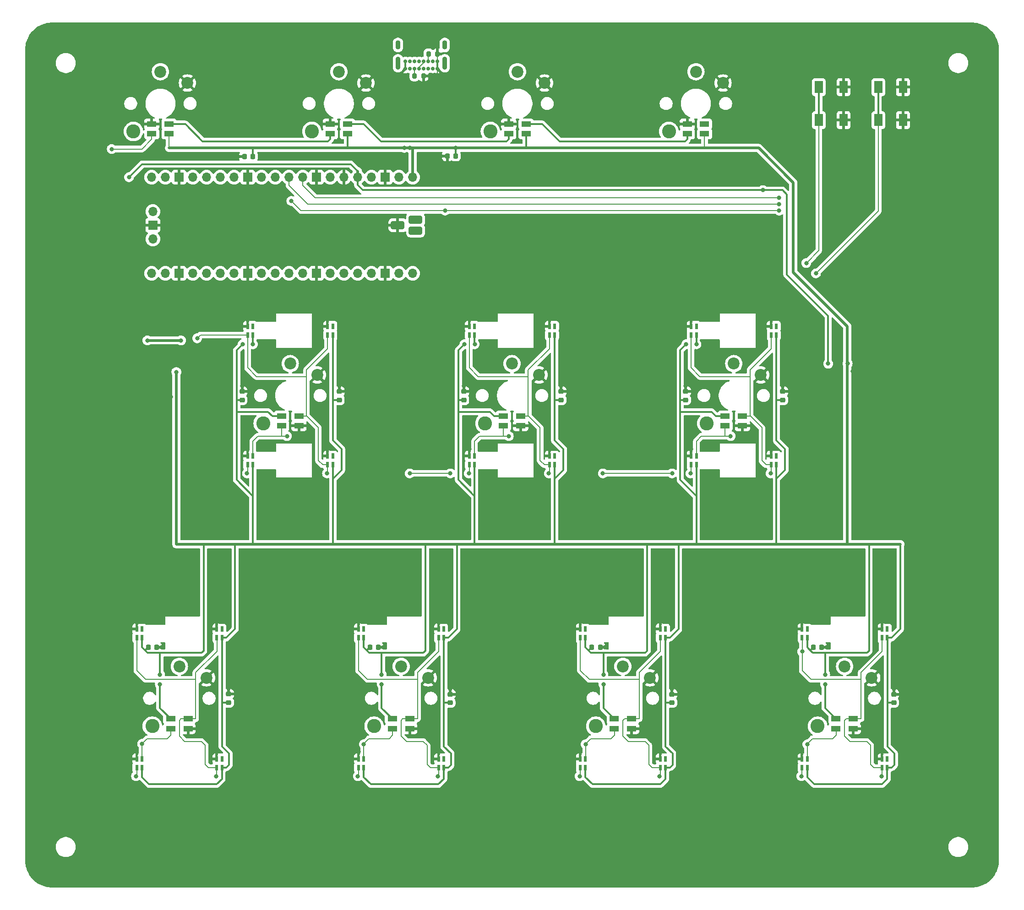
<source format=gtl>
%TF.GenerationSoftware,KiCad,Pcbnew,8.0.3*%
%TF.CreationDate,2024-07-30T03:57:45+02:00*%
%TF.ProjectId,iidx_pico,69696478-5f70-4696-936f-2e6b69636164,rev?*%
%TF.SameCoordinates,Original*%
%TF.FileFunction,Copper,L1,Top*%
%TF.FilePolarity,Positive*%
%FSLAX46Y46*%
G04 Gerber Fmt 4.6, Leading zero omitted, Abs format (unit mm)*
G04 Created by KiCad (PCBNEW 8.0.3) date 2024-07-30 03:57:45*
%MOMM*%
%LPD*%
G01*
G04 APERTURE LIST*
G04 Aperture macros list*
%AMRoundRect*
0 Rectangle with rounded corners*
0 $1 Rounding radius*
0 $2 $3 $4 $5 $6 $7 $8 $9 X,Y pos of 4 corners*
0 Add a 4 corners polygon primitive as box body*
4,1,4,$2,$3,$4,$5,$6,$7,$8,$9,$2,$3,0*
0 Add four circle primitives for the rounded corners*
1,1,$1+$1,$2,$3*
1,1,$1+$1,$4,$5*
1,1,$1+$1,$6,$7*
1,1,$1+$1,$8,$9*
0 Add four rect primitives between the rounded corners*
20,1,$1+$1,$2,$3,$4,$5,0*
20,1,$1+$1,$4,$5,$6,$7,0*
20,1,$1+$1,$6,$7,$8,$9,0*
20,1,$1+$1,$8,$9,$2,$3,0*%
G04 Aperture macros list end*
%TA.AperFunction,SMDPad,CuDef*%
%ADD10RoundRect,0.225000X-0.225000X-0.250000X0.225000X-0.250000X0.225000X0.250000X-0.225000X0.250000X0*%
%TD*%
%TA.AperFunction,ComponentPad*%
%ADD11O,1.700000X1.700000*%
%TD*%
%TA.AperFunction,ComponentPad*%
%ADD12R,1.700000X1.700000*%
%TD*%
%TA.AperFunction,ComponentPad*%
%ADD13RoundRect,0.300000X0.950000X-0.450000X0.950000X0.450000X-0.950000X0.450000X-0.950000X-0.450000X0*%
%TD*%
%TA.AperFunction,SMDPad,CuDef*%
%ADD14RoundRect,0.225000X0.225000X0.250000X-0.225000X0.250000X-0.225000X-0.250000X0.225000X-0.250000X0*%
%TD*%
%TA.AperFunction,SMDPad,CuDef*%
%ADD15RoundRect,0.225000X0.250000X-0.225000X0.250000X0.225000X-0.250000X0.225000X-0.250000X-0.225000X0*%
%TD*%
%TA.AperFunction,SMDPad,CuDef*%
%ADD16R,0.600000X1.000000*%
%TD*%
%TA.AperFunction,SMDPad,CuDef*%
%ADD17R,1.800000X1.000000*%
%TD*%
%TA.AperFunction,ComponentPad*%
%ADD18C,2.200000*%
%TD*%
%TA.AperFunction,ComponentPad*%
%ADD19C,2.600000*%
%TD*%
%TA.AperFunction,SMDPad,CuDef*%
%ADD20R,1.524000X2.286000*%
%TD*%
%TA.AperFunction,SMDPad,CuDef*%
%ADD21RoundRect,0.200000X-0.200000X-0.275000X0.200000X-0.275000X0.200000X0.275000X-0.200000X0.275000X0*%
%TD*%
%TA.AperFunction,ComponentPad*%
%ADD22C,0.700000*%
%TD*%
%TA.AperFunction,ComponentPad*%
%ADD23O,0.900000X1.700000*%
%TD*%
%TA.AperFunction,ComponentPad*%
%ADD24O,0.900000X2.400000*%
%TD*%
%TA.AperFunction,ViaPad*%
%ADD25C,0.800000*%
%TD*%
%TA.AperFunction,Conductor*%
%ADD26C,0.300000*%
%TD*%
%TA.AperFunction,Conductor*%
%ADD27C,0.500000*%
%TD*%
%TA.AperFunction,Conductor*%
%ADD28C,0.200000*%
%TD*%
G04 APERTURE END LIST*
D10*
%TO.P,C8,1*%
%TO.N,+5V*%
X111045000Y-135000000D03*
%TO.P,C8,2*%
%TO.N,GND*%
X112595000Y-135000000D03*
%TD*%
%TO.P,C6,1*%
%TO.N,+5V*%
X70070000Y-135000000D03*
%TO.P,C6,2*%
%TO.N,GND*%
X71620000Y-135000000D03*
%TD*%
%TO.P,C10,1*%
%TO.N,+5V*%
X152070000Y-135000000D03*
%TO.P,C10,2*%
%TO.N,GND*%
X153620000Y-135000000D03*
%TD*%
D11*
%TO.P,U1,1,GPIO0*%
%TO.N,/SW13*%
X118950000Y-65790000D03*
%TO.P,U1,2,GPIO1*%
%TO.N,/SW12*%
X116410000Y-65790000D03*
D12*
%TO.P,U1,3,GND*%
%TO.N,GND*%
X113870000Y-65790000D03*
D11*
%TO.P,U1,4,GPIO2*%
%TO.N,/SW7*%
X111330000Y-65790000D03*
%TO.P,U1,5,GPIO3*%
%TO.N,/SW6*%
X108790000Y-65790000D03*
%TO.P,U1,6,GPIO4*%
%TO.N,/SW5*%
X106250000Y-65790000D03*
%TO.P,U1,7,GPIO5*%
%TO.N,/SW4*%
X103710000Y-65790000D03*
D12*
%TO.P,U1,8,GND*%
%TO.N,GND*%
X101170000Y-65790000D03*
D11*
%TO.P,U1,9,GPIO6*%
%TO.N,/SW3*%
X98630000Y-65790000D03*
%TO.P,U1,10,GPIO7*%
%TO.N,/SW2*%
X96090000Y-65790000D03*
%TO.P,U1,11,GPIO8*%
%TO.N,/SW1*%
X93550000Y-65790000D03*
%TO.P,U1,12,GPIO9*%
%TO.N,unconnected-(U1-GPIO9-Pad12)*%
X91010000Y-65790000D03*
D12*
%TO.P,U1,13,GND*%
%TO.N,GND*%
X88470000Y-65790000D03*
D11*
%TO.P,U1,14,GPIO10*%
%TO.N,unconnected-(U1-GPIO10-Pad14)*%
X85930000Y-65790000D03*
%TO.P,U1,15,GPIO11*%
%TO.N,unconnected-(U1-GPIO11-Pad15)*%
X83390000Y-65790000D03*
%TO.P,U1,16,GPIO12*%
%TO.N,unconnected-(U1-GPIO12-Pad16)*%
X80850000Y-65790000D03*
%TO.P,U1,17,GPIO13*%
%TO.N,/LED_UNBUF*%
X78310000Y-65790000D03*
D12*
%TO.P,U1,18,GND*%
%TO.N,GND*%
X75770000Y-65790000D03*
D11*
%TO.P,U1,19,GPIO14*%
%TO.N,unconnected-(U1-GPIO14-Pad19)_0*%
X73230000Y-65790000D03*
%TO.P,U1,20,GPIO15*%
%TO.N,unconnected-(U1-GPIO15-Pad20)_0*%
X70690000Y-65790000D03*
%TO.P,U1,21,GPIO16*%
%TO.N,unconnected-(U1-GPIO16-Pad21)*%
X70690000Y-48010000D03*
%TO.P,U1,22,GPIO17*%
%TO.N,/SW8*%
X73230000Y-48010000D03*
D12*
%TO.P,U1,23,GND*%
%TO.N,GND*%
X75770000Y-48010000D03*
D11*
%TO.P,U1,24,GPIO18*%
%TO.N,unconnected-(U1-GPIO18-Pad24)*%
X78310000Y-48010000D03*
%TO.P,U1,25,GPIO19*%
%TO.N,unconnected-(U1-GPIO19-Pad25)_0*%
X80850000Y-48010000D03*
%TO.P,U1,26,GPIO20*%
%TO.N,/SW11*%
X83390000Y-48010000D03*
%TO.P,U1,27,GPIO21*%
%TO.N,/SW10*%
X85930000Y-48010000D03*
D12*
%TO.P,U1,28,GND*%
%TO.N,GND*%
X88470000Y-48010000D03*
D11*
%TO.P,U1,29,GPIO22*%
%TO.N,/SW9*%
X91010000Y-48010000D03*
%TO.P,U1,30,RUN*%
%TO.N,unconnected-(U1-RUN-Pad30)_0*%
X93550000Y-48010000D03*
%TO.P,U1,31,GPIO26_ADC0*%
%TO.N,/SDA*%
X96090000Y-48010000D03*
%TO.P,U1,32,GPIO27_ADC1*%
%TO.N,/SCL*%
X98630000Y-48010000D03*
D12*
%TO.P,U1,33,AGND*%
%TO.N,GND*%
X101170000Y-48010000D03*
D11*
%TO.P,U1,34,GPIO28_ADC2*%
%TO.N,/LED_TT_UNBUF*%
X103710000Y-48010000D03*
%TO.P,U1,35,ADC_VREF*%
%TO.N,GND*%
X106250000Y-48010000D03*
%TO.P,U1,36,3V3*%
%TO.N,+3.3V*%
X108790000Y-48010000D03*
%TO.P,U1,37,3V3_EN*%
%TO.N,unconnected-(U1-3V3_EN-Pad37)_0*%
X111330000Y-48010000D03*
D12*
%TO.P,U1,38,GND*%
%TO.N,GND*%
X113870000Y-48010000D03*
D11*
%TO.P,U1,39,VSYS*%
%TO.N,unconnected-(U1-VSYS-Pad39)*%
X116410000Y-48010000D03*
%TO.P,U1,40,VBUS*%
%TO.N,+5V*%
X118950000Y-48010000D03*
%TO.P,U1,41,SWCLK*%
%TO.N,unconnected-(U1-SWCLK-Pad41)*%
X70920000Y-59440000D03*
D12*
%TO.P,U1,42,GND*%
%TO.N,GND*%
X70920000Y-56900000D03*
D11*
%TO.P,U1,43,SWDIO*%
%TO.N,unconnected-(U1-SWDIO-Pad43)*%
X70920000Y-54360000D03*
D13*
%TO.P,U1,TP1,TP1*%
%TO.N,GND*%
X116190000Y-56900000D03*
%TO.P,U1,TP2,TP2*%
%TO.N,/DN*%
X119470000Y-55900000D03*
%TO.P,U1,TP3,TP3*%
%TO.N,/DP*%
X119490000Y-57900000D03*
%TD*%
D14*
%TO.P,C20,1*%
%TO.N,+5V*%
X89395000Y-44200000D03*
%TO.P,C20,2*%
%TO.N,GND*%
X87845000Y-44200000D03*
%TD*%
%TO.P,C19,1*%
%TO.N,+5V*%
X126895000Y-44100000D03*
%TO.P,C19,2*%
%TO.N,GND*%
X125345000Y-44100000D03*
%TD*%
D15*
%TO.P,C17,1*%
%TO.N,+5V*%
X187395000Y-89200000D03*
%TO.P,C17,2*%
%TO.N,GND*%
X187395000Y-87650000D03*
%TD*%
%TO.P,C18,1*%
%TO.N,+5V*%
X169420000Y-89200000D03*
%TO.P,C18,2*%
%TO.N,GND*%
X169420000Y-87650000D03*
%TD*%
%TO.P,C15,1*%
%TO.N,+5V*%
X146395000Y-89200000D03*
%TO.P,C15,2*%
%TO.N,GND*%
X146395000Y-87650000D03*
%TD*%
%TO.P,C16,1*%
%TO.N,+5V*%
X128420000Y-89200000D03*
%TO.P,C16,2*%
%TO.N,GND*%
X128420000Y-87650000D03*
%TD*%
%TO.P,C14,1*%
%TO.N,+5V*%
X87420000Y-89200000D03*
%TO.P,C14,2*%
%TO.N,GND*%
X87420000Y-87650000D03*
%TD*%
%TO.P,C13,1*%
%TO.N,+5V*%
X105395000Y-89200000D03*
%TO.P,C13,2*%
%TO.N,GND*%
X105395000Y-87650000D03*
%TD*%
D10*
%TO.P,C12,1*%
%TO.N,+5V*%
X193045000Y-135000000D03*
%TO.P,C12,2*%
%TO.N,GND*%
X194595000Y-135000000D03*
%TD*%
D15*
%TO.P,C11,1*%
%TO.N,+5V*%
X207895000Y-145200000D03*
%TO.P,C11,2*%
%TO.N,GND*%
X207895000Y-143650000D03*
%TD*%
%TO.P,C9,1*%
%TO.N,+5V*%
X166895000Y-145200000D03*
%TO.P,C9,2*%
%TO.N,GND*%
X166895000Y-143650000D03*
%TD*%
%TO.P,C7,1*%
%TO.N,+5V*%
X125895000Y-145200000D03*
%TO.P,C7,2*%
%TO.N,GND*%
X125895000Y-143650000D03*
%TD*%
%TO.P,C5,1*%
%TO.N,+5V*%
X84920000Y-145175000D03*
%TO.P,C5,2*%
%TO.N,GND*%
X84920000Y-143625000D03*
%TD*%
D16*
%TO.P,D72,G,VSS*%
%TO.N,GND*%
X190940000Y-131600000D03*
%TO.P,D72,I,In*%
%TO.N,/LED_B7*%
X190940000Y-133200000D03*
%TO.P,D72,O,Out*%
%TO.N,unconnected-(D72-Out-PadO)*%
X191900000Y-131600000D03*
%TO.P,D72,V,VDD*%
%TO.N,+5V*%
X191900000Y-133200000D03*
%TD*%
%TO.P,D33,G,VSS*%
%TO.N,GND*%
X123740000Y-155600000D03*
%TO.P,D33,I,In*%
%TO.N,/LED_B3*%
X123740000Y-157200000D03*
%TO.P,D33,O,Out*%
%TO.N,unconnected-(D33-Out-PadO)*%
X124700000Y-155600000D03*
%TO.P,D33,V,VDD*%
%TO.N,+5V*%
X124700000Y-157200000D03*
%TD*%
D17*
%TO.P,D70,G,VSS*%
%TO.N,GND*%
X200420000Y-150000000D03*
%TO.P,D70,I,In*%
%TO.N,/LED_B7*%
X200420000Y-148200000D03*
%TO.P,D70,O,Out*%
%TO.N,/LED_B5*%
X197220000Y-150000000D03*
%TO.P,D70,V,VDD*%
%TO.N,+5V*%
X197220000Y-148200000D03*
%TD*%
D16*
%TO.P,D64,G,VSS*%
%TO.N,GND*%
X185240000Y-75600000D03*
%TO.P,D64,I,In*%
%TO.N,/LED_B6*%
X185240000Y-77200000D03*
%TO.P,D64,O,Out*%
%TO.N,unconnected-(D64-Out-PadO)*%
X186200000Y-75600000D03*
%TO.P,D64,V,VDD*%
%TO.N,+5V*%
X186200000Y-77200000D03*
%TD*%
%TO.P,D71,G,VSS*%
%TO.N,GND*%
X190940000Y-155600000D03*
%TO.P,D71,I,In*%
%TO.N,/LED_B7*%
X190940000Y-157200000D03*
%TO.P,D71,O,Out*%
%TO.N,/LED_B5*%
X191900000Y-155600000D03*
%TO.P,D71,V,VDD*%
%TO.N,+5V*%
X191900000Y-157200000D03*
%TD*%
%TO.P,D61,G,VSS*%
%TO.N,GND*%
X170440000Y-99600000D03*
%TO.P,D61,I,In*%
%TO.N,/LED_B6*%
X170440000Y-101200000D03*
%TO.P,D61,O,Out*%
%TO.N,/LED_B7*%
X171400000Y-99600000D03*
%TO.P,D61,V,VDD*%
%TO.N,+5V*%
X171400000Y-101200000D03*
%TD*%
D17*
%TO.P,D20,G,VSS*%
%TO.N,GND*%
X97920000Y-94000000D03*
%TO.P,D20,I,In*%
%TO.N,/LED_B2*%
X97920000Y-92200000D03*
%TO.P,D20,O,Out*%
%TO.N,/LED_B4*%
X94720000Y-94000000D03*
%TO.P,D20,V,VDD*%
%TO.N,+5V*%
X94720000Y-92200000D03*
%TD*%
D18*
%TO.P,SW5,2,"~{"}*%
%TO.N,GND*%
X162820000Y-140600000D03*
%TO.P,SW5,1,"~{"}*%
%TO.N,/SW5*%
X157820000Y-138500000D03*
D19*
%TO.P,SW5,*%
%TO.N,*%
X152820000Y-149550000D03*
%TD*%
D16*
%TO.P,D11,G,VSS*%
%TO.N,GND*%
X67940000Y-155600000D03*
%TO.P,D11,I,In*%
%TO.N,/LED_B1*%
X67940000Y-157200000D03*
%TO.P,D11,O,Out*%
%TO.N,/LED_B8*%
X68900000Y-155600000D03*
%TO.P,D11,V,VDD*%
%TO.N,+5V*%
X68900000Y-157200000D03*
%TD*%
D17*
%TO.P,D10,G,VSS*%
%TO.N,GND*%
X77420000Y-150000000D03*
%TO.P,D10,I,In*%
%TO.N,/LED_B1*%
X77420000Y-148200000D03*
%TO.P,D10,O,Out*%
%TO.N,/LED_B8*%
X74220000Y-150000000D03*
%TO.P,D10,V,VDD*%
%TO.N,+5V*%
X74220000Y-148200000D03*
%TD*%
D16*
%TO.P,D43,G,VSS*%
%TO.N,GND*%
X144240000Y-99600000D03*
%TO.P,D43,I,In*%
%TO.N,/LED_B4*%
X144240000Y-101200000D03*
%TO.P,D43,O,Out*%
%TO.N,unconnected-(D43-Out-PadO)*%
X145200000Y-99600000D03*
%TO.P,D43,V,VDD*%
%TO.N,+5V*%
X145200000Y-101200000D03*
%TD*%
%TO.P,D12,G,VSS*%
%TO.N,GND*%
X67940000Y-131600000D03*
%TO.P,D12,I,In*%
%TO.N,/LED_B1*%
X67940000Y-133200000D03*
%TO.P,D12,O,Out*%
%TO.N,unconnected-(D12-Out-PadO)*%
X68900000Y-131600000D03*
%TO.P,D12,V,VDD*%
%TO.N,+5V*%
X68900000Y-133200000D03*
%TD*%
%TO.P,D13,G,VSS*%
%TO.N,GND*%
X82740000Y-155600000D03*
%TO.P,D13,I,In*%
%TO.N,/LED_B1*%
X82740000Y-157200000D03*
%TO.P,D13,O,Out*%
%TO.N,unconnected-(D13-Out-PadO)*%
X83700000Y-155600000D03*
%TO.P,D13,V,VDD*%
%TO.N,+5V*%
X83700000Y-157200000D03*
%TD*%
%TO.P,D54,G,VSS*%
%TO.N,GND*%
X164740000Y-131600000D03*
%TO.P,D54,I,In*%
%TO.N,/LED_B5*%
X164740000Y-133200000D03*
%TO.P,D54,O,Out*%
%TO.N,unconnected-(D54-Out-PadO)*%
X165700000Y-131600000D03*
%TO.P,D54,V,VDD*%
%TO.N,+5V*%
X165700000Y-133200000D03*
%TD*%
D18*
%TO.P,SW10,2,"~{"}*%
%TO.N,GND*%
X143320000Y-30600000D03*
%TO.P,SW10,1,"~{"}*%
%TO.N,/SW10*%
X138320000Y-28500000D03*
D19*
%TO.P,SW10,*%
%TO.N,*%
X133320000Y-39550000D03*
%TD*%
D18*
%TO.P,SW2,2,"~{"}*%
%TO.N,GND*%
X101320000Y-84600000D03*
%TO.P,SW2,1,"~{"}*%
%TO.N,/SW2*%
X96320000Y-82500000D03*
D19*
%TO.P,SW2,*%
%TO.N,*%
X91320000Y-93550000D03*
%TD*%
D18*
%TO.P,SW3,2,"~{"}*%
%TO.N,GND*%
X121820000Y-140600000D03*
%TO.P,SW3,1,"~{"}*%
%TO.N,/SW3*%
X116820000Y-138500000D03*
D19*
%TO.P,SW3,*%
%TO.N,*%
X111820000Y-149550000D03*
%TD*%
D17*
%TO.P,D60,G,VSS*%
%TO.N,GND*%
X179920000Y-94000000D03*
%TO.P,D60,I,In*%
%TO.N,/LED_B6*%
X179920000Y-92200000D03*
%TO.P,D60,O,Out*%
%TO.N,/LED_B7*%
X176720000Y-94000000D03*
%TO.P,D60,V,VDD*%
%TO.N,+5V*%
X176720000Y-92200000D03*
%TD*%
D18*
%TO.P,SW9,2,"~{"}*%
%TO.N,GND*%
X110320000Y-30600000D03*
%TO.P,SW9,1,"~{"}*%
%TO.N,/SW9*%
X105320000Y-28500000D03*
D19*
%TO.P,SW9,*%
%TO.N,*%
X100320000Y-39550000D03*
%TD*%
D18*
%TO.P,SW8,2,"~{"}*%
%TO.N,GND*%
X77320000Y-30600000D03*
%TO.P,SW8,1,"~{"}*%
%TO.N,/SW8*%
X72320000Y-28500000D03*
D19*
%TO.P,SW8,*%
%TO.N,*%
X67320000Y-39550000D03*
%TD*%
D16*
%TO.P,D24,G,VSS*%
%TO.N,GND*%
X103240000Y-75600000D03*
%TO.P,D24,I,In*%
%TO.N,/LED_B2*%
X103240000Y-77200000D03*
%TO.P,D24,O,Out*%
%TO.N,unconnected-(D24-Out-PadO)*%
X104200000Y-75600000D03*
%TO.P,D24,V,VDD*%
%TO.N,+5V*%
X104200000Y-77200000D03*
%TD*%
D20*
%TO.P,SW13,1*%
%TO.N,/SW13*%
X205034000Y-37448000D03*
%TO.P,SW13,2*%
X205034000Y-31352000D03*
%TO.P,SW13,3*%
%TO.N,GND*%
X209606000Y-37448000D03*
%TO.P,SW13,4*%
X209606000Y-31352000D03*
%TD*%
D16*
%TO.P,D62,G,VSS*%
%TO.N,GND*%
X170440000Y-75600000D03*
%TO.P,D62,I,In*%
%TO.N,/LED_B6*%
X170440000Y-77200000D03*
%TO.P,D62,O,Out*%
%TO.N,unconnected-(D62-Out-PadO)*%
X171400000Y-75600000D03*
%TO.P,D62,V,VDD*%
%TO.N,+5V*%
X171400000Y-77200000D03*
%TD*%
%TO.P,D22,G,VSS*%
%TO.N,GND*%
X88440000Y-75600000D03*
%TO.P,D22,I,In*%
%TO.N,/LED_B2*%
X88440000Y-77200000D03*
%TO.P,D22,O,Out*%
%TO.N,unconnected-(D22-Out-PadO)*%
X89400000Y-75600000D03*
%TO.P,D22,V,VDD*%
%TO.N,+5V*%
X89400000Y-77200000D03*
%TD*%
%TO.P,D63,G,VSS*%
%TO.N,GND*%
X185240000Y-99600000D03*
%TO.P,D63,I,In*%
%TO.N,/LED_B6*%
X185240000Y-101200000D03*
%TO.P,D63,O,Out*%
%TO.N,unconnected-(D63-Out-PadO)*%
X186200000Y-99600000D03*
%TO.P,D63,V,VDD*%
%TO.N,+5V*%
X186200000Y-101200000D03*
%TD*%
D17*
%TO.P,D50,G,VSS*%
%TO.N,GND*%
X159420000Y-150000000D03*
%TO.P,D50,I,In*%
%TO.N,/LED_B5*%
X159420000Y-148200000D03*
%TO.P,D50,O,Out*%
%TO.N,/LED_B3*%
X156220000Y-150000000D03*
%TO.P,D50,V,VDD*%
%TO.N,+5V*%
X156220000Y-148200000D03*
%TD*%
D20*
%TO.P,SW12,1*%
%TO.N,/SW12*%
X194034000Y-37448000D03*
%TO.P,SW12,2*%
X194034000Y-31352000D03*
%TO.P,SW12,3*%
%TO.N,GND*%
X198606000Y-37448000D03*
%TO.P,SW12,4*%
X198606000Y-31352000D03*
%TD*%
D17*
%TO.P,DA3,G,VSS*%
%TO.N,GND*%
X136720000Y-38200000D03*
%TO.P,DA3,I,In*%
%TO.N,/LED_B10*%
X136720000Y-40000000D03*
%TO.P,DA3,O,Out*%
%TO.N,/LED_B11*%
X139920000Y-38200000D03*
%TO.P,DA3,V,VDD*%
%TO.N,+5V*%
X139920000Y-40000000D03*
%TD*%
D16*
%TO.P,D74,G,VSS*%
%TO.N,GND*%
X205740000Y-131600000D03*
%TO.P,D74,I,In*%
%TO.N,/LED_B7*%
X205740000Y-133200000D03*
%TO.P,D74,O,Out*%
%TO.N,unconnected-(D74-Out-PadO)*%
X206700000Y-131600000D03*
%TO.P,D74,V,VDD*%
%TO.N,+5V*%
X206700000Y-133200000D03*
%TD*%
D17*
%TO.P,DA4,G,VSS*%
%TO.N,GND*%
X169720000Y-38200000D03*
%TO.P,DA4,I,In*%
%TO.N,/LED_B11*%
X169720000Y-40000000D03*
%TO.P,DA4,O,Out*%
%TO.N,unconnected-(DA4-Out-PadO)*%
X172920000Y-38200000D03*
%TO.P,DA4,V,VDD*%
%TO.N,+5V*%
X172920000Y-40000000D03*
%TD*%
D16*
%TO.P,D41,G,VSS*%
%TO.N,GND*%
X129440000Y-99600000D03*
%TO.P,D41,I,In*%
%TO.N,/LED_B4*%
X129440000Y-101200000D03*
%TO.P,D41,O,Out*%
%TO.N,/LED_B6*%
X130400000Y-99600000D03*
%TO.P,D41,V,VDD*%
%TO.N,+5V*%
X130400000Y-101200000D03*
%TD*%
D17*
%TO.P,DA2,G,VSS*%
%TO.N,GND*%
X103720000Y-38200000D03*
%TO.P,DA2,I,In*%
%TO.N,/LED_B9*%
X103720000Y-40000000D03*
%TO.P,DA2,O,Out*%
%TO.N,/LED_B10*%
X106920000Y-38200000D03*
%TO.P,DA2,V,VDD*%
%TO.N,+5V*%
X106920000Y-40000000D03*
%TD*%
D16*
%TO.P,D21,G,VSS*%
%TO.N,GND*%
X88440000Y-99600000D03*
%TO.P,D21,I,In*%
%TO.N,/LED_B2*%
X88440000Y-101200000D03*
%TO.P,D21,O,Out*%
%TO.N,/LED_B4*%
X89400000Y-99600000D03*
%TO.P,D21,V,VDD*%
%TO.N,+5V*%
X89400000Y-101200000D03*
%TD*%
%TO.P,D53,G,VSS*%
%TO.N,GND*%
X164740000Y-155600000D03*
%TO.P,D53,I,In*%
%TO.N,/LED_B5*%
X164740000Y-157200000D03*
%TO.P,D53,O,Out*%
%TO.N,unconnected-(D53-Out-PadO)*%
X165700000Y-155600000D03*
%TO.P,D53,V,VDD*%
%TO.N,+5V*%
X165700000Y-157200000D03*
%TD*%
D17*
%TO.P,DA1,G,VSS*%
%TO.N,GND*%
X70720000Y-38200000D03*
%TO.P,DA1,I,In*%
%TO.N,/LED_B8*%
X70720000Y-40000000D03*
%TO.P,DA1,O,Out*%
%TO.N,/LED_B9*%
X73920000Y-38200000D03*
%TO.P,DA1,V,VDD*%
%TO.N,+5V*%
X73920000Y-40000000D03*
%TD*%
D16*
%TO.P,D44,G,VSS*%
%TO.N,GND*%
X144240000Y-75600000D03*
%TO.P,D44,I,In*%
%TO.N,/LED_B4*%
X144240000Y-77200000D03*
%TO.P,D44,O,Out*%
%TO.N,unconnected-(D44-Out-PadO)*%
X145200000Y-75600000D03*
%TO.P,D44,V,VDD*%
%TO.N,+5V*%
X145200000Y-77200000D03*
%TD*%
D21*
%TO.P,R5,1*%
%TO.N,Net-(J4-CC2)*%
X121895000Y-25200000D03*
%TO.P,R5,2*%
%TO.N,GND*%
X123545000Y-25200000D03*
%TD*%
D16*
%TO.P,D23,G,VSS*%
%TO.N,GND*%
X103240000Y-99600000D03*
%TO.P,D23,I,In*%
%TO.N,/LED_B2*%
X103240000Y-101200000D03*
%TO.P,D23,O,Out*%
%TO.N,unconnected-(D23-Out-PadO)*%
X104200000Y-99600000D03*
%TO.P,D23,V,VDD*%
%TO.N,+5V*%
X104200000Y-101200000D03*
%TD*%
%TO.P,D51,G,VSS*%
%TO.N,GND*%
X149940000Y-155600000D03*
%TO.P,D51,I,In*%
%TO.N,/LED_B5*%
X149940000Y-157200000D03*
%TO.P,D51,O,Out*%
%TO.N,/LED_B3*%
X150900000Y-155600000D03*
%TO.P,D51,V,VDD*%
%TO.N,+5V*%
X150900000Y-157200000D03*
%TD*%
D18*
%TO.P,SW6,2,"~{"}*%
%TO.N,GND*%
X183320000Y-84600000D03*
%TO.P,SW6,1,"~{"}*%
%TO.N,/SW6*%
X178320000Y-82500000D03*
D19*
%TO.P,SW6,*%
%TO.N,*%
X173320000Y-93550000D03*
%TD*%
D18*
%TO.P,SW11,2,"~{"}*%
%TO.N,GND*%
X176320000Y-30600000D03*
%TO.P,SW11,1,"~{"}*%
%TO.N,/SW11*%
X171320000Y-28500000D03*
D19*
%TO.P,SW11,*%
%TO.N,*%
X166320000Y-39550000D03*
%TD*%
D17*
%TO.P,D40,G,VSS*%
%TO.N,GND*%
X138920000Y-94000000D03*
%TO.P,D40,I,In*%
%TO.N,/LED_B4*%
X138920000Y-92200000D03*
%TO.P,D40,O,Out*%
%TO.N,/LED_B6*%
X135720000Y-94000000D03*
%TO.P,D40,V,VDD*%
%TO.N,+5V*%
X135720000Y-92200000D03*
%TD*%
D18*
%TO.P,SW7,2,"~{"}*%
%TO.N,GND*%
X203820000Y-140600000D03*
%TO.P,SW7,1,"~{"}*%
%TO.N,/SW7*%
X198820000Y-138500000D03*
D19*
%TO.P,SW7,*%
%TO.N,*%
X193820000Y-149550000D03*
%TD*%
D16*
%TO.P,D42,G,VSS*%
%TO.N,GND*%
X129440000Y-75600000D03*
%TO.P,D42,I,In*%
%TO.N,/LED_B4*%
X129440000Y-77200000D03*
%TO.P,D42,O,Out*%
%TO.N,unconnected-(D42-Out-PadO)*%
X130400000Y-75600000D03*
%TO.P,D42,V,VDD*%
%TO.N,+5V*%
X130400000Y-77200000D03*
%TD*%
D18*
%TO.P,SW4,2,"~{"}*%
%TO.N,GND*%
X142320000Y-84600000D03*
%TO.P,SW4,1,"~{"}*%
%TO.N,/SW4*%
X137320000Y-82500000D03*
D19*
%TO.P,SW4,*%
%TO.N,*%
X132320000Y-93550000D03*
%TD*%
D16*
%TO.P,D32,G,VSS*%
%TO.N,GND*%
X108940000Y-131600000D03*
%TO.P,D32,I,In*%
%TO.N,/LED_B3*%
X108940000Y-133200000D03*
%TO.P,D32,O,Out*%
%TO.N,unconnected-(D32-Out-PadO)*%
X109900000Y-131600000D03*
%TO.P,D32,V,VDD*%
%TO.N,+5V*%
X109900000Y-133200000D03*
%TD*%
%TO.P,D31,G,VSS*%
%TO.N,GND*%
X108940000Y-155600000D03*
%TO.P,D31,I,In*%
%TO.N,/LED_B3*%
X108940000Y-157200000D03*
%TO.P,D31,O,Out*%
%TO.N,/LED_B1*%
X109900000Y-155600000D03*
%TO.P,D31,V,VDD*%
%TO.N,+5V*%
X109900000Y-157200000D03*
%TD*%
D17*
%TO.P,D30,G,VSS*%
%TO.N,GND*%
X118420000Y-150000000D03*
%TO.P,D30,I,In*%
%TO.N,/LED_B3*%
X118420000Y-148200000D03*
%TO.P,D30,O,Out*%
%TO.N,/LED_B1*%
X115220000Y-150000000D03*
%TO.P,D30,V,VDD*%
%TO.N,+5V*%
X115220000Y-148200000D03*
%TD*%
D18*
%TO.P,SW1,2,"~{"}*%
%TO.N,GND*%
X80820000Y-140600000D03*
%TO.P,SW1,1,"~{"}*%
%TO.N,/SW1*%
X75820000Y-138500000D03*
D19*
%TO.P,SW1,*%
%TO.N,*%
X70820000Y-149550000D03*
%TD*%
D16*
%TO.P,D34,G,VSS*%
%TO.N,GND*%
X123740000Y-131600000D03*
%TO.P,D34,I,In*%
%TO.N,/LED_B3*%
X123740000Y-133200000D03*
%TO.P,D34,O,Out*%
%TO.N,unconnected-(D34-Out-PadO)*%
X124700000Y-131600000D03*
%TO.P,D34,V,VDD*%
%TO.N,+5V*%
X124700000Y-133200000D03*
%TD*%
%TO.P,D14,G,VSS*%
%TO.N,GND*%
X82740000Y-131600000D03*
%TO.P,D14,I,In*%
%TO.N,/LED_B1*%
X82740000Y-133200000D03*
%TO.P,D14,O,Out*%
%TO.N,unconnected-(D14-Out-PadO)*%
X83700000Y-131600000D03*
%TO.P,D14,V,VDD*%
%TO.N,+5V*%
X83700000Y-133200000D03*
%TD*%
%TO.P,D52,G,VSS*%
%TO.N,GND*%
X149940000Y-131600000D03*
%TO.P,D52,I,In*%
%TO.N,/LED_B5*%
X149940000Y-133200000D03*
%TO.P,D52,O,Out*%
%TO.N,unconnected-(D52-Out-PadO)*%
X150900000Y-131600000D03*
%TO.P,D52,V,VDD*%
%TO.N,+5V*%
X150900000Y-133200000D03*
%TD*%
%TO.P,D73,G,VSS*%
%TO.N,GND*%
X205740000Y-155600000D03*
%TO.P,D73,I,In*%
%TO.N,/LED_B7*%
X205740000Y-157200000D03*
%TO.P,D73,O,Out*%
%TO.N,unconnected-(D73-Out-PadO)*%
X206700000Y-155600000D03*
%TO.P,D73,V,VDD*%
%TO.N,+5V*%
X206700000Y-157200000D03*
%TD*%
D21*
%TO.P,R4,1*%
%TO.N,Net-(J4-CC1)*%
X119295000Y-29300000D03*
%TO.P,R4,2*%
%TO.N,GND*%
X120945000Y-29300000D03*
%TD*%
D22*
%TO.P,J4,A1,GND*%
%TO.N,GND*%
X117595000Y-27925000D03*
%TO.P,J4,A4,VBUS*%
%TO.N,Net-(F1-Pad1)*%
X118445000Y-27925000D03*
%TO.P,J4,A5,CC1*%
%TO.N,Net-(J4-CC1)*%
X119295000Y-27925000D03*
%TO.P,J4,A6,D+*%
%TO.N,Net-(J4-D+-PadA6)*%
X120145000Y-27925000D03*
%TO.P,J4,A7,D-*%
%TO.N,Net-(J4-D--PadA7)*%
X120995000Y-27925000D03*
%TO.P,J4,A8,SBU1*%
%TO.N,unconnected-(J4-SBU1-PadA8)*%
X121845000Y-27925000D03*
%TO.P,J4,A9,VBUS*%
%TO.N,Net-(F1-Pad1)*%
X122695000Y-27925000D03*
%TO.P,J4,A12,GND*%
%TO.N,GND*%
X123545000Y-27925000D03*
%TO.P,J4,B1,GND*%
X123545000Y-26575000D03*
%TO.P,J4,B4,VBUS*%
%TO.N,Net-(F1-Pad1)*%
X122695000Y-26575000D03*
%TO.P,J4,B5,CC2*%
%TO.N,Net-(J4-CC2)*%
X121845000Y-26575000D03*
%TO.P,J4,B6,D+*%
%TO.N,Net-(J4-D+-PadA6)*%
X120995000Y-26575000D03*
%TO.P,J4,B7,D-*%
%TO.N,Net-(J4-D--PadA7)*%
X120145000Y-26575000D03*
%TO.P,J4,B8,SBU2*%
%TO.N,unconnected-(J4-SBU2-PadB8)*%
X119295000Y-26575000D03*
%TO.P,J4,B9,VBUS*%
%TO.N,Net-(F1-Pad1)*%
X118445000Y-26575000D03*
%TO.P,J4,B12,GND*%
%TO.N,GND*%
X117595000Y-26575000D03*
D23*
%TO.P,J4,S1,SHIELD*%
%TO.N,Net-(J4-SHIELD)*%
X116245000Y-23565000D03*
D24*
X116245000Y-26945000D03*
D23*
X124895000Y-23565000D03*
D24*
X124895000Y-26945000D03*
%TD*%
D25*
%TO.N,GND*%
X113520000Y-135000000D03*
X72545000Y-135000000D03*
X154545000Y-135000000D03*
X79420000Y-102600000D03*
X200720000Y-95700000D03*
X124220000Y-44100000D03*
X86720000Y-44200000D03*
X79220000Y-150000000D03*
X64420000Y-174000000D03*
X64420000Y-150000000D03*
X79220000Y-174000000D03*
X120220000Y-150000000D03*
X105420000Y-174000000D03*
X105420000Y-150000000D03*
X120220000Y-174000000D03*
X161220000Y-150000000D03*
X146420000Y-174000000D03*
X146420000Y-150000000D03*
X161220000Y-174000000D03*
X202220000Y-150000000D03*
X181720000Y-94000000D03*
X140720000Y-94000000D03*
X99720000Y-94000000D03*
X82720000Y-130300000D03*
X67920000Y-154300000D03*
X67920000Y-130300000D03*
X82720000Y-154300000D03*
X123720000Y-130300000D03*
X108920000Y-154300000D03*
X108920000Y-130300000D03*
X123720000Y-154300000D03*
X164720000Y-130300000D03*
X149920000Y-154300000D03*
X149920000Y-130300000D03*
X164720000Y-154300000D03*
X205720000Y-130300000D03*
X190920000Y-154300000D03*
X190920000Y-130300000D03*
X205720000Y-154300000D03*
X185220000Y-74300000D03*
X170420000Y-98300000D03*
X170420000Y-74300000D03*
X185220000Y-98300000D03*
X144220000Y-74300000D03*
X129420000Y-98300000D03*
X129420000Y-74300000D03*
X144220000Y-98300000D03*
X103220000Y-98300000D03*
X88420000Y-98300000D03*
X103220000Y-74300000D03*
X88420000Y-74300000D03*
X169420000Y-86625000D03*
X187395000Y-86625000D03*
X128420000Y-86625000D03*
X146395000Y-86625000D03*
X87420000Y-86625000D03*
X105395000Y-86625000D03*
X207895000Y-142625000D03*
X166895000Y-142625000D03*
X125895000Y-142625000D03*
X84920000Y-142600000D03*
X197520000Y-67800000D03*
X77020000Y-87350000D03*
X74270000Y-88662500D03*
X202920000Y-92462500D03*
X200320000Y-83937500D03*
X196720000Y-83987500D03*
%TO.N,+5V*%
X199370000Y-82500000D03*
%TO.N,GND*%
X71720000Y-92650000D03*
X78270000Y-72700000D03*
X129820000Y-58700000D03*
%TO.N,+3.3V*%
X183695000Y-50400000D03*
%TO.N,GND*%
X123820000Y-59600000D03*
X209620000Y-34400000D03*
X198620000Y-34400000D03*
X168120000Y-38200000D03*
X135120000Y-38200000D03*
X69120000Y-38200000D03*
X102120000Y-38200000D03*
X125020000Y-33000000D03*
X123520000Y-33000000D03*
%TO.N,+5V*%
X126870000Y-42600000D03*
%TO.N,/LED_TT*%
X186720000Y-54200000D03*
%TO.N,/LED_B8*%
X63320000Y-42800000D03*
X68925000Y-152820000D03*
%TO.N,+3.3V*%
X76120000Y-78200000D03*
X66520000Y-48000000D03*
X69920000Y-78200000D03*
X195770000Y-82500000D03*
%TO.N,+5V*%
X75270000Y-84050000D03*
%TO.N,/LED_TT*%
X96520000Y-52400000D03*
X124970000Y-54200000D03*
%TO.N,/SCL*%
X186720000Y-51800000D03*
%TO.N,/SDA*%
X186720000Y-53000000D03*
%TO.N,/LED_B7*%
X190970000Y-135750000D03*
%TO.N,GND*%
X120570000Y-33850000D03*
X117570000Y-37150000D03*
X116570000Y-37150000D03*
%TO.N,+5V*%
X87520000Y-78900000D03*
X117420000Y-42600000D03*
X154220000Y-140000000D03*
X169520000Y-78900000D03*
X171420000Y-78900000D03*
X89420000Y-78900000D03*
X113220000Y-141800000D03*
X195220000Y-141800000D03*
X72220000Y-140000000D03*
X130420000Y-78900000D03*
X118420000Y-42600000D03*
X72220000Y-141800000D03*
X154220000Y-141800000D03*
X128520000Y-78900000D03*
X195220000Y-140000000D03*
X113220000Y-140000000D03*
%TO.N,/LED_B1*%
X67820000Y-158800000D03*
X82620000Y-158800000D03*
X109920000Y-152900000D03*
%TO.N,/LED_B4*%
X125920000Y-102800000D03*
X144120000Y-102800000D03*
X95720000Y-95900000D03*
X129320000Y-102800000D03*
X118420000Y-102800000D03*
%TO.N,/LED_B2*%
X103120000Y-102800000D03*
X88320000Y-102800000D03*
X79120000Y-77800000D03*
%TO.N,/LED_B3*%
X108820000Y-158800000D03*
X123620000Y-158800000D03*
X150920000Y-152900000D03*
%TO.N,/LED_B6*%
X154120000Y-102800000D03*
X185120000Y-102800000D03*
X136720000Y-95900000D03*
X166920000Y-102800000D03*
X170320000Y-102800000D03*
%TO.N,/LED_B5*%
X191920000Y-152900000D03*
X149820000Y-158800000D03*
X164620000Y-158800000D03*
%TO.N,/LED_B7*%
X205620000Y-158800000D03*
X177720000Y-95900000D03*
X190820000Y-158800000D03*
%TO.N,/SW12*%
X191720000Y-63900000D03*
%TO.N,/SW13*%
X193520000Y-65800000D03*
%TO.N,GND*%
X195520000Y-135000000D03*
%TD*%
D26*
%TO.N,GND*%
X113520000Y-135000000D02*
X112595000Y-135000000D01*
%TO.N,+5V*%
X111020000Y-135000000D02*
X110470000Y-135550000D01*
%TO.N,GND*%
X72545000Y-135000000D02*
X71620000Y-135000000D01*
%TO.N,+5V*%
X70045000Y-135000000D02*
X69495000Y-135550000D01*
%TO.N,GND*%
X154545000Y-135000000D02*
X153620000Y-135000000D01*
%TO.N,+5V*%
X152045000Y-135000000D02*
X151495000Y-135550000D01*
%TO.N,GND*%
X195520000Y-135000000D02*
X194595000Y-135000000D01*
%TO.N,+5V*%
X191900000Y-134980000D02*
X192470000Y-135550000D01*
X192470000Y-135550000D02*
X192920000Y-136000000D01*
X193045000Y-135000000D02*
X193020000Y-135000000D01*
X193020000Y-135000000D02*
X192470000Y-135550000D01*
%TO.N,GND*%
X125345000Y-44100000D02*
X124220000Y-44100000D01*
%TO.N,+5V*%
X126895000Y-44100000D02*
X126895000Y-42625000D01*
X126895000Y-42625000D02*
X126870000Y-42600000D01*
%TO.N,GND*%
X87845000Y-44200000D02*
X86720000Y-44200000D01*
D27*
%TO.N,+5V*%
X73920000Y-42600000D02*
X89420000Y-42600000D01*
X89420000Y-42600000D02*
X106920000Y-42600000D01*
D26*
X89395000Y-44200000D02*
X89395000Y-42625000D01*
X89395000Y-42625000D02*
X89420000Y-42600000D01*
%TO.N,GND*%
X169420000Y-87650000D02*
X169420000Y-86625000D01*
%TO.N,+5V*%
X169420000Y-89200000D02*
X168420000Y-89200000D01*
X187395000Y-89200000D02*
X186220000Y-89200000D01*
%TO.N,GND*%
X187395000Y-87650000D02*
X187395000Y-86625000D01*
X128420000Y-87650000D02*
X128420000Y-86625000D01*
%TO.N,+5V*%
X128420000Y-89200000D02*
X127420000Y-89200000D01*
X146395000Y-89200000D02*
X145220000Y-89200000D01*
%TO.N,GND*%
X146395000Y-87650000D02*
X146395000Y-86625000D01*
%TO.N,+5V*%
X87420000Y-89200000D02*
X86420000Y-89200000D01*
%TO.N,GND*%
X87420000Y-87650000D02*
X87420000Y-86625000D01*
%TO.N,+5V*%
X86420000Y-80000000D02*
X86420000Y-89200000D01*
X86420000Y-89200000D02*
X86420000Y-91400000D01*
%TO.N,GND*%
X105395000Y-87650000D02*
X105395000Y-86625000D01*
%TO.N,+5V*%
X105395000Y-89200000D02*
X104220000Y-89200000D01*
%TO.N,GND*%
X207895000Y-143650000D02*
X207895000Y-142625000D01*
%TO.N,+5V*%
X207895000Y-145200000D02*
X206720000Y-145200000D01*
%TO.N,GND*%
X166895000Y-143650000D02*
X166895000Y-142625000D01*
%TO.N,+5V*%
X166895000Y-145200000D02*
X165720000Y-145200000D01*
%TO.N,GND*%
X125895000Y-143650000D02*
X125895000Y-142625000D01*
%TO.N,+5V*%
X125895000Y-145200000D02*
X124720000Y-145200000D01*
%TO.N,GND*%
X84920000Y-143625000D02*
X84920000Y-142600000D01*
%TO.N,+5V*%
X83720000Y-133220000D02*
X83720000Y-145200000D01*
X83720000Y-145200000D02*
X83720000Y-153300000D01*
X84920000Y-145175000D02*
X83745000Y-145175000D01*
X83745000Y-145175000D02*
X83720000Y-145200000D01*
%TO.N,GND*%
X117595000Y-26575000D02*
X117595000Y-27925000D01*
X123545000Y-26575000D02*
X123545000Y-27925000D01*
D28*
%TO.N,/LED_TT*%
X124970000Y-54200000D02*
X186720000Y-54200000D01*
X124970000Y-54200000D02*
X98320000Y-54200000D01*
X98320000Y-54200000D02*
X96520000Y-52400000D01*
%TO.N,/LED_B8*%
X63320000Y-42800000D02*
X68920000Y-42800000D01*
X68920000Y-42800000D02*
X70720000Y-41000000D01*
X70720000Y-41000000D02*
X70720000Y-40000000D01*
D27*
%TO.N,+3.3V*%
X75120000Y-78200000D02*
X76120000Y-78200000D01*
X108790000Y-48010000D02*
X108790000Y-46870000D01*
D26*
X68920000Y-45600000D02*
X66520000Y-48000000D01*
X108790000Y-46870000D02*
X108120000Y-46200000D01*
X107520000Y-45600000D02*
X103120000Y-45600000D01*
X103120000Y-45600000D02*
X68920000Y-45600000D01*
X108120000Y-46200000D02*
X107520000Y-45600000D01*
D27*
X69920000Y-78200000D02*
X75120000Y-78200000D01*
D28*
%TO.N,/SCL*%
X186720000Y-51800000D02*
X100920000Y-51800000D01*
X100920000Y-51800000D02*
X98630000Y-49510000D01*
X98630000Y-49510000D02*
X98630000Y-48010000D01*
%TO.N,/SDA*%
X186720000Y-53000000D02*
X99520000Y-53000000D01*
X96090000Y-49570000D02*
X96090000Y-48010000D01*
X99520000Y-53000000D02*
X96090000Y-49570000D01*
D27*
%TO.N,+5V*%
X75270000Y-84050000D02*
X75270000Y-115900000D01*
X75270000Y-115900000D02*
X80320000Y-115900000D01*
D28*
X73920000Y-40000000D02*
X73920000Y-42600000D01*
%TO.N,/LED_B7*%
X190965000Y-133200000D02*
X190965000Y-136400000D01*
X190965000Y-136400000D02*
X190965000Y-139270000D01*
D27*
%TO.N,+5V*%
X139920000Y-42600000D02*
X172920000Y-42600000D01*
X172920000Y-42600000D02*
X182920000Y-42600000D01*
D28*
X172920000Y-40000000D02*
X172920000Y-42600000D01*
D27*
X104320000Y-115900000D02*
X199320000Y-115900000D01*
X199320000Y-115900000D02*
X203320000Y-115900000D01*
X189320000Y-65600000D02*
X199320000Y-75600000D01*
X182920000Y-42600000D02*
X189320000Y-49000000D01*
X189320000Y-49000000D02*
X189320000Y-65600000D01*
X199320000Y-75600000D02*
X199320000Y-115900000D01*
D28*
%TO.N,GND*%
X122920000Y-29300000D02*
X123545000Y-28675000D01*
X123545000Y-28675000D02*
X123545000Y-27925000D01*
X120945000Y-29300000D02*
X122920000Y-29300000D01*
X123545000Y-25200000D02*
X123545000Y-26575000D01*
D26*
%TO.N,+5V*%
X168420000Y-104000000D02*
X171400000Y-106980000D01*
X162320000Y-135600000D02*
X162320000Y-115900000D01*
X145200000Y-96680000D02*
X146820000Y-98300000D01*
X154220000Y-136000000D02*
X161920000Y-136000000D01*
X156220000Y-148200000D02*
X154220000Y-146200000D01*
X174220000Y-91400000D02*
X168420000Y-91400000D01*
X106920000Y-40000000D02*
X106920000Y-42600000D01*
X171400000Y-107100000D02*
X171400000Y-115780000D01*
X120920000Y-136000000D02*
X121320000Y-135600000D01*
X165700000Y-133200000D02*
X166520000Y-133200000D01*
X126020000Y-156700000D02*
X125520000Y-157200000D01*
X113220000Y-136000000D02*
X120920000Y-136000000D01*
X86420000Y-91400000D02*
X86420000Y-104000000D01*
X176720000Y-92200000D02*
X175020000Y-92200000D01*
X124700000Y-159320000D02*
X124700000Y-157200000D01*
X124700000Y-133200000D02*
X125520000Y-133200000D01*
X209120000Y-131600000D02*
X209120000Y-115900000D01*
X207520000Y-157200000D02*
X206700000Y-157200000D01*
X195220000Y-146200000D02*
X195220000Y-141800000D01*
X104200000Y-101200000D02*
X104200000Y-103800000D01*
X111220000Y-160300000D02*
X123720000Y-160300000D01*
X165720000Y-133220000D02*
X165720000Y-153300000D01*
D27*
X86120000Y-115900000D02*
X89520000Y-115900000D01*
D26*
X82720000Y-160300000D02*
X83700000Y-159320000D01*
X85020000Y-156700000D02*
X84520000Y-157200000D01*
X110920000Y-136000000D02*
X113220000Y-136000000D01*
X84520000Y-133200000D02*
X86120000Y-131600000D01*
X146820000Y-98300000D02*
X146820000Y-102180000D01*
X105820000Y-98300000D02*
X105820000Y-102180000D01*
X186200000Y-77200000D02*
X186200000Y-96680000D01*
X105820000Y-102180000D02*
X104200000Y-103800000D01*
X121320000Y-135600000D02*
X121320000Y-115900000D01*
X169520000Y-78900000D02*
X168420000Y-80000000D01*
X115220000Y-148200000D02*
X113220000Y-146200000D01*
X206700000Y-159320000D02*
X206700000Y-157200000D01*
X127120000Y-131600000D02*
X127120000Y-115900000D01*
D27*
X203320000Y-115900000D02*
X209120000Y-115900000D01*
D26*
X195220000Y-140000000D02*
X195220000Y-136000000D01*
X191900000Y-133200000D02*
X191900000Y-134980000D01*
X171400000Y-78880000D02*
X171420000Y-78900000D01*
X68900000Y-157200000D02*
X68900000Y-158980000D01*
X154220000Y-146200000D02*
X154220000Y-141800000D01*
X192920000Y-136000000D02*
X195220000Y-136000000D01*
X130400000Y-78880000D02*
X130420000Y-78900000D01*
X109900000Y-157200000D02*
X109900000Y-158980000D01*
X186200000Y-101200000D02*
X186200000Y-103800000D01*
X92220000Y-91400000D02*
X86420000Y-91400000D01*
X130400000Y-77200000D02*
X130400000Y-78880000D01*
X109900000Y-158980000D02*
X111220000Y-160300000D01*
X80320000Y-135600000D02*
X80320000Y-115900000D01*
D27*
X117420000Y-42600000D02*
X139920000Y-42600000D01*
D26*
X206720000Y-133220000D02*
X206720000Y-153300000D01*
X195220000Y-136000000D02*
X202920000Y-136000000D01*
X79920000Y-136000000D02*
X80320000Y-135600000D01*
X83700000Y-133200000D02*
X84520000Y-133200000D01*
X191900000Y-158980000D02*
X193220000Y-160300000D01*
X205720000Y-160300000D02*
X206700000Y-159320000D01*
X203320000Y-135600000D02*
X203320000Y-115900000D01*
X150900000Y-158980000D02*
X152220000Y-160300000D01*
X127420000Y-80000000D02*
X127420000Y-104000000D01*
X146820000Y-102180000D02*
X145200000Y-103800000D01*
X68900000Y-133200000D02*
X68900000Y-134980000D01*
D27*
X89520000Y-115900000D02*
X104320000Y-115900000D01*
D26*
X145200000Y-101200000D02*
X145200000Y-103800000D01*
X68900000Y-158980000D02*
X70220000Y-160300000D01*
X123720000Y-160300000D02*
X124700000Y-159320000D01*
X166520000Y-157200000D02*
X165700000Y-157200000D01*
X208020000Y-154600000D02*
X208020000Y-156700000D01*
X89400000Y-77200000D02*
X89400000Y-78880000D01*
X89400000Y-107100000D02*
X89400000Y-115780000D01*
X197220000Y-148200000D02*
X195220000Y-146200000D01*
X104200000Y-77200000D02*
X104200000Y-96680000D01*
X187820000Y-102180000D02*
X186200000Y-103800000D01*
X191900000Y-157200000D02*
X191900000Y-158980000D01*
X134020000Y-92200000D02*
X133220000Y-91400000D01*
X124720000Y-153300000D02*
X126020000Y-154600000D01*
X171400000Y-106980000D02*
X171400000Y-107100000D01*
X125520000Y-157200000D02*
X124700000Y-157200000D01*
X206720000Y-153300000D02*
X208020000Y-154600000D01*
X150900000Y-134980000D02*
X151920000Y-136000000D01*
X109900000Y-133200000D02*
X109900000Y-134980000D01*
X93020000Y-92200000D02*
X92220000Y-91400000D01*
X126020000Y-154600000D02*
X126020000Y-156700000D01*
X175020000Y-92200000D02*
X174220000Y-91400000D01*
X104200000Y-103800000D02*
X104200000Y-115780000D01*
X206700000Y-133200000D02*
X207520000Y-133200000D01*
X135720000Y-92200000D02*
X134020000Y-92200000D01*
X94720000Y-92200000D02*
X93020000Y-92200000D01*
X86120000Y-131600000D02*
X86120000Y-115900000D01*
X89400000Y-106980000D02*
X89400000Y-107100000D01*
X130400000Y-107100000D02*
X130400000Y-115780000D01*
D27*
X80320000Y-115900000D02*
X86120000Y-115900000D01*
D26*
X127420000Y-104000000D02*
X130400000Y-106980000D01*
X68900000Y-134980000D02*
X69920000Y-136000000D01*
X202920000Y-136000000D02*
X203320000Y-135600000D01*
X150900000Y-133200000D02*
X150900000Y-134980000D01*
X124720000Y-133220000D02*
X124720000Y-153300000D01*
X168120000Y-131600000D02*
X168120000Y-115900000D01*
X165720000Y-153300000D02*
X167020000Y-154600000D01*
X104200000Y-115780000D02*
X104320000Y-115900000D01*
X168420000Y-80000000D02*
X168420000Y-104000000D01*
X89400000Y-78880000D02*
X89420000Y-78900000D01*
X171400000Y-101200000D02*
X171400000Y-107100000D01*
X151920000Y-136000000D02*
X154220000Y-136000000D01*
X166520000Y-133200000D02*
X168120000Y-131600000D01*
X152220000Y-160300000D02*
X164720000Y-160300000D01*
X139920000Y-40000000D02*
X139920000Y-42600000D01*
X130400000Y-106980000D02*
X130400000Y-107100000D01*
X113220000Y-146200000D02*
X113220000Y-141800000D01*
X128520000Y-78900000D02*
X127420000Y-80000000D01*
X133220000Y-91400000D02*
X127420000Y-91400000D01*
X145200000Y-103800000D02*
X145200000Y-115780000D01*
X109900000Y-134980000D02*
X110920000Y-136000000D01*
D27*
X106920000Y-42600000D02*
X117420000Y-42600000D01*
D26*
X186200000Y-103800000D02*
X186200000Y-115780000D01*
X72220000Y-140000000D02*
X72220000Y-136000000D01*
X72220000Y-146200000D02*
X72220000Y-141800000D01*
X207520000Y-133200000D02*
X209120000Y-131600000D01*
X130400000Y-101200000D02*
X130400000Y-107100000D01*
X87520000Y-78900000D02*
X86420000Y-80000000D01*
X104200000Y-96680000D02*
X105820000Y-98300000D01*
X113220000Y-140000000D02*
X113220000Y-136000000D01*
X89400000Y-101200000D02*
X89400000Y-107100000D01*
D27*
X118950000Y-48010000D02*
X118950000Y-42600000D01*
D26*
X167020000Y-156700000D02*
X166520000Y-157200000D01*
X83720000Y-153300000D02*
X85020000Y-154600000D01*
X145200000Y-77200000D02*
X145200000Y-96680000D01*
X85020000Y-154600000D02*
X85020000Y-156700000D01*
X72220000Y-136000000D02*
X79920000Y-136000000D01*
X208020000Y-156700000D02*
X207520000Y-157200000D01*
X86420000Y-104000000D02*
X89400000Y-106980000D01*
X165700000Y-159320000D02*
X165700000Y-157200000D01*
X187820000Y-98300000D02*
X187820000Y-102180000D01*
X89400000Y-115780000D02*
X89520000Y-115900000D01*
X74220000Y-148200000D02*
X72220000Y-146200000D01*
X193220000Y-160300000D02*
X205720000Y-160300000D01*
X84520000Y-157200000D02*
X83700000Y-157200000D01*
X164720000Y-160300000D02*
X165700000Y-159320000D01*
X186200000Y-96680000D02*
X187820000Y-98300000D01*
X154220000Y-140000000D02*
X154220000Y-136000000D01*
X161920000Y-136000000D02*
X162320000Y-135600000D01*
X150900000Y-157200000D02*
X150900000Y-158980000D01*
X83700000Y-159320000D02*
X83700000Y-157200000D01*
D27*
X118950000Y-42600000D02*
X118420000Y-42600000D01*
D26*
X70220000Y-160300000D02*
X82720000Y-160300000D01*
X167020000Y-154600000D02*
X167020000Y-156700000D01*
X125520000Y-133200000D02*
X127120000Y-131600000D01*
D28*
%TO.N,/LED_B1*%
X78845000Y-140900000D02*
X78845000Y-141150000D01*
X109925000Y-152820000D02*
X109925000Y-155600000D01*
X81220000Y-157200000D02*
X82740000Y-157200000D01*
X78845000Y-148150000D02*
X78795000Y-148200000D01*
X78795000Y-148200000D02*
X77445000Y-148200000D01*
X67965000Y-139270000D02*
X69595000Y-140900000D01*
X114595000Y-151900000D02*
X110845000Y-151900000D01*
X77420000Y-148200000D02*
X76120000Y-148200000D01*
X67940000Y-157200000D02*
X67940000Y-158680000D01*
X115245000Y-151250000D02*
X114595000Y-151900000D01*
X69595000Y-140900000D02*
X78845000Y-140900000D01*
X75820000Y-151400000D02*
X76820000Y-152400000D01*
X79920000Y-152400000D02*
X80620000Y-153100000D01*
X82765000Y-135730000D02*
X78845000Y-139650000D01*
X80620000Y-153100000D02*
X80620000Y-156600000D01*
X67965000Y-133200000D02*
X67965000Y-139270000D01*
X82765000Y-133200000D02*
X82765000Y-135730000D01*
X76120000Y-148200000D02*
X75820000Y-148500000D01*
X110845000Y-151900000D02*
X109925000Y-152820000D01*
X76820000Y-152400000D02*
X79920000Y-152400000D01*
X82740000Y-157200000D02*
X82740000Y-158680000D01*
X78845000Y-141150000D02*
X78845000Y-148150000D01*
X75820000Y-148500000D02*
X75820000Y-151400000D01*
X78845000Y-139650000D02*
X78845000Y-140900000D01*
X80620000Y-156600000D02*
X81220000Y-157200000D01*
X115245000Y-150000000D02*
X115245000Y-151250000D01*
%TO.N,/LED_B8*%
X68925000Y-152820000D02*
X68925000Y-155600000D01*
X73595000Y-151900000D02*
X69845000Y-151900000D01*
X69845000Y-151900000D02*
X68925000Y-152820000D01*
X74245000Y-151250000D02*
X73595000Y-151900000D01*
X74245000Y-150000000D02*
X74245000Y-151250000D01*
%TO.N,/LED_B4*%
X140320000Y-84900000D02*
X140320000Y-85150000D01*
X90320000Y-95900000D02*
X89400000Y-96820000D01*
X143320000Y-101200000D02*
X144240000Y-101200000D01*
X89400000Y-96820000D02*
X89400000Y-99600000D01*
X142520000Y-94350000D02*
X142520000Y-100400000D01*
X94720000Y-94000000D02*
X94720000Y-95900000D01*
X140270000Y-92200000D02*
X138920000Y-92200000D01*
X94720000Y-95900000D02*
X90320000Y-95900000D01*
X129440000Y-83270000D02*
X131070000Y-84900000D01*
X140320000Y-83650000D02*
X140320000Y-84900000D01*
X129440000Y-77200000D02*
X129440000Y-83270000D01*
X140320000Y-85150000D02*
X140320000Y-92150000D01*
X144240000Y-77200000D02*
X144240000Y-79730000D01*
X140320000Y-92150000D02*
X142520000Y-94350000D01*
X129440000Y-102680000D02*
X129320000Y-102800000D01*
X129440000Y-101200000D02*
X129440000Y-102680000D01*
X131070000Y-84900000D02*
X140320000Y-84900000D01*
X144240000Y-102680000D02*
X144120000Y-102800000D01*
X142520000Y-100400000D02*
X143320000Y-101200000D01*
X125920000Y-102800000D02*
X118420000Y-102800000D01*
X144240000Y-101200000D02*
X144240000Y-102680000D01*
X140320000Y-92150000D02*
X140270000Y-92200000D01*
X144240000Y-79730000D02*
X140320000Y-83650000D01*
X94720000Y-95900000D02*
X95720000Y-95900000D01*
%TO.N,/LED_B2*%
X101520000Y-94350000D02*
X101520000Y-100400000D01*
X99320000Y-83650000D02*
X99320000Y-84900000D01*
X101520000Y-100400000D02*
X102320000Y-101200000D01*
X103240000Y-101200000D02*
X103240000Y-102680000D01*
X88440000Y-101200000D02*
X88440000Y-102680000D01*
X99320000Y-92150000D02*
X99270000Y-92200000D01*
X103240000Y-79730000D02*
X99320000Y-83650000D01*
X99320000Y-92150000D02*
X101520000Y-94350000D01*
X99270000Y-92200000D02*
X97920000Y-92200000D01*
X88440000Y-102680000D02*
X88320000Y-102800000D01*
X102320000Y-101200000D02*
X103240000Y-101200000D01*
X88440000Y-77200000D02*
X79720000Y-77200000D01*
X88440000Y-83270000D02*
X90070000Y-84900000D01*
X103240000Y-102680000D02*
X103120000Y-102800000D01*
X79720000Y-77200000D02*
X79120000Y-77800000D01*
X88440000Y-77200000D02*
X88440000Y-83270000D01*
X90070000Y-84900000D02*
X99320000Y-84900000D01*
X99320000Y-84900000D02*
X99320000Y-85150000D01*
X99320000Y-85150000D02*
X99320000Y-92150000D01*
X103240000Y-77200000D02*
X103240000Y-79730000D01*
%TO.N,/LED_B3*%
X151845000Y-151900000D02*
X150925000Y-152820000D01*
X117120000Y-148200000D02*
X116820000Y-148500000D01*
X123765000Y-133200000D02*
X123765000Y-135730000D01*
X119845000Y-139650000D02*
X119845000Y-140900000D01*
X117820000Y-152400000D02*
X120920000Y-152400000D01*
X108965000Y-139270000D02*
X110595000Y-140900000D01*
X150925000Y-152820000D02*
X150925000Y-155600000D01*
X120920000Y-152400000D02*
X121620000Y-153100000D01*
X156245000Y-150000000D02*
X156245000Y-151250000D01*
X108965000Y-133200000D02*
X108965000Y-139270000D01*
X116820000Y-148500000D02*
X116820000Y-151400000D01*
X123740000Y-157200000D02*
X123740000Y-158680000D01*
X108940000Y-157200000D02*
X108940000Y-158680000D01*
X119845000Y-141150000D02*
X119845000Y-148150000D01*
X123765000Y-135730000D02*
X119845000Y-139650000D01*
X156245000Y-151250000D02*
X155595000Y-151900000D01*
X155595000Y-151900000D02*
X151845000Y-151900000D01*
X119845000Y-140900000D02*
X119845000Y-141150000D01*
X121620000Y-156600000D02*
X122220000Y-157200000D01*
X121620000Y-153100000D02*
X121620000Y-156600000D01*
X122220000Y-157200000D02*
X123740000Y-157200000D01*
X110595000Y-140900000D02*
X119845000Y-140900000D01*
X119795000Y-148200000D02*
X118445000Y-148200000D01*
X119845000Y-148150000D02*
X119795000Y-148200000D01*
X118420000Y-148200000D02*
X117120000Y-148200000D01*
X116820000Y-151400000D02*
X117820000Y-152400000D01*
%TO.N,/LED_B6*%
X185240000Y-101200000D02*
X185240000Y-102680000D01*
X181320000Y-83650000D02*
X181320000Y-84900000D01*
X154120000Y-102800000D02*
X166920000Y-102800000D01*
X181270000Y-92200000D02*
X179920000Y-92200000D01*
X185240000Y-102680000D02*
X185120000Y-102800000D01*
X130400000Y-96820000D02*
X130400000Y-99600000D01*
X131320000Y-95900000D02*
X130400000Y-96820000D01*
X181320000Y-92150000D02*
X183520000Y-94350000D01*
X135720000Y-95900000D02*
X131320000Y-95900000D01*
X135720000Y-94000000D02*
X135720000Y-95900000D01*
X170440000Y-102680000D02*
X170320000Y-102800000D01*
X181320000Y-84900000D02*
X181320000Y-85150000D01*
X170440000Y-77200000D02*
X170440000Y-83270000D01*
X170440000Y-83270000D02*
X172070000Y-84900000D01*
X183520000Y-94350000D02*
X183520000Y-100400000D01*
X181320000Y-92150000D02*
X181270000Y-92200000D01*
X181320000Y-85150000D02*
X181320000Y-92150000D01*
X184320000Y-101200000D02*
X185240000Y-101200000D01*
X170440000Y-101200000D02*
X170440000Y-102680000D01*
X183520000Y-100400000D02*
X184320000Y-101200000D01*
X185240000Y-79730000D02*
X181320000Y-83650000D01*
X135720000Y-95900000D02*
X136720000Y-95900000D01*
X172070000Y-84900000D02*
X181320000Y-84900000D01*
X185240000Y-77200000D02*
X185240000Y-79730000D01*
%TO.N,/LED_B5*%
X149965000Y-133200000D02*
X149965000Y-139270000D01*
X158820000Y-152400000D02*
X161920000Y-152400000D01*
X159420000Y-148200000D02*
X158120000Y-148200000D01*
X163220000Y-157200000D02*
X164740000Y-157200000D01*
X160845000Y-140900000D02*
X160845000Y-141150000D01*
X162620000Y-153100000D02*
X162620000Y-156600000D01*
X197245000Y-151250000D02*
X196595000Y-151900000D01*
X162620000Y-156600000D02*
X163220000Y-157200000D01*
X197245000Y-150000000D02*
X197245000Y-151250000D01*
X164765000Y-133200000D02*
X164765000Y-135730000D01*
X151595000Y-140900000D02*
X160845000Y-140900000D01*
X158120000Y-148200000D02*
X157820000Y-148500000D01*
X157820000Y-151400000D02*
X158820000Y-152400000D01*
X149965000Y-139270000D02*
X151595000Y-140900000D01*
X192845000Y-151900000D02*
X191925000Y-152820000D01*
X161920000Y-152400000D02*
X162620000Y-153100000D01*
X196595000Y-151900000D02*
X192845000Y-151900000D01*
X160845000Y-148150000D02*
X160795000Y-148200000D01*
X160845000Y-139650000D02*
X160845000Y-140900000D01*
X157820000Y-148500000D02*
X157820000Y-151400000D01*
X164765000Y-135730000D02*
X160845000Y-139650000D01*
X160845000Y-141150000D02*
X160845000Y-148150000D01*
X191925000Y-152820000D02*
X191925000Y-155600000D01*
X164740000Y-157200000D02*
X164740000Y-158680000D01*
X160795000Y-148200000D02*
X159445000Y-148200000D01*
X149940000Y-157200000D02*
X149940000Y-158680000D01*
%TO.N,/LED_B7*%
X203620000Y-153100000D02*
X203620000Y-156600000D01*
X205765000Y-135655000D02*
X205720000Y-135700000D01*
X201795000Y-148200000D02*
X200445000Y-148200000D01*
X176720000Y-95900000D02*
X177720000Y-95900000D01*
X176720000Y-95900000D02*
X172320000Y-95900000D01*
X202920000Y-152400000D02*
X203620000Y-153100000D01*
X200420000Y-148200000D02*
X199120000Y-148200000D01*
X204220000Y-157200000D02*
X205740000Y-157200000D01*
X198820000Y-148500000D02*
X198820000Y-151400000D01*
X172320000Y-95900000D02*
X171400000Y-96820000D01*
X190965000Y-139270000D02*
X192595000Y-140900000D01*
X205765000Y-135730000D02*
X201845000Y-139650000D01*
X190940000Y-157200000D02*
X190940000Y-158680000D01*
X176720000Y-94000000D02*
X176720000Y-95900000D01*
X205740000Y-157200000D02*
X205740000Y-158680000D01*
X205765000Y-133200000D02*
X205765000Y-135655000D01*
X199120000Y-148200000D02*
X198820000Y-148500000D01*
X201845000Y-148150000D02*
X201795000Y-148200000D01*
X192595000Y-140900000D02*
X201845000Y-140900000D01*
X201845000Y-141150000D02*
X201845000Y-148150000D01*
X201845000Y-139650000D02*
X201845000Y-140900000D01*
X198820000Y-151400000D02*
X199820000Y-152400000D01*
X171400000Y-96820000D02*
X171400000Y-99600000D01*
X199820000Y-152400000D02*
X202920000Y-152400000D01*
X201845000Y-140900000D02*
X201845000Y-141150000D01*
X203620000Y-156600000D02*
X204220000Y-157200000D01*
X205720000Y-135700000D02*
X205765000Y-135730000D01*
D26*
%TO.N,/LED_B9*%
X103720000Y-40000000D02*
X103720000Y-41000000D01*
X76920000Y-38200000D02*
X73920000Y-38200000D01*
X103320000Y-41400000D02*
X80120000Y-41400000D01*
X103720000Y-41000000D02*
X103320000Y-41400000D01*
X80120000Y-41400000D02*
X76920000Y-38200000D01*
%TO.N,/LED_B10*%
X136720000Y-40000000D02*
X136720000Y-41000000D01*
X136720000Y-41000000D02*
X136320000Y-41400000D01*
X136320000Y-41400000D02*
X113120000Y-41400000D01*
X109920000Y-38200000D02*
X106920000Y-38200000D01*
X113120000Y-41400000D02*
X109920000Y-38200000D01*
%TO.N,/LED_B11*%
X169720000Y-40000000D02*
X169720000Y-41000000D01*
X142920000Y-38200000D02*
X139920000Y-38200000D01*
X146120000Y-41400000D02*
X142920000Y-38200000D01*
X169720000Y-41000000D02*
X169320000Y-41400000D01*
X169320000Y-41400000D02*
X146120000Y-41400000D01*
D28*
%TO.N,Net-(J4-D+-PadA6)*%
X120145000Y-27675000D02*
X120995000Y-26825000D01*
X120995000Y-26825000D02*
X120995000Y-26575000D01*
X120145000Y-27925000D02*
X120145000Y-27675000D01*
%TO.N,Net-(J4-CC1)*%
X119295000Y-29300000D02*
X119295000Y-27925000D01*
%TO.N,Net-(J4-CC2)*%
X121845000Y-26575000D02*
X121845000Y-25250000D01*
X121845000Y-25250000D02*
X121895000Y-25200000D01*
D26*
%TO.N,/SW12*%
X194034000Y-31352000D02*
X194034000Y-37448000D01*
D28*
X194034000Y-37448000D02*
X194034000Y-61586000D01*
X194034000Y-61586000D02*
X191720000Y-63900000D01*
D26*
%TO.N,/SW13*%
X205034000Y-31352000D02*
X205034000Y-37448000D01*
D28*
X205034000Y-37448000D02*
X205034000Y-54286000D01*
X205034000Y-54286000D02*
X193520000Y-65800000D01*
D26*
%TO.N,+3.3V*%
X195770000Y-82550000D02*
X195770000Y-73650000D01*
X109720000Y-50400000D02*
X108790000Y-49470000D01*
X108790000Y-49470000D02*
X108790000Y-48010000D01*
X195770000Y-73650000D02*
X188120000Y-66000000D01*
X188120000Y-66000000D02*
X188120000Y-51200000D01*
X188120000Y-51200000D02*
X187320000Y-50400000D01*
X187320000Y-50400000D02*
X109720000Y-50400000D01*
%TO.N,+5V*%
X171400000Y-77200000D02*
X171400000Y-78880000D01*
X69920000Y-136000000D02*
X72220000Y-136000000D01*
%TD*%
%TA.AperFunction,Conductor*%
%TO.N,GND*%
G36*
X82987533Y-136460868D02*
G01*
X83044368Y-136503415D01*
X83069179Y-136569935D01*
X83069500Y-136578924D01*
X83069500Y-145135931D01*
X83069500Y-153364069D01*
X83083056Y-153432216D01*
X83094499Y-153489744D01*
X83094500Y-153489748D01*
X83094501Y-153489749D01*
X83097417Y-153496790D01*
X83143535Y-153608127D01*
X83214723Y-153714669D01*
X83884460Y-154384406D01*
X83918484Y-154446717D01*
X83913420Y-154517532D01*
X83870873Y-154574368D01*
X83804353Y-154599179D01*
X83795364Y-154599500D01*
X83352135Y-154599500D01*
X83352114Y-154599502D01*
X83292517Y-154605908D01*
X83292516Y-154605908D01*
X83274756Y-154612532D01*
X83203940Y-154617593D01*
X83186700Y-154612531D01*
X83149093Y-154598505D01*
X83088597Y-154592000D01*
X82994000Y-154592000D01*
X82994000Y-154765242D01*
X82973998Y-154833363D01*
X82968868Y-154840751D01*
X82956203Y-154857669D01*
X82905909Y-154992515D01*
X82899500Y-155052121D01*
X82899500Y-155052131D01*
X82899501Y-155728000D01*
X82879499Y-155796121D01*
X82825843Y-155842614D01*
X82773501Y-155854000D01*
X81932000Y-155854000D01*
X81932000Y-156148597D01*
X81938505Y-156209093D01*
X81989555Y-156345963D01*
X81990684Y-156348031D01*
X81991184Y-156350332D01*
X81992704Y-156354406D01*
X81992118Y-156354624D01*
X82005774Y-156417406D01*
X81998152Y-156452444D01*
X81985109Y-156487415D01*
X81973876Y-156517531D01*
X81931332Y-156574366D01*
X81864813Y-156599179D01*
X81855821Y-156599500D01*
X81520925Y-156599500D01*
X81452804Y-156579498D01*
X81431830Y-156562595D01*
X81257405Y-156388170D01*
X81223379Y-156325858D01*
X81220500Y-156299075D01*
X81220500Y-155051402D01*
X81932000Y-155051402D01*
X81932000Y-155346000D01*
X82486000Y-155346000D01*
X82486000Y-154592000D01*
X82391402Y-154592000D01*
X82330906Y-154598505D01*
X82194035Y-154649555D01*
X82194034Y-154649555D01*
X82077095Y-154737095D01*
X81989555Y-154854034D01*
X81989555Y-154854035D01*
X81938505Y-154990906D01*
X81932000Y-155051402D01*
X81220500Y-155051402D01*
X81220500Y-153020944D01*
X81220500Y-153020943D01*
X81179577Y-152868216D01*
X81179575Y-152868213D01*
X81179575Y-152868211D01*
X81100522Y-152731287D01*
X81100514Y-152731277D01*
X80984327Y-152615090D01*
X80984304Y-152615069D01*
X80407708Y-152038473D01*
X80407696Y-152038459D01*
X80288723Y-151919486D01*
X80288719Y-151919483D01*
X80288716Y-151919480D01*
X80221234Y-151880520D01*
X80201903Y-151869359D01*
X80201903Y-151869358D01*
X80201901Y-151869358D01*
X80187010Y-151860761D01*
X80151788Y-151840424D01*
X80151785Y-151840423D01*
X79999057Y-151799499D01*
X79840943Y-151799499D01*
X79833225Y-151799499D01*
X79833209Y-151799500D01*
X77120926Y-151799500D01*
X77052805Y-151779498D01*
X77031831Y-151762595D01*
X76492331Y-151223095D01*
X76458305Y-151160783D01*
X76463370Y-151089968D01*
X76505917Y-151033132D01*
X76572437Y-151008321D01*
X76581426Y-151008000D01*
X77166000Y-151008000D01*
X77674000Y-151008000D01*
X78368585Y-151008000D01*
X78368597Y-151007999D01*
X78429093Y-151001494D01*
X78565964Y-150950444D01*
X78565965Y-150950444D01*
X78682904Y-150862904D01*
X78770444Y-150745965D01*
X78770444Y-150745964D01*
X78821494Y-150609093D01*
X78827999Y-150548597D01*
X78828000Y-150548585D01*
X78828000Y-150254000D01*
X77674000Y-150254000D01*
X77674000Y-151008000D01*
X77166000Y-151008000D01*
X77166000Y-149872000D01*
X77186002Y-149803879D01*
X77239658Y-149757386D01*
X77292000Y-149746000D01*
X78828000Y-149746000D01*
X78828000Y-149451414D01*
X78827999Y-149451402D01*
X78821494Y-149390906D01*
X78770445Y-149254036D01*
X78706975Y-149169252D01*
X78682164Y-149102732D01*
X78697255Y-149033357D01*
X78706966Y-149018245D01*
X78763796Y-148942331D01*
X78787626Y-148878440D01*
X78830172Y-148821604D01*
X78873071Y-148800764D01*
X78874053Y-148800501D01*
X78874057Y-148800501D01*
X79026785Y-148759577D01*
X79113387Y-148709577D01*
X79163716Y-148680520D01*
X79275520Y-148568716D01*
X79325520Y-148518716D01*
X79404577Y-148381784D01*
X79432103Y-148279057D01*
X79445501Y-148229057D01*
X79445501Y-148070942D01*
X79445501Y-148063225D01*
X79445500Y-148063207D01*
X79445500Y-144305519D01*
X80119500Y-144305519D01*
X80119500Y-144494481D01*
X80123852Y-144521956D01*
X80149061Y-144681123D01*
X80207451Y-144860828D01*
X80207452Y-144860831D01*
X80207453Y-144860832D01*
X80288579Y-145020052D01*
X80293242Y-145029202D01*
X80404311Y-145182075D01*
X80537924Y-145315688D01*
X80537927Y-145315690D01*
X80690801Y-145426760D01*
X80859168Y-145512547D01*
X81038882Y-145570940D01*
X81225519Y-145600500D01*
X81225522Y-145600500D01*
X81414478Y-145600500D01*
X81414481Y-145600500D01*
X81601118Y-145570940D01*
X81780832Y-145512547D01*
X81949199Y-145426760D01*
X82102073Y-145315690D01*
X82235690Y-145182073D01*
X82346760Y-145029199D01*
X82432547Y-144860832D01*
X82490940Y-144681118D01*
X82520500Y-144494481D01*
X82520500Y-144305519D01*
X82490940Y-144118882D01*
X82432547Y-143939168D01*
X82346760Y-143770801D01*
X82287755Y-143689588D01*
X82235688Y-143617924D01*
X82102075Y-143484311D01*
X81949202Y-143373242D01*
X81949201Y-143373241D01*
X81949199Y-143373240D01*
X81780832Y-143287453D01*
X81780831Y-143287452D01*
X81780828Y-143287451D01*
X81601123Y-143229061D01*
X81601119Y-143229060D01*
X81601118Y-143229060D01*
X81414481Y-143199500D01*
X81225519Y-143199500D01*
X81038882Y-143229060D01*
X81038876Y-143229061D01*
X80859171Y-143287451D01*
X80690797Y-143373242D01*
X80537924Y-143484311D01*
X80404311Y-143617924D01*
X80293242Y-143770797D01*
X80207451Y-143939171D01*
X80149061Y-144118876D01*
X80149060Y-144118881D01*
X80149060Y-144118882D01*
X80119500Y-144305519D01*
X79445500Y-144305519D01*
X79445500Y-141667480D01*
X79465502Y-141599359D01*
X79482405Y-141578385D01*
X80254192Y-140806597D01*
X80260889Y-140831591D01*
X80339881Y-140968408D01*
X80451592Y-141080119D01*
X80588409Y-141159111D01*
X80613400Y-141165807D01*
X79873387Y-141905820D01*
X79873387Y-141905822D01*
X80087727Y-142037169D01*
X80321565Y-142134028D01*
X80567676Y-142193113D01*
X80820000Y-142212971D01*
X81072323Y-142193113D01*
X81318434Y-142134028D01*
X81552277Y-142037167D01*
X81766611Y-141905822D01*
X81766611Y-141905820D01*
X81026598Y-141165807D01*
X81051591Y-141159111D01*
X81188408Y-141080119D01*
X81300119Y-140968408D01*
X81379111Y-140831591D01*
X81385807Y-140806598D01*
X82125820Y-141546611D01*
X82125822Y-141546611D01*
X82257167Y-141332277D01*
X82354028Y-141098434D01*
X82413113Y-140852323D01*
X82432971Y-140600000D01*
X82413113Y-140347676D01*
X82354028Y-140101565D01*
X82257169Y-139867727D01*
X82125822Y-139653387D01*
X82125820Y-139653387D01*
X81385807Y-140393400D01*
X81379111Y-140368409D01*
X81300119Y-140231592D01*
X81188408Y-140119881D01*
X81051591Y-140040889D01*
X81026597Y-140034191D01*
X81766611Y-139294178D01*
X81766611Y-139294177D01*
X81552272Y-139162830D01*
X81318434Y-139065971D01*
X81072323Y-139006886D01*
X80819999Y-138987028D01*
X80658155Y-138999765D01*
X80588675Y-138985169D01*
X80538116Y-138935326D01*
X80522530Y-138866061D01*
X80546866Y-138799366D01*
X80559162Y-138785072D01*
X82854407Y-136489827D01*
X82916717Y-136455803D01*
X82987533Y-136460868D01*
G37*
%TD.AperFunction*%
%TA.AperFunction,Conductor*%
G36*
X123987533Y-136460868D02*
G01*
X124044368Y-136503415D01*
X124069179Y-136569935D01*
X124069500Y-136578924D01*
X124069500Y-153364069D01*
X124083056Y-153432216D01*
X124094499Y-153489744D01*
X124094500Y-153489748D01*
X124094501Y-153489749D01*
X124097417Y-153496790D01*
X124143535Y-153608127D01*
X124214723Y-153714669D01*
X124884460Y-154384406D01*
X124918484Y-154446717D01*
X124913420Y-154517532D01*
X124870873Y-154574368D01*
X124804353Y-154599179D01*
X124795364Y-154599500D01*
X124352135Y-154599500D01*
X124352114Y-154599502D01*
X124292517Y-154605908D01*
X124292516Y-154605908D01*
X124274756Y-154612532D01*
X124203940Y-154617593D01*
X124186700Y-154612531D01*
X124149093Y-154598505D01*
X124088597Y-154592000D01*
X123994000Y-154592000D01*
X123994000Y-154765242D01*
X123973998Y-154833363D01*
X123968868Y-154840751D01*
X123956203Y-154857669D01*
X123905909Y-154992515D01*
X123899500Y-155052121D01*
X123899500Y-155052131D01*
X123899501Y-155728000D01*
X123879499Y-155796121D01*
X123825843Y-155842614D01*
X123773501Y-155854000D01*
X122932000Y-155854000D01*
X122932000Y-156148597D01*
X122938505Y-156209093D01*
X122989555Y-156345963D01*
X122990684Y-156348031D01*
X122991184Y-156350332D01*
X122992704Y-156354406D01*
X122992118Y-156354624D01*
X123005774Y-156417406D01*
X122998152Y-156452444D01*
X122985109Y-156487415D01*
X122973876Y-156517531D01*
X122931332Y-156574366D01*
X122864813Y-156599179D01*
X122855821Y-156599500D01*
X122520925Y-156599500D01*
X122452804Y-156579498D01*
X122431830Y-156562595D01*
X122257405Y-156388170D01*
X122223379Y-156325858D01*
X122220500Y-156299075D01*
X122220500Y-155051402D01*
X122932000Y-155051402D01*
X122932000Y-155346000D01*
X123486000Y-155346000D01*
X123486000Y-154592000D01*
X123391402Y-154592000D01*
X123330906Y-154598505D01*
X123194035Y-154649555D01*
X123194034Y-154649555D01*
X123077095Y-154737095D01*
X122989555Y-154854034D01*
X122989555Y-154854035D01*
X122938505Y-154990906D01*
X122932000Y-155051402D01*
X122220500Y-155051402D01*
X122220500Y-153020944D01*
X122220500Y-153020943D01*
X122179577Y-152868216D01*
X122179575Y-152868213D01*
X122179575Y-152868211D01*
X122100522Y-152731287D01*
X122100514Y-152731277D01*
X121984327Y-152615090D01*
X121984304Y-152615069D01*
X121407708Y-152038473D01*
X121407696Y-152038459D01*
X121288723Y-151919486D01*
X121288719Y-151919483D01*
X121288716Y-151919480D01*
X121221234Y-151880520D01*
X121201903Y-151869359D01*
X121201903Y-151869358D01*
X121201901Y-151869358D01*
X121187010Y-151860761D01*
X121151788Y-151840424D01*
X121151785Y-151840423D01*
X120999057Y-151799499D01*
X120840943Y-151799499D01*
X120833225Y-151799499D01*
X120833209Y-151799500D01*
X118120926Y-151799500D01*
X118052805Y-151779498D01*
X118031831Y-151762595D01*
X117492331Y-151223095D01*
X117458305Y-151160783D01*
X117463370Y-151089968D01*
X117505917Y-151033132D01*
X117572437Y-151008321D01*
X117581426Y-151008000D01*
X118166000Y-151008000D01*
X118674000Y-151008000D01*
X119368585Y-151008000D01*
X119368597Y-151007999D01*
X119429093Y-151001494D01*
X119565964Y-150950444D01*
X119565965Y-150950444D01*
X119682904Y-150862904D01*
X119770444Y-150745965D01*
X119770444Y-150745964D01*
X119821494Y-150609093D01*
X119827999Y-150548597D01*
X119828000Y-150548585D01*
X119828000Y-150254000D01*
X118674000Y-150254000D01*
X118674000Y-151008000D01*
X118166000Y-151008000D01*
X118166000Y-149872000D01*
X118186002Y-149803879D01*
X118239658Y-149757386D01*
X118292000Y-149746000D01*
X119828000Y-149746000D01*
X119828000Y-149451414D01*
X119827999Y-149451402D01*
X119821494Y-149390906D01*
X119770445Y-149254036D01*
X119706975Y-149169252D01*
X119682164Y-149102732D01*
X119697255Y-149033357D01*
X119706966Y-149018245D01*
X119763796Y-148942331D01*
X119787626Y-148878440D01*
X119830172Y-148821604D01*
X119873071Y-148800764D01*
X119874053Y-148800501D01*
X119874057Y-148800501D01*
X120026785Y-148759577D01*
X120113387Y-148709577D01*
X120163716Y-148680520D01*
X120275520Y-148568716D01*
X120325520Y-148518716D01*
X120404577Y-148381784D01*
X120432103Y-148279057D01*
X120445501Y-148229057D01*
X120445501Y-148070942D01*
X120445501Y-148063225D01*
X120445500Y-148063207D01*
X120445500Y-144305519D01*
X121119500Y-144305519D01*
X121119500Y-144494481D01*
X121123852Y-144521956D01*
X121149061Y-144681123D01*
X121207451Y-144860828D01*
X121207452Y-144860831D01*
X121207453Y-144860832D01*
X121288579Y-145020052D01*
X121293242Y-145029202D01*
X121404311Y-145182075D01*
X121537924Y-145315688D01*
X121537927Y-145315690D01*
X121690801Y-145426760D01*
X121859168Y-145512547D01*
X122038882Y-145570940D01*
X122225519Y-145600500D01*
X122225522Y-145600500D01*
X122414478Y-145600500D01*
X122414481Y-145600500D01*
X122601118Y-145570940D01*
X122780832Y-145512547D01*
X122949199Y-145426760D01*
X123102073Y-145315690D01*
X123235690Y-145182073D01*
X123346760Y-145029199D01*
X123432547Y-144860832D01*
X123490940Y-144681118D01*
X123520500Y-144494481D01*
X123520500Y-144305519D01*
X123490940Y-144118882D01*
X123432547Y-143939168D01*
X123346760Y-143770801D01*
X123287755Y-143689588D01*
X123235688Y-143617924D01*
X123102075Y-143484311D01*
X122949202Y-143373242D01*
X122949201Y-143373241D01*
X122949199Y-143373240D01*
X122780832Y-143287453D01*
X122780831Y-143287452D01*
X122780828Y-143287451D01*
X122601123Y-143229061D01*
X122601119Y-143229060D01*
X122601118Y-143229060D01*
X122414481Y-143199500D01*
X122225519Y-143199500D01*
X122038882Y-143229060D01*
X122038876Y-143229061D01*
X121859171Y-143287451D01*
X121690797Y-143373242D01*
X121537924Y-143484311D01*
X121404311Y-143617924D01*
X121293242Y-143770797D01*
X121207451Y-143939171D01*
X121149061Y-144118876D01*
X121149060Y-144118881D01*
X121149060Y-144118882D01*
X121119500Y-144305519D01*
X120445500Y-144305519D01*
X120445500Y-141667480D01*
X120465502Y-141599359D01*
X120482405Y-141578385D01*
X121254192Y-140806597D01*
X121260889Y-140831591D01*
X121339881Y-140968408D01*
X121451592Y-141080119D01*
X121588409Y-141159111D01*
X121613400Y-141165807D01*
X120873387Y-141905820D01*
X120873387Y-141905822D01*
X121087727Y-142037169D01*
X121321565Y-142134028D01*
X121567676Y-142193113D01*
X121820000Y-142212971D01*
X122072323Y-142193113D01*
X122318434Y-142134028D01*
X122552277Y-142037167D01*
X122766611Y-141905822D01*
X122766611Y-141905820D01*
X122026598Y-141165807D01*
X122051591Y-141159111D01*
X122188408Y-141080119D01*
X122300119Y-140968408D01*
X122379111Y-140831591D01*
X122385807Y-140806598D01*
X123125820Y-141546611D01*
X123125822Y-141546611D01*
X123257167Y-141332277D01*
X123354028Y-141098434D01*
X123413113Y-140852323D01*
X123432971Y-140600000D01*
X123413113Y-140347676D01*
X123354028Y-140101565D01*
X123257169Y-139867727D01*
X123125822Y-139653387D01*
X123125820Y-139653387D01*
X122385807Y-140393400D01*
X122379111Y-140368409D01*
X122300119Y-140231592D01*
X122188408Y-140119881D01*
X122051591Y-140040889D01*
X122026597Y-140034191D01*
X122766611Y-139294178D01*
X122766611Y-139294177D01*
X122552272Y-139162830D01*
X122318434Y-139065971D01*
X122072323Y-139006886D01*
X121819999Y-138987028D01*
X121658155Y-138999765D01*
X121588675Y-138985169D01*
X121538116Y-138935326D01*
X121522530Y-138866061D01*
X121546866Y-138799366D01*
X121559162Y-138785072D01*
X123854407Y-136489827D01*
X123916717Y-136455803D01*
X123987533Y-136460868D01*
G37*
%TD.AperFunction*%
%TA.AperFunction,Conductor*%
G36*
X164987533Y-136460868D02*
G01*
X165044368Y-136503415D01*
X165069179Y-136569935D01*
X165069500Y-136578924D01*
X165069500Y-153364069D01*
X165083056Y-153432216D01*
X165094499Y-153489744D01*
X165094500Y-153489748D01*
X165094501Y-153489749D01*
X165097417Y-153496790D01*
X165143535Y-153608127D01*
X165214723Y-153714669D01*
X165884460Y-154384406D01*
X165918484Y-154446717D01*
X165913420Y-154517532D01*
X165870873Y-154574368D01*
X165804353Y-154599179D01*
X165795364Y-154599500D01*
X165352135Y-154599500D01*
X165352114Y-154599502D01*
X165292517Y-154605908D01*
X165292516Y-154605908D01*
X165274756Y-154612532D01*
X165203940Y-154617593D01*
X165186700Y-154612531D01*
X165149093Y-154598505D01*
X165088597Y-154592000D01*
X164994000Y-154592000D01*
X164994000Y-154765242D01*
X164973998Y-154833363D01*
X164968868Y-154840751D01*
X164956203Y-154857669D01*
X164905909Y-154992515D01*
X164899500Y-155052121D01*
X164899500Y-155052131D01*
X164899501Y-155728000D01*
X164879499Y-155796121D01*
X164825843Y-155842614D01*
X164773501Y-155854000D01*
X163932000Y-155854000D01*
X163932000Y-156148597D01*
X163938505Y-156209093D01*
X163989555Y-156345963D01*
X163990684Y-156348031D01*
X163991184Y-156350332D01*
X163992704Y-156354406D01*
X163992118Y-156354624D01*
X164005774Y-156417406D01*
X163998152Y-156452444D01*
X163985109Y-156487415D01*
X163973876Y-156517531D01*
X163931332Y-156574366D01*
X163864813Y-156599179D01*
X163855821Y-156599500D01*
X163520925Y-156599500D01*
X163452804Y-156579498D01*
X163431830Y-156562595D01*
X163257405Y-156388170D01*
X163223379Y-156325858D01*
X163220500Y-156299075D01*
X163220500Y-155051402D01*
X163932000Y-155051402D01*
X163932000Y-155346000D01*
X164486000Y-155346000D01*
X164486000Y-154592000D01*
X164391402Y-154592000D01*
X164330906Y-154598505D01*
X164194035Y-154649555D01*
X164194034Y-154649555D01*
X164077095Y-154737095D01*
X163989555Y-154854034D01*
X163989555Y-154854035D01*
X163938505Y-154990906D01*
X163932000Y-155051402D01*
X163220500Y-155051402D01*
X163220500Y-153020944D01*
X163220500Y-153020943D01*
X163179577Y-152868216D01*
X163179575Y-152868213D01*
X163179575Y-152868211D01*
X163100522Y-152731287D01*
X163100514Y-152731277D01*
X162984327Y-152615090D01*
X162984304Y-152615069D01*
X162407708Y-152038473D01*
X162407696Y-152038459D01*
X162288723Y-151919486D01*
X162288719Y-151919483D01*
X162288716Y-151919480D01*
X162221234Y-151880520D01*
X162201903Y-151869359D01*
X162201903Y-151869358D01*
X162201901Y-151869358D01*
X162187010Y-151860761D01*
X162151788Y-151840424D01*
X162151785Y-151840423D01*
X161999057Y-151799499D01*
X161840943Y-151799499D01*
X161833225Y-151799499D01*
X161833209Y-151799500D01*
X159120926Y-151799500D01*
X159052805Y-151779498D01*
X159031831Y-151762595D01*
X158492331Y-151223095D01*
X158458305Y-151160783D01*
X158463370Y-151089968D01*
X158505917Y-151033132D01*
X158572437Y-151008321D01*
X158581426Y-151008000D01*
X159166000Y-151008000D01*
X159674000Y-151008000D01*
X160368585Y-151008000D01*
X160368597Y-151007999D01*
X160429093Y-151001494D01*
X160565964Y-150950444D01*
X160565965Y-150950444D01*
X160682904Y-150862904D01*
X160770444Y-150745965D01*
X160770444Y-150745964D01*
X160821494Y-150609093D01*
X160827999Y-150548597D01*
X160828000Y-150548585D01*
X160828000Y-150254000D01*
X159674000Y-150254000D01*
X159674000Y-151008000D01*
X159166000Y-151008000D01*
X159166000Y-149872000D01*
X159186002Y-149803879D01*
X159239658Y-149757386D01*
X159292000Y-149746000D01*
X160828000Y-149746000D01*
X160828000Y-149451414D01*
X160827999Y-149451402D01*
X160821494Y-149390906D01*
X160770445Y-149254036D01*
X160706975Y-149169252D01*
X160682164Y-149102732D01*
X160697255Y-149033357D01*
X160706966Y-149018245D01*
X160763796Y-148942331D01*
X160787626Y-148878440D01*
X160830172Y-148821604D01*
X160873071Y-148800764D01*
X160874053Y-148800501D01*
X160874057Y-148800501D01*
X161026785Y-148759577D01*
X161113387Y-148709577D01*
X161163716Y-148680520D01*
X161275520Y-148568716D01*
X161325520Y-148518716D01*
X161404577Y-148381784D01*
X161432103Y-148279057D01*
X161445501Y-148229057D01*
X161445501Y-148070942D01*
X161445501Y-148063225D01*
X161445500Y-148063207D01*
X161445500Y-144305519D01*
X162119500Y-144305519D01*
X162119500Y-144494481D01*
X162123852Y-144521956D01*
X162149061Y-144681123D01*
X162207451Y-144860828D01*
X162207452Y-144860831D01*
X162207453Y-144860832D01*
X162288579Y-145020052D01*
X162293242Y-145029202D01*
X162404311Y-145182075D01*
X162537924Y-145315688D01*
X162537927Y-145315690D01*
X162690801Y-145426760D01*
X162859168Y-145512547D01*
X163038882Y-145570940D01*
X163225519Y-145600500D01*
X163225522Y-145600500D01*
X163414478Y-145600500D01*
X163414481Y-145600500D01*
X163601118Y-145570940D01*
X163780832Y-145512547D01*
X163949199Y-145426760D01*
X164102073Y-145315690D01*
X164235690Y-145182073D01*
X164346760Y-145029199D01*
X164432547Y-144860832D01*
X164490940Y-144681118D01*
X164520500Y-144494481D01*
X164520500Y-144305519D01*
X164490940Y-144118882D01*
X164432547Y-143939168D01*
X164346760Y-143770801D01*
X164287755Y-143689588D01*
X164235688Y-143617924D01*
X164102075Y-143484311D01*
X163949202Y-143373242D01*
X163949201Y-143373241D01*
X163949199Y-143373240D01*
X163780832Y-143287453D01*
X163780831Y-143287452D01*
X163780828Y-143287451D01*
X163601123Y-143229061D01*
X163601119Y-143229060D01*
X163601118Y-143229060D01*
X163414481Y-143199500D01*
X163225519Y-143199500D01*
X163038882Y-143229060D01*
X163038876Y-143229061D01*
X162859171Y-143287451D01*
X162690797Y-143373242D01*
X162537924Y-143484311D01*
X162404311Y-143617924D01*
X162293242Y-143770797D01*
X162207451Y-143939171D01*
X162149061Y-144118876D01*
X162149060Y-144118881D01*
X162149060Y-144118882D01*
X162119500Y-144305519D01*
X161445500Y-144305519D01*
X161445500Y-141667480D01*
X161465502Y-141599359D01*
X161482405Y-141578385D01*
X162254192Y-140806597D01*
X162260889Y-140831591D01*
X162339881Y-140968408D01*
X162451592Y-141080119D01*
X162588409Y-141159111D01*
X162613400Y-141165807D01*
X161873387Y-141905820D01*
X161873387Y-141905822D01*
X162087727Y-142037169D01*
X162321565Y-142134028D01*
X162567676Y-142193113D01*
X162820000Y-142212971D01*
X163072323Y-142193113D01*
X163318434Y-142134028D01*
X163552277Y-142037167D01*
X163766611Y-141905822D01*
X163766611Y-141905820D01*
X163026598Y-141165807D01*
X163051591Y-141159111D01*
X163188408Y-141080119D01*
X163300119Y-140968408D01*
X163379111Y-140831591D01*
X163385807Y-140806598D01*
X164125820Y-141546611D01*
X164125822Y-141546611D01*
X164257167Y-141332277D01*
X164354028Y-141098434D01*
X164413113Y-140852323D01*
X164432971Y-140600000D01*
X164413113Y-140347676D01*
X164354028Y-140101565D01*
X164257169Y-139867727D01*
X164125822Y-139653387D01*
X164125820Y-139653387D01*
X163385807Y-140393400D01*
X163379111Y-140368409D01*
X163300119Y-140231592D01*
X163188408Y-140119881D01*
X163051591Y-140040889D01*
X163026597Y-140034191D01*
X163766611Y-139294178D01*
X163766611Y-139294177D01*
X163552272Y-139162830D01*
X163318434Y-139065971D01*
X163072323Y-139006886D01*
X162819999Y-138987028D01*
X162658155Y-138999765D01*
X162588675Y-138985169D01*
X162538116Y-138935326D01*
X162522530Y-138866061D01*
X162546866Y-138799366D01*
X162559162Y-138785072D01*
X164854407Y-136489827D01*
X164916717Y-136455803D01*
X164987533Y-136460868D01*
G37*
%TD.AperFunction*%
%TA.AperFunction,Conductor*%
G36*
X205987533Y-136460868D02*
G01*
X206044368Y-136503415D01*
X206069179Y-136569935D01*
X206069500Y-136578924D01*
X206069500Y-153364069D01*
X206083056Y-153432216D01*
X206094499Y-153489744D01*
X206094500Y-153489748D01*
X206094501Y-153489749D01*
X206097417Y-153496790D01*
X206143535Y-153608127D01*
X206214723Y-153714669D01*
X206884460Y-154384406D01*
X206918484Y-154446717D01*
X206913420Y-154517532D01*
X206870873Y-154574368D01*
X206804353Y-154599179D01*
X206795364Y-154599500D01*
X206352135Y-154599500D01*
X206352114Y-154599502D01*
X206292517Y-154605908D01*
X206292516Y-154605908D01*
X206274756Y-154612532D01*
X206203940Y-154617593D01*
X206186700Y-154612531D01*
X206149093Y-154598505D01*
X206088597Y-154592000D01*
X205994000Y-154592000D01*
X205994000Y-154765242D01*
X205973998Y-154833363D01*
X205968868Y-154840751D01*
X205956203Y-154857669D01*
X205905909Y-154992515D01*
X205899500Y-155052121D01*
X205899500Y-155052131D01*
X205899501Y-155728000D01*
X205879499Y-155796121D01*
X205825843Y-155842614D01*
X205773501Y-155854000D01*
X204932000Y-155854000D01*
X204932000Y-156148597D01*
X204938505Y-156209093D01*
X204989555Y-156345963D01*
X204990684Y-156348031D01*
X204991184Y-156350332D01*
X204992704Y-156354406D01*
X204992118Y-156354624D01*
X205005774Y-156417406D01*
X204998152Y-156452444D01*
X204985109Y-156487415D01*
X204973876Y-156517531D01*
X204931332Y-156574366D01*
X204864813Y-156599179D01*
X204855821Y-156599500D01*
X204520925Y-156599500D01*
X204452804Y-156579498D01*
X204431830Y-156562595D01*
X204257405Y-156388170D01*
X204223379Y-156325858D01*
X204220500Y-156299075D01*
X204220500Y-155051402D01*
X204932000Y-155051402D01*
X204932000Y-155346000D01*
X205486000Y-155346000D01*
X205486000Y-154592000D01*
X205391402Y-154592000D01*
X205330906Y-154598505D01*
X205194035Y-154649555D01*
X205194034Y-154649555D01*
X205077095Y-154737095D01*
X204989555Y-154854034D01*
X204989555Y-154854035D01*
X204938505Y-154990906D01*
X204932000Y-155051402D01*
X204220500Y-155051402D01*
X204220500Y-153020944D01*
X204220500Y-153020943D01*
X204179577Y-152868216D01*
X204179575Y-152868213D01*
X204179575Y-152868211D01*
X204100522Y-152731287D01*
X204100514Y-152731277D01*
X203984327Y-152615090D01*
X203984304Y-152615069D01*
X203407708Y-152038473D01*
X203407696Y-152038459D01*
X203288723Y-151919486D01*
X203288719Y-151919483D01*
X203288716Y-151919480D01*
X203221234Y-151880520D01*
X203201903Y-151869359D01*
X203201903Y-151869358D01*
X203201901Y-151869358D01*
X203187010Y-151860761D01*
X203151788Y-151840424D01*
X203151785Y-151840423D01*
X202999057Y-151799499D01*
X202840943Y-151799499D01*
X202833225Y-151799499D01*
X202833209Y-151799500D01*
X200120926Y-151799500D01*
X200052805Y-151779498D01*
X200031831Y-151762595D01*
X199492331Y-151223095D01*
X199458305Y-151160783D01*
X199463370Y-151089968D01*
X199505917Y-151033132D01*
X199572437Y-151008321D01*
X199581426Y-151008000D01*
X200166000Y-151008000D01*
X200674000Y-151008000D01*
X201368585Y-151008000D01*
X201368597Y-151007999D01*
X201429093Y-151001494D01*
X201565964Y-150950444D01*
X201565965Y-150950444D01*
X201682904Y-150862904D01*
X201770444Y-150745965D01*
X201770444Y-150745964D01*
X201821494Y-150609093D01*
X201827999Y-150548597D01*
X201828000Y-150548585D01*
X201828000Y-150254000D01*
X200674000Y-150254000D01*
X200674000Y-151008000D01*
X200166000Y-151008000D01*
X200166000Y-149872000D01*
X200186002Y-149803879D01*
X200239658Y-149757386D01*
X200292000Y-149746000D01*
X201828000Y-149746000D01*
X201828000Y-149451414D01*
X201827999Y-149451402D01*
X201821494Y-149390906D01*
X201770445Y-149254036D01*
X201706975Y-149169252D01*
X201682164Y-149102732D01*
X201697255Y-149033357D01*
X201706966Y-149018245D01*
X201763796Y-148942331D01*
X201787626Y-148878440D01*
X201830172Y-148821604D01*
X201873071Y-148800764D01*
X201874053Y-148800501D01*
X201874057Y-148800501D01*
X202026785Y-148759577D01*
X202113387Y-148709577D01*
X202163716Y-148680520D01*
X202275520Y-148568716D01*
X202325520Y-148518716D01*
X202404577Y-148381784D01*
X202432103Y-148279057D01*
X202445501Y-148229057D01*
X202445501Y-148070942D01*
X202445501Y-148063225D01*
X202445500Y-148063207D01*
X202445500Y-144305519D01*
X203119500Y-144305519D01*
X203119500Y-144494481D01*
X203123852Y-144521956D01*
X203149061Y-144681123D01*
X203207451Y-144860828D01*
X203207452Y-144860831D01*
X203207453Y-144860832D01*
X203288579Y-145020052D01*
X203293242Y-145029202D01*
X203404311Y-145182075D01*
X203537924Y-145315688D01*
X203537927Y-145315690D01*
X203690801Y-145426760D01*
X203859168Y-145512547D01*
X204038882Y-145570940D01*
X204225519Y-145600500D01*
X204225522Y-145600500D01*
X204414478Y-145600500D01*
X204414481Y-145600500D01*
X204601118Y-145570940D01*
X204780832Y-145512547D01*
X204949199Y-145426760D01*
X205102073Y-145315690D01*
X205235690Y-145182073D01*
X205346760Y-145029199D01*
X205432547Y-144860832D01*
X205490940Y-144681118D01*
X205520500Y-144494481D01*
X205520500Y-144305519D01*
X205490940Y-144118882D01*
X205432547Y-143939168D01*
X205346760Y-143770801D01*
X205287755Y-143689588D01*
X205235688Y-143617924D01*
X205102075Y-143484311D01*
X204949202Y-143373242D01*
X204949201Y-143373241D01*
X204949199Y-143373240D01*
X204780832Y-143287453D01*
X204780831Y-143287452D01*
X204780828Y-143287451D01*
X204601123Y-143229061D01*
X204601119Y-143229060D01*
X204601118Y-143229060D01*
X204414481Y-143199500D01*
X204225519Y-143199500D01*
X204038882Y-143229060D01*
X204038876Y-143229061D01*
X203859171Y-143287451D01*
X203690797Y-143373242D01*
X203537924Y-143484311D01*
X203404311Y-143617924D01*
X203293242Y-143770797D01*
X203207451Y-143939171D01*
X203149061Y-144118876D01*
X203149060Y-144118881D01*
X203149060Y-144118882D01*
X203119500Y-144305519D01*
X202445500Y-144305519D01*
X202445500Y-141667480D01*
X202465502Y-141599359D01*
X202482405Y-141578385D01*
X203254192Y-140806597D01*
X203260889Y-140831591D01*
X203339881Y-140968408D01*
X203451592Y-141080119D01*
X203588409Y-141159111D01*
X203613400Y-141165807D01*
X202873387Y-141905820D01*
X202873387Y-141905822D01*
X203087727Y-142037169D01*
X203321565Y-142134028D01*
X203567676Y-142193113D01*
X203820000Y-142212971D01*
X204072323Y-142193113D01*
X204318434Y-142134028D01*
X204552277Y-142037167D01*
X204766611Y-141905822D01*
X204766611Y-141905820D01*
X204026598Y-141165807D01*
X204051591Y-141159111D01*
X204188408Y-141080119D01*
X204300119Y-140968408D01*
X204379111Y-140831591D01*
X204385807Y-140806598D01*
X205125820Y-141546611D01*
X205125822Y-141546611D01*
X205257167Y-141332277D01*
X205354028Y-141098434D01*
X205413113Y-140852323D01*
X205432971Y-140600000D01*
X205413113Y-140347676D01*
X205354028Y-140101565D01*
X205257169Y-139867727D01*
X205125822Y-139653387D01*
X205125820Y-139653387D01*
X204385807Y-140393400D01*
X204379111Y-140368409D01*
X204300119Y-140231592D01*
X204188408Y-140119881D01*
X204051591Y-140040889D01*
X204026597Y-140034191D01*
X204766611Y-139294178D01*
X204766611Y-139294177D01*
X204552272Y-139162830D01*
X204318434Y-139065971D01*
X204072323Y-139006886D01*
X203819999Y-138987028D01*
X203658155Y-138999765D01*
X203588675Y-138985169D01*
X203538116Y-138935326D01*
X203522530Y-138866061D01*
X203546866Y-138799366D01*
X203559162Y-138785072D01*
X205854407Y-136489827D01*
X205916717Y-136455803D01*
X205987533Y-136460868D01*
G37*
%TD.AperFunction*%
%TA.AperFunction,Conductor*%
G36*
X85411621Y-116670502D02*
G01*
X85458114Y-116724158D01*
X85469500Y-116776500D01*
X85469500Y-131278363D01*
X85449498Y-131346484D01*
X85432595Y-131367459D01*
X84715594Y-132084459D01*
X84653282Y-132118484D01*
X84582466Y-132113419D01*
X84525631Y-132070872D01*
X84500820Y-132004352D01*
X84500499Y-131995387D01*
X84500499Y-131052128D01*
X84494091Y-130992517D01*
X84472800Y-130935435D01*
X84443798Y-130857673D01*
X84443796Y-130857670D01*
X84443796Y-130857669D01*
X84396431Y-130794398D01*
X84357546Y-130742453D01*
X84266103Y-130674000D01*
X84242331Y-130656204D01*
X84242329Y-130656203D01*
X84242326Y-130656201D01*
X84107483Y-130605909D01*
X84107486Y-130605909D01*
X84047873Y-130599500D01*
X83352135Y-130599500D01*
X83352114Y-130599502D01*
X83292517Y-130605908D01*
X83292516Y-130605908D01*
X83274756Y-130612532D01*
X83203940Y-130617593D01*
X83186700Y-130612531D01*
X83149093Y-130598505D01*
X83088597Y-130592000D01*
X82994000Y-130592000D01*
X82994000Y-130765242D01*
X82973998Y-130833363D01*
X82968868Y-130840751D01*
X82956203Y-130857669D01*
X82905909Y-130992515D01*
X82899500Y-131052121D01*
X82899500Y-131052127D01*
X82899500Y-131535931D01*
X82899501Y-131728000D01*
X82879499Y-131796121D01*
X82825843Y-131842614D01*
X82773501Y-131854000D01*
X81932000Y-131854000D01*
X81932000Y-132148597D01*
X81938505Y-132209093D01*
X81989555Y-132345963D01*
X81990684Y-132348031D01*
X81991184Y-132350332D01*
X81992704Y-132354406D01*
X81992118Y-132354624D01*
X82005774Y-132417406D01*
X81998151Y-132452445D01*
X81945909Y-132592514D01*
X81939500Y-132652121D01*
X81939500Y-133747864D01*
X81939502Y-133747885D01*
X81945908Y-133807480D01*
X81945908Y-133807481D01*
X81996201Y-133942326D01*
X81996203Y-133942329D01*
X81996204Y-133942331D01*
X82082454Y-134057546D01*
X82114009Y-134081168D01*
X82156556Y-134138003D01*
X82164500Y-134182036D01*
X82164500Y-135429074D01*
X82144498Y-135497195D01*
X82127595Y-135518169D01*
X80280989Y-137364775D01*
X78476286Y-139169478D01*
X78476284Y-139169480D01*
X78420383Y-139225380D01*
X78364483Y-139281280D01*
X78364478Y-139281286D01*
X78325352Y-139349056D01*
X78285425Y-139418209D01*
X78285423Y-139418214D01*
X78285423Y-139418215D01*
X78244499Y-139570943D01*
X78244499Y-139570945D01*
X78244499Y-139739207D01*
X78244500Y-139739220D01*
X78244500Y-140173500D01*
X78224498Y-140241621D01*
X78170842Y-140288114D01*
X78118500Y-140299500D01*
X76245105Y-140299500D01*
X76176984Y-140279498D01*
X76130491Y-140225842D01*
X76120387Y-140155568D01*
X76149881Y-140090988D01*
X76209607Y-140052604D01*
X76215670Y-140050986D01*
X76316111Y-140026873D01*
X76548859Y-139930466D01*
X76763659Y-139798836D01*
X76955224Y-139635224D01*
X77118836Y-139443659D01*
X77250466Y-139228859D01*
X77346873Y-138996111D01*
X77405683Y-138751148D01*
X77425449Y-138500000D01*
X77405683Y-138248852D01*
X77346873Y-138003889D01*
X77250466Y-137771141D01*
X77118836Y-137556341D01*
X77118833Y-137556337D01*
X76955224Y-137364775D01*
X76763662Y-137201166D01*
X76763660Y-137201165D01*
X76763659Y-137201164D01*
X76548859Y-137069534D01*
X76316111Y-136973127D01*
X76316109Y-136973126D01*
X76148536Y-136932896D01*
X76071148Y-136914317D01*
X75916062Y-136902111D01*
X75849723Y-136876826D01*
X75819718Y-136836142D01*
X75809274Y-136859012D01*
X75749548Y-136897396D01*
X75723940Y-136902111D01*
X75568852Y-136914317D01*
X75323890Y-136973126D01*
X75091142Y-137069533D01*
X74876339Y-137201165D01*
X74876337Y-137201166D01*
X74684775Y-137364775D01*
X74521166Y-137556337D01*
X74521165Y-137556339D01*
X74389533Y-137771142D01*
X74293126Y-138003890D01*
X74234317Y-138248852D01*
X74214551Y-138500000D01*
X74234317Y-138751147D01*
X74293126Y-138996109D01*
X74364939Y-139169480D01*
X74389534Y-139228859D01*
X74505571Y-139418214D01*
X74521165Y-139443660D01*
X74521166Y-139443662D01*
X74684775Y-139635224D01*
X74819770Y-139750520D01*
X74876341Y-139798836D01*
X75091141Y-139930466D01*
X75323889Y-140026873D01*
X75424310Y-140050981D01*
X75485878Y-140086333D01*
X75518561Y-140149359D01*
X75511981Y-140220050D01*
X75468227Y-140275962D01*
X75401190Y-140299343D01*
X75394895Y-140299500D01*
X73233919Y-140299500D01*
X73165798Y-140279498D01*
X73119305Y-140225842D01*
X73108609Y-140160330D01*
X73125460Y-140000000D01*
X73105674Y-139811744D01*
X73101480Y-139798836D01*
X73047181Y-139631721D01*
X73047177Y-139631713D01*
X72952534Y-139467785D01*
X72952533Y-139467783D01*
X72902864Y-139412620D01*
X72872146Y-139348613D01*
X72870500Y-139328310D01*
X72870500Y-136776500D01*
X72890502Y-136708379D01*
X72944158Y-136661886D01*
X72996500Y-136650500D01*
X75714050Y-136650500D01*
X75782171Y-136670502D01*
X75821391Y-136715764D01*
X75837493Y-136686771D01*
X75900047Y-136653191D01*
X75925950Y-136650500D01*
X79984064Y-136650500D01*
X79984069Y-136650500D01*
X80109744Y-136625501D01*
X80228127Y-136576465D01*
X80334669Y-136505277D01*
X80825276Y-136014670D01*
X80896465Y-135908127D01*
X80945501Y-135789744D01*
X80947627Y-135779057D01*
X80970500Y-135664069D01*
X80970500Y-131051402D01*
X81932000Y-131051402D01*
X81932000Y-131346000D01*
X82486000Y-131346000D01*
X82486000Y-130592000D01*
X82391402Y-130592000D01*
X82330906Y-130598505D01*
X82194035Y-130649555D01*
X82194034Y-130649555D01*
X82077095Y-130737095D01*
X81989555Y-130854034D01*
X81989555Y-130854035D01*
X81938505Y-130990906D01*
X81932000Y-131051402D01*
X80970500Y-131051402D01*
X80970500Y-116776500D01*
X80990502Y-116708379D01*
X81044158Y-116661886D01*
X81096500Y-116650500D01*
X85343500Y-116650500D01*
X85411621Y-116670502D01*
G37*
%TD.AperFunction*%
%TA.AperFunction,Conductor*%
G36*
X126411621Y-116670502D02*
G01*
X126458114Y-116724158D01*
X126469500Y-116776500D01*
X126469500Y-131278363D01*
X126449498Y-131346484D01*
X126432595Y-131367459D01*
X125715594Y-132084459D01*
X125653282Y-132118484D01*
X125582466Y-132113419D01*
X125525631Y-132070872D01*
X125500820Y-132004352D01*
X125500499Y-131995387D01*
X125500499Y-131052128D01*
X125494091Y-130992517D01*
X125472800Y-130935435D01*
X125443798Y-130857673D01*
X125443796Y-130857670D01*
X125443796Y-130857669D01*
X125396431Y-130794398D01*
X125357546Y-130742453D01*
X125266103Y-130674000D01*
X125242331Y-130656204D01*
X125242329Y-130656203D01*
X125242326Y-130656201D01*
X125107483Y-130605909D01*
X125107486Y-130605909D01*
X125047873Y-130599500D01*
X124352135Y-130599500D01*
X124352114Y-130599502D01*
X124292517Y-130605908D01*
X124292516Y-130605908D01*
X124274756Y-130612532D01*
X124203940Y-130617593D01*
X124186700Y-130612531D01*
X124149093Y-130598505D01*
X124088597Y-130592000D01*
X123994000Y-130592000D01*
X123994000Y-130765242D01*
X123973998Y-130833363D01*
X123968868Y-130840751D01*
X123956203Y-130857669D01*
X123905909Y-130992515D01*
X123899500Y-131052121D01*
X123899500Y-131052127D01*
X123899500Y-131535931D01*
X123899501Y-131728000D01*
X123879499Y-131796121D01*
X123825843Y-131842614D01*
X123773501Y-131854000D01*
X122932000Y-131854000D01*
X122932000Y-132148597D01*
X122938505Y-132209093D01*
X122989555Y-132345963D01*
X122990684Y-132348031D01*
X122991184Y-132350332D01*
X122992704Y-132354406D01*
X122992118Y-132354624D01*
X123005774Y-132417406D01*
X122998151Y-132452445D01*
X122945909Y-132592514D01*
X122939500Y-132652121D01*
X122939500Y-133747864D01*
X122939502Y-133747885D01*
X122945908Y-133807480D01*
X122945908Y-133807481D01*
X122996201Y-133942326D01*
X122996203Y-133942329D01*
X122996204Y-133942331D01*
X123082454Y-134057546D01*
X123114009Y-134081168D01*
X123156556Y-134138003D01*
X123164500Y-134182036D01*
X123164500Y-135429074D01*
X123144498Y-135497195D01*
X123127595Y-135518169D01*
X121280989Y-137364775D01*
X119476286Y-139169478D01*
X119476284Y-139169480D01*
X119420383Y-139225380D01*
X119364483Y-139281280D01*
X119364478Y-139281286D01*
X119325352Y-139349056D01*
X119285425Y-139418209D01*
X119285423Y-139418214D01*
X119285423Y-139418215D01*
X119244499Y-139570943D01*
X119244499Y-139570945D01*
X119244499Y-139739207D01*
X119244500Y-139739220D01*
X119244500Y-140173500D01*
X119224498Y-140241621D01*
X119170842Y-140288114D01*
X119118500Y-140299500D01*
X117245105Y-140299500D01*
X117176984Y-140279498D01*
X117130491Y-140225842D01*
X117120387Y-140155568D01*
X117149881Y-140090988D01*
X117209607Y-140052604D01*
X117215670Y-140050986D01*
X117316111Y-140026873D01*
X117548859Y-139930466D01*
X117763659Y-139798836D01*
X117955224Y-139635224D01*
X118118836Y-139443659D01*
X118250466Y-139228859D01*
X118346873Y-138996111D01*
X118405683Y-138751148D01*
X118425449Y-138500000D01*
X118405683Y-138248852D01*
X118346873Y-138003889D01*
X118250466Y-137771141D01*
X118118836Y-137556341D01*
X118118833Y-137556337D01*
X117955224Y-137364775D01*
X117763662Y-137201166D01*
X117763660Y-137201165D01*
X117763659Y-137201164D01*
X117548859Y-137069534D01*
X117316111Y-136973127D01*
X117316109Y-136973126D01*
X117148536Y-136932896D01*
X117071148Y-136914317D01*
X116916062Y-136902111D01*
X116849723Y-136876826D01*
X116819718Y-136836142D01*
X116809274Y-136859012D01*
X116749548Y-136897396D01*
X116723940Y-136902111D01*
X116568852Y-136914317D01*
X116323890Y-136973126D01*
X116091142Y-137069533D01*
X115876339Y-137201165D01*
X115876337Y-137201166D01*
X115684775Y-137364775D01*
X115521166Y-137556337D01*
X115521165Y-137556339D01*
X115389533Y-137771142D01*
X115293126Y-138003890D01*
X115234317Y-138248852D01*
X115214551Y-138500000D01*
X115234317Y-138751147D01*
X115293126Y-138996109D01*
X115364939Y-139169480D01*
X115389534Y-139228859D01*
X115505571Y-139418214D01*
X115521165Y-139443660D01*
X115521166Y-139443662D01*
X115684775Y-139635224D01*
X115819770Y-139750520D01*
X115876341Y-139798836D01*
X116091141Y-139930466D01*
X116323889Y-140026873D01*
X116424310Y-140050981D01*
X116485878Y-140086333D01*
X116518561Y-140149359D01*
X116511981Y-140220050D01*
X116468227Y-140275962D01*
X116401190Y-140299343D01*
X116394895Y-140299500D01*
X114233919Y-140299500D01*
X114165798Y-140279498D01*
X114119305Y-140225842D01*
X114108609Y-140160330D01*
X114125460Y-140000000D01*
X114105674Y-139811744D01*
X114101480Y-139798836D01*
X114047181Y-139631721D01*
X114047177Y-139631713D01*
X113952534Y-139467785D01*
X113952533Y-139467783D01*
X113902864Y-139412620D01*
X113872146Y-139348613D01*
X113870500Y-139328310D01*
X113870500Y-136776500D01*
X113890502Y-136708379D01*
X113944158Y-136661886D01*
X113996500Y-136650500D01*
X116714050Y-136650500D01*
X116782171Y-136670502D01*
X116821391Y-136715764D01*
X116837493Y-136686771D01*
X116900047Y-136653191D01*
X116925950Y-136650500D01*
X120984064Y-136650500D01*
X120984069Y-136650500D01*
X121109744Y-136625501D01*
X121228127Y-136576465D01*
X121334669Y-136505277D01*
X121825276Y-136014670D01*
X121896465Y-135908127D01*
X121945501Y-135789744D01*
X121947627Y-135779057D01*
X121970500Y-135664069D01*
X121970500Y-131051402D01*
X122932000Y-131051402D01*
X122932000Y-131346000D01*
X123486000Y-131346000D01*
X123486000Y-130592000D01*
X123391402Y-130592000D01*
X123330906Y-130598505D01*
X123194035Y-130649555D01*
X123194034Y-130649555D01*
X123077095Y-130737095D01*
X122989555Y-130854034D01*
X122989555Y-130854035D01*
X122938505Y-130990906D01*
X122932000Y-131051402D01*
X121970500Y-131051402D01*
X121970500Y-116776500D01*
X121990502Y-116708379D01*
X122044158Y-116661886D01*
X122096500Y-116650500D01*
X126343500Y-116650500D01*
X126411621Y-116670502D01*
G37*
%TD.AperFunction*%
%TA.AperFunction,Conductor*%
G36*
X167411621Y-116670502D02*
G01*
X167458114Y-116724158D01*
X167469500Y-116776500D01*
X167469500Y-131278363D01*
X167449498Y-131346484D01*
X167432595Y-131367459D01*
X166715594Y-132084459D01*
X166653282Y-132118484D01*
X166582466Y-132113419D01*
X166525631Y-132070872D01*
X166500820Y-132004352D01*
X166500499Y-131995387D01*
X166500499Y-131052128D01*
X166494091Y-130992517D01*
X166472800Y-130935435D01*
X166443798Y-130857673D01*
X166443796Y-130857670D01*
X166443796Y-130857669D01*
X166396431Y-130794398D01*
X166357546Y-130742453D01*
X166266103Y-130674000D01*
X166242331Y-130656204D01*
X166242329Y-130656203D01*
X166242326Y-130656201D01*
X166107483Y-130605909D01*
X166107486Y-130605909D01*
X166047873Y-130599500D01*
X165352135Y-130599500D01*
X165352114Y-130599502D01*
X165292517Y-130605908D01*
X165292516Y-130605908D01*
X165274756Y-130612532D01*
X165203940Y-130617593D01*
X165186700Y-130612531D01*
X165149093Y-130598505D01*
X165088597Y-130592000D01*
X164994000Y-130592000D01*
X164994000Y-130765242D01*
X164973998Y-130833363D01*
X164968868Y-130840751D01*
X164956203Y-130857669D01*
X164905909Y-130992515D01*
X164899500Y-131052121D01*
X164899500Y-131052127D01*
X164899500Y-131535931D01*
X164899501Y-131728000D01*
X164879499Y-131796121D01*
X164825843Y-131842614D01*
X164773501Y-131854000D01*
X163932000Y-131854000D01*
X163932000Y-132148597D01*
X163938505Y-132209093D01*
X163989555Y-132345963D01*
X163990684Y-132348031D01*
X163991184Y-132350332D01*
X163992704Y-132354406D01*
X163992118Y-132354624D01*
X164005774Y-132417406D01*
X163998151Y-132452445D01*
X163945909Y-132592514D01*
X163939500Y-132652121D01*
X163939500Y-133747864D01*
X163939502Y-133747885D01*
X163945908Y-133807480D01*
X163945908Y-133807481D01*
X163996201Y-133942326D01*
X163996203Y-133942329D01*
X163996204Y-133942331D01*
X164082454Y-134057546D01*
X164114009Y-134081168D01*
X164156556Y-134138003D01*
X164164500Y-134182036D01*
X164164500Y-135429074D01*
X164144498Y-135497195D01*
X164127595Y-135518169D01*
X162280989Y-137364775D01*
X160476286Y-139169478D01*
X160476284Y-139169480D01*
X160420383Y-139225380D01*
X160364483Y-139281280D01*
X160364478Y-139281286D01*
X160325352Y-139349056D01*
X160285425Y-139418209D01*
X160285423Y-139418214D01*
X160285423Y-139418215D01*
X160244499Y-139570943D01*
X160244499Y-139570945D01*
X160244499Y-139739207D01*
X160244500Y-139739220D01*
X160244500Y-140173500D01*
X160224498Y-140241621D01*
X160170842Y-140288114D01*
X160118500Y-140299500D01*
X158245105Y-140299500D01*
X158176984Y-140279498D01*
X158130491Y-140225842D01*
X158120387Y-140155568D01*
X158149881Y-140090988D01*
X158209607Y-140052604D01*
X158215670Y-140050986D01*
X158316111Y-140026873D01*
X158548859Y-139930466D01*
X158763659Y-139798836D01*
X158955224Y-139635224D01*
X159118836Y-139443659D01*
X159250466Y-139228859D01*
X159346873Y-138996111D01*
X159405683Y-138751148D01*
X159425449Y-138500000D01*
X159405683Y-138248852D01*
X159346873Y-138003889D01*
X159250466Y-137771141D01*
X159118836Y-137556341D01*
X159118833Y-137556337D01*
X158955224Y-137364775D01*
X158763662Y-137201166D01*
X158763660Y-137201165D01*
X158763659Y-137201164D01*
X158548859Y-137069534D01*
X158316111Y-136973127D01*
X158316109Y-136973126D01*
X158148536Y-136932896D01*
X158071148Y-136914317D01*
X157916062Y-136902111D01*
X157849723Y-136876826D01*
X157819718Y-136836142D01*
X157809274Y-136859012D01*
X157749548Y-136897396D01*
X157723940Y-136902111D01*
X157568852Y-136914317D01*
X157323890Y-136973126D01*
X157091142Y-137069533D01*
X156876339Y-137201165D01*
X156876337Y-137201166D01*
X156684775Y-137364775D01*
X156521166Y-137556337D01*
X156521165Y-137556339D01*
X156389533Y-137771142D01*
X156293126Y-138003890D01*
X156234317Y-138248852D01*
X156214551Y-138500000D01*
X156234317Y-138751147D01*
X156293126Y-138996109D01*
X156364939Y-139169480D01*
X156389534Y-139228859D01*
X156505571Y-139418214D01*
X156521165Y-139443660D01*
X156521166Y-139443662D01*
X156684775Y-139635224D01*
X156819770Y-139750520D01*
X156876341Y-139798836D01*
X157091141Y-139930466D01*
X157323889Y-140026873D01*
X157424310Y-140050981D01*
X157485878Y-140086333D01*
X157518561Y-140149359D01*
X157511981Y-140220050D01*
X157468227Y-140275962D01*
X157401190Y-140299343D01*
X157394895Y-140299500D01*
X155233919Y-140299500D01*
X155165798Y-140279498D01*
X155119305Y-140225842D01*
X155108609Y-140160330D01*
X155125460Y-140000000D01*
X155105674Y-139811744D01*
X155101480Y-139798836D01*
X155047181Y-139631721D01*
X155047177Y-139631713D01*
X154952534Y-139467785D01*
X154952533Y-139467783D01*
X154902864Y-139412620D01*
X154872146Y-139348613D01*
X154870500Y-139328310D01*
X154870500Y-136776500D01*
X154890502Y-136708379D01*
X154944158Y-136661886D01*
X154996500Y-136650500D01*
X157714050Y-136650500D01*
X157782171Y-136670502D01*
X157821391Y-136715764D01*
X157837493Y-136686771D01*
X157900047Y-136653191D01*
X157925950Y-136650500D01*
X161984064Y-136650500D01*
X161984069Y-136650500D01*
X162109744Y-136625501D01*
X162228127Y-136576465D01*
X162334669Y-136505277D01*
X162825276Y-136014670D01*
X162896465Y-135908127D01*
X162945501Y-135789744D01*
X162947627Y-135779057D01*
X162970500Y-135664069D01*
X162970500Y-131051402D01*
X163932000Y-131051402D01*
X163932000Y-131346000D01*
X164486000Y-131346000D01*
X164486000Y-130592000D01*
X164391402Y-130592000D01*
X164330906Y-130598505D01*
X164194035Y-130649555D01*
X164194034Y-130649555D01*
X164077095Y-130737095D01*
X163989555Y-130854034D01*
X163989555Y-130854035D01*
X163938505Y-130990906D01*
X163932000Y-131051402D01*
X162970500Y-131051402D01*
X162970500Y-116776500D01*
X162990502Y-116708379D01*
X163044158Y-116661886D01*
X163096500Y-116650500D01*
X167343500Y-116650500D01*
X167411621Y-116670502D01*
G37*
%TD.AperFunction*%
%TA.AperFunction,Conductor*%
G36*
X208411621Y-116670502D02*
G01*
X208458114Y-116724158D01*
X208469500Y-116776500D01*
X208469500Y-131278363D01*
X208449498Y-131346484D01*
X208432595Y-131367459D01*
X207715594Y-132084459D01*
X207653282Y-132118484D01*
X207582466Y-132113419D01*
X207525631Y-132070872D01*
X207500820Y-132004352D01*
X207500499Y-131995387D01*
X207500499Y-131052128D01*
X207494091Y-130992517D01*
X207472800Y-130935435D01*
X207443798Y-130857673D01*
X207443796Y-130857670D01*
X207443796Y-130857669D01*
X207396431Y-130794398D01*
X207357546Y-130742453D01*
X207266103Y-130674000D01*
X207242331Y-130656204D01*
X207242329Y-130656203D01*
X207242326Y-130656201D01*
X207107483Y-130605909D01*
X207107486Y-130605909D01*
X207047873Y-130599500D01*
X206352135Y-130599500D01*
X206352114Y-130599502D01*
X206292517Y-130605908D01*
X206292516Y-130605908D01*
X206274756Y-130612532D01*
X206203940Y-130617593D01*
X206186700Y-130612531D01*
X206149093Y-130598505D01*
X206088597Y-130592000D01*
X205994000Y-130592000D01*
X205994000Y-130765242D01*
X205973998Y-130833363D01*
X205968868Y-130840751D01*
X205956203Y-130857669D01*
X205905909Y-130992515D01*
X205899500Y-131052121D01*
X205899500Y-131052127D01*
X205899500Y-131535931D01*
X205899501Y-131728000D01*
X205879499Y-131796121D01*
X205825843Y-131842614D01*
X205773501Y-131854000D01*
X204932000Y-131854000D01*
X204932000Y-132148597D01*
X204938505Y-132209093D01*
X204989555Y-132345963D01*
X204990684Y-132348031D01*
X204991184Y-132350332D01*
X204992704Y-132354406D01*
X204992118Y-132354624D01*
X205005774Y-132417406D01*
X204998151Y-132452445D01*
X204945909Y-132592514D01*
X204939500Y-132652121D01*
X204939500Y-133747864D01*
X204939502Y-133747885D01*
X204945908Y-133807480D01*
X204945908Y-133807481D01*
X204996201Y-133942326D01*
X204996203Y-133942329D01*
X204996204Y-133942331D01*
X205082454Y-134057546D01*
X205114009Y-134081168D01*
X205156556Y-134138003D01*
X205164500Y-134182036D01*
X205164500Y-135429074D01*
X205144498Y-135497195D01*
X205127595Y-135518169D01*
X201476286Y-139169478D01*
X201476284Y-139169480D01*
X201420383Y-139225380D01*
X201364483Y-139281280D01*
X201364478Y-139281286D01*
X201325352Y-139349056D01*
X201285425Y-139418209D01*
X201285423Y-139418214D01*
X201285423Y-139418215D01*
X201244499Y-139570943D01*
X201244499Y-139570945D01*
X201244499Y-139739207D01*
X201244500Y-139739220D01*
X201244500Y-140173500D01*
X201224498Y-140241621D01*
X201170842Y-140288114D01*
X201118500Y-140299500D01*
X199245105Y-140299500D01*
X199176984Y-140279498D01*
X199130491Y-140225842D01*
X199120387Y-140155568D01*
X199149881Y-140090988D01*
X199209607Y-140052604D01*
X199215670Y-140050986D01*
X199316111Y-140026873D01*
X199548859Y-139930466D01*
X199763659Y-139798836D01*
X199955224Y-139635224D01*
X200118836Y-139443659D01*
X200250466Y-139228859D01*
X200346873Y-138996111D01*
X200405683Y-138751148D01*
X200425449Y-138500000D01*
X200405683Y-138248852D01*
X200346873Y-138003889D01*
X200250466Y-137771141D01*
X200118836Y-137556341D01*
X200118833Y-137556337D01*
X199955224Y-137364775D01*
X199763662Y-137201166D01*
X199763660Y-137201165D01*
X199763659Y-137201164D01*
X199548859Y-137069534D01*
X199316111Y-136973127D01*
X199316109Y-136973126D01*
X199148536Y-136932896D01*
X199071148Y-136914317D01*
X198916062Y-136902111D01*
X198849723Y-136876826D01*
X198819718Y-136836142D01*
X198809274Y-136859012D01*
X198749548Y-136897396D01*
X198723940Y-136902111D01*
X198568852Y-136914317D01*
X198323890Y-136973126D01*
X198091142Y-137069533D01*
X197876339Y-137201165D01*
X197876337Y-137201166D01*
X197684775Y-137364775D01*
X197521166Y-137556337D01*
X197521165Y-137556339D01*
X197389533Y-137771142D01*
X197293126Y-138003890D01*
X197234317Y-138248852D01*
X197214551Y-138500000D01*
X197234317Y-138751147D01*
X197293126Y-138996109D01*
X197364939Y-139169480D01*
X197389534Y-139228859D01*
X197505571Y-139418214D01*
X197521165Y-139443660D01*
X197521166Y-139443662D01*
X197684775Y-139635224D01*
X197819770Y-139750520D01*
X197876341Y-139798836D01*
X198091141Y-139930466D01*
X198323889Y-140026873D01*
X198424310Y-140050981D01*
X198485878Y-140086333D01*
X198518561Y-140149359D01*
X198511981Y-140220050D01*
X198468227Y-140275962D01*
X198401190Y-140299343D01*
X198394895Y-140299500D01*
X196233919Y-140299500D01*
X196165798Y-140279498D01*
X196119305Y-140225842D01*
X196108609Y-140160330D01*
X196125460Y-140000000D01*
X196105674Y-139811744D01*
X196101480Y-139798836D01*
X196047181Y-139631721D01*
X196047177Y-139631713D01*
X195952534Y-139467785D01*
X195952533Y-139467783D01*
X195902864Y-139412620D01*
X195872146Y-139348613D01*
X195870500Y-139328310D01*
X195870500Y-136776500D01*
X195890502Y-136708379D01*
X195944158Y-136661886D01*
X195996500Y-136650500D01*
X198714050Y-136650500D01*
X198782171Y-136670502D01*
X198821391Y-136715764D01*
X198837493Y-136686771D01*
X198900047Y-136653191D01*
X198925950Y-136650500D01*
X202984064Y-136650500D01*
X202984069Y-136650500D01*
X203109744Y-136625501D01*
X203228127Y-136576465D01*
X203334669Y-136505277D01*
X203825276Y-136014670D01*
X203896465Y-135908127D01*
X203945501Y-135789744D01*
X203947627Y-135779057D01*
X203970500Y-135664069D01*
X203970500Y-131051402D01*
X204932000Y-131051402D01*
X204932000Y-131346000D01*
X205486000Y-131346000D01*
X205486000Y-130592000D01*
X205391402Y-130592000D01*
X205330906Y-130598505D01*
X205194035Y-130649555D01*
X205194034Y-130649555D01*
X205077095Y-130737095D01*
X204989555Y-130854034D01*
X204989555Y-130854035D01*
X204938505Y-130990906D01*
X204932000Y-131051402D01*
X203970500Y-131051402D01*
X203970500Y-116776500D01*
X203990502Y-116708379D01*
X204044158Y-116661886D01*
X204096500Y-116650500D01*
X208343500Y-116650500D01*
X208411621Y-116670502D01*
G37*
%TD.AperFunction*%
%TA.AperFunction,Conductor*%
G36*
X73162121Y-134020002D02*
G01*
X73208614Y-134073658D01*
X73220000Y-134126000D01*
X73220000Y-135223500D01*
X73199998Y-135291621D01*
X73146342Y-135338114D01*
X73094000Y-135349500D01*
X72704000Y-135349500D01*
X72635879Y-135329498D01*
X72589386Y-135275842D01*
X72586478Y-135262477D01*
X72578001Y-135254000D01*
X71492000Y-135254000D01*
X71423879Y-135233998D01*
X71377386Y-135180342D01*
X71366000Y-135128000D01*
X71366000Y-134872000D01*
X71386002Y-134803879D01*
X71439658Y-134757386D01*
X71492000Y-134746000D01*
X72578000Y-134746000D01*
X72578000Y-134701147D01*
X72567744Y-134600770D01*
X72567742Y-134600758D01*
X72513847Y-134438115D01*
X72423890Y-134292271D01*
X72423885Y-134292265D01*
X72346715Y-134215095D01*
X72312689Y-134152783D01*
X72317754Y-134081968D01*
X72360301Y-134025132D01*
X72426821Y-134000321D01*
X72435810Y-134000000D01*
X73094000Y-134000000D01*
X73162121Y-134020002D01*
G37*
%TD.AperFunction*%
%TA.AperFunction,Conductor*%
G36*
X114162121Y-134020002D02*
G01*
X114208614Y-134073658D01*
X114220000Y-134126000D01*
X114220000Y-135223500D01*
X114199998Y-135291621D01*
X114146342Y-135338114D01*
X114094000Y-135349500D01*
X113679000Y-135349500D01*
X113610879Y-135329498D01*
X113564386Y-135275842D01*
X113561478Y-135262477D01*
X113553001Y-135254000D01*
X112467000Y-135254000D01*
X112398879Y-135233998D01*
X112352386Y-135180342D01*
X112341000Y-135128000D01*
X112341000Y-134872000D01*
X112361002Y-134803879D01*
X112414658Y-134757386D01*
X112467000Y-134746000D01*
X113553000Y-134746000D01*
X113553000Y-134701147D01*
X113542744Y-134600770D01*
X113542742Y-134600758D01*
X113488847Y-134438115D01*
X113398890Y-134292271D01*
X113398885Y-134292265D01*
X113321715Y-134215095D01*
X113287689Y-134152783D01*
X113292754Y-134081968D01*
X113335301Y-134025132D01*
X113401821Y-134000321D01*
X113410810Y-134000000D01*
X114094000Y-134000000D01*
X114162121Y-134020002D01*
G37*
%TD.AperFunction*%
%TA.AperFunction,Conductor*%
G36*
X155162121Y-134020002D02*
G01*
X155208614Y-134073658D01*
X155220000Y-134126000D01*
X155220000Y-135223500D01*
X155199998Y-135291621D01*
X155146342Y-135338114D01*
X155094000Y-135349500D01*
X154704000Y-135349500D01*
X154635879Y-135329498D01*
X154589386Y-135275842D01*
X154586478Y-135262477D01*
X154578001Y-135254000D01*
X153492000Y-135254000D01*
X153423879Y-135233998D01*
X153377386Y-135180342D01*
X153366000Y-135128000D01*
X153366000Y-134872000D01*
X153386002Y-134803879D01*
X153439658Y-134757386D01*
X153492000Y-134746000D01*
X154578000Y-134746000D01*
X154578000Y-134701147D01*
X154567744Y-134600770D01*
X154567742Y-134600758D01*
X154513847Y-134438115D01*
X154423890Y-134292271D01*
X154423885Y-134292265D01*
X154346715Y-134215095D01*
X154312689Y-134152783D01*
X154317754Y-134081968D01*
X154360301Y-134025132D01*
X154426821Y-134000321D01*
X154435810Y-134000000D01*
X155094000Y-134000000D01*
X155162121Y-134020002D01*
G37*
%TD.AperFunction*%
%TA.AperFunction,Conductor*%
G36*
X196162121Y-134020002D02*
G01*
X196208614Y-134073658D01*
X196220000Y-134126000D01*
X196220000Y-135223500D01*
X196199998Y-135291621D01*
X196146342Y-135338114D01*
X196094000Y-135349500D01*
X195679000Y-135349500D01*
X195610879Y-135329498D01*
X195564386Y-135275842D01*
X195561478Y-135262477D01*
X195553001Y-135254000D01*
X194467000Y-135254000D01*
X194398879Y-135233998D01*
X194352386Y-135180342D01*
X194341000Y-135128000D01*
X194341000Y-134872000D01*
X194361002Y-134803879D01*
X194414658Y-134757386D01*
X194467000Y-134746000D01*
X195553000Y-134746000D01*
X195553000Y-134701147D01*
X195542744Y-134600770D01*
X195542742Y-134600758D01*
X195488847Y-134438115D01*
X195398890Y-134292271D01*
X195398885Y-134292265D01*
X195321715Y-134215095D01*
X195287689Y-134152783D01*
X195292754Y-134081968D01*
X195335301Y-134025132D01*
X195401821Y-134000321D01*
X195410810Y-134000000D01*
X196094000Y-134000000D01*
X196162121Y-134020002D01*
G37*
%TD.AperFunction*%
%TA.AperFunction,Conductor*%
G36*
X96113507Y-91169796D02*
G01*
X96164131Y-91175500D01*
X96475869Y-91175500D01*
X96526471Y-91169798D01*
X96596402Y-91182047D01*
X96648611Y-91230159D01*
X96666520Y-91298859D01*
X96644444Y-91366337D01*
X96641447Y-91370515D01*
X96576203Y-91457670D01*
X96576201Y-91457673D01*
X96525909Y-91592515D01*
X96519500Y-91652121D01*
X96519500Y-92747864D01*
X96519502Y-92747885D01*
X96525908Y-92807480D01*
X96525908Y-92807481D01*
X96576201Y-92942326D01*
X96576203Y-92942329D01*
X96576204Y-92942331D01*
X96612988Y-92991469D01*
X96633024Y-93018233D01*
X96657835Y-93084753D01*
X96642744Y-93154127D01*
X96633024Y-93169251D01*
X96569555Y-93254034D01*
X96569555Y-93254035D01*
X96518505Y-93390906D01*
X96512000Y-93451402D01*
X96512000Y-93746000D01*
X99328000Y-93746000D01*
X99328000Y-93451414D01*
X99327999Y-93451402D01*
X99321494Y-93390907D01*
X99291812Y-93311326D01*
X99286747Y-93240510D01*
X99320772Y-93178198D01*
X99383084Y-93144173D01*
X99453900Y-93149237D01*
X99498963Y-93178198D01*
X100882595Y-94561830D01*
X100916621Y-94624142D01*
X100919500Y-94650925D01*
X100919500Y-100313208D01*
X100919499Y-100313226D01*
X100919499Y-100320943D01*
X100919499Y-100479057D01*
X100927293Y-100508143D01*
X100960423Y-100631785D01*
X100960424Y-100631788D01*
X100972168Y-100652128D01*
X100989360Y-100681904D01*
X101039480Y-100768716D01*
X101039483Y-100768719D01*
X101039486Y-100768723D01*
X101158459Y-100887696D01*
X101158473Y-100887708D01*
X101835069Y-101564304D01*
X101835090Y-101564327D01*
X101951279Y-101680516D01*
X101951282Y-101680518D01*
X101951284Y-101680520D01*
X102038095Y-101730639D01*
X102038098Y-101730641D01*
X102088211Y-101759575D01*
X102088212Y-101759575D01*
X102088215Y-101759577D01*
X102240943Y-101800501D01*
X102240946Y-101800501D01*
X102355821Y-101800501D01*
X102423942Y-101820503D01*
X102470435Y-101874159D01*
X102473877Y-101882470D01*
X102496201Y-101942326D01*
X102496203Y-101942329D01*
X102496204Y-101942331D01*
X102517828Y-101971217D01*
X102542638Y-102037734D01*
X102527547Y-102107109D01*
X102510596Y-102131034D01*
X102387464Y-102267787D01*
X102292822Y-102431713D01*
X102292818Y-102431721D01*
X102234325Y-102611743D01*
X102214540Y-102800000D01*
X102234325Y-102988256D01*
X102292818Y-103168278D01*
X102292822Y-103168286D01*
X102387465Y-103332214D01*
X102387466Y-103332216D01*
X102514126Y-103472886D01*
X102667267Y-103584149D01*
X102667267Y-103584150D01*
X102690498Y-103594493D01*
X102840197Y-103661144D01*
X103025354Y-103700500D01*
X103214646Y-103700500D01*
X103397304Y-103661675D01*
X103468094Y-103667077D01*
X103524726Y-103709894D01*
X103549220Y-103776531D01*
X103549500Y-103784922D01*
X103549500Y-115023500D01*
X103529498Y-115091621D01*
X103475842Y-115138114D01*
X103423500Y-115149500D01*
X90176500Y-115149500D01*
X90108379Y-115129498D01*
X90061886Y-115075842D01*
X90050500Y-115023500D01*
X90050500Y-102126000D01*
X90070502Y-102057879D01*
X90124158Y-102011386D01*
X90176500Y-102000000D01*
X90220000Y-102000000D01*
X93594000Y-102000000D01*
X93662121Y-102020002D01*
X93708614Y-102073658D01*
X93720000Y-102126000D01*
X93720000Y-103550000D01*
X100320000Y-103550000D01*
X100320000Y-97250000D01*
X93720000Y-97250000D01*
X93720000Y-98674000D01*
X93699998Y-98742121D01*
X93646342Y-98788614D01*
X93594000Y-98800000D01*
X90167809Y-98800000D01*
X90167809Y-98797727D01*
X90121398Y-98794398D01*
X90064590Y-98751864D01*
X90057545Y-98742453D01*
X90057541Y-98742450D01*
X90050987Y-98737543D01*
X90008442Y-98680706D01*
X90000500Y-98636678D01*
X90000500Y-97120925D01*
X90020502Y-97052804D01*
X90037405Y-97031830D01*
X90531830Y-96537405D01*
X90594142Y-96503379D01*
X90620925Y-96500500D01*
X94640943Y-96500500D01*
X94992852Y-96500500D01*
X95060973Y-96520502D01*
X95086484Y-96542186D01*
X95114127Y-96572886D01*
X95114131Y-96572890D01*
X95267267Y-96684149D01*
X95267267Y-96684150D01*
X95314612Y-96705229D01*
X95440197Y-96761144D01*
X95625354Y-96800500D01*
X95814646Y-96800500D01*
X95999803Y-96761144D01*
X96172730Y-96684151D01*
X96172730Y-96684150D01*
X96172732Y-96684150D01*
X96172732Y-96684149D01*
X96325871Y-96572888D01*
X96452533Y-96432216D01*
X96547179Y-96268284D01*
X96605674Y-96088256D01*
X96625460Y-95900000D01*
X96605674Y-95711744D01*
X96547179Y-95531716D01*
X96452534Y-95367785D01*
X96452533Y-95367783D01*
X96325873Y-95227113D01*
X96172732Y-95115850D01*
X96172732Y-95115849D01*
X96025549Y-95050319D01*
X95971453Y-95004338D01*
X95950804Y-94936411D01*
X95970157Y-94868103D01*
X95975931Y-94859702D01*
X95977543Y-94857547D01*
X95977546Y-94857546D01*
X96063796Y-94742331D01*
X96114091Y-94607483D01*
X96120422Y-94548597D01*
X96512000Y-94548597D01*
X96518505Y-94609093D01*
X96569555Y-94745964D01*
X96569555Y-94745965D01*
X96657095Y-94862904D01*
X96774034Y-94950444D01*
X96910906Y-95001494D01*
X96971402Y-95007999D01*
X96971415Y-95008000D01*
X97666000Y-95008000D01*
X98174000Y-95008000D01*
X98868585Y-95008000D01*
X98868597Y-95007999D01*
X98929093Y-95001494D01*
X99065964Y-94950444D01*
X99065965Y-94950444D01*
X99182904Y-94862904D01*
X99270444Y-94745965D01*
X99270444Y-94745964D01*
X99321494Y-94609093D01*
X99327999Y-94548597D01*
X99328000Y-94548585D01*
X99328000Y-94254000D01*
X98174000Y-94254000D01*
X98174000Y-95008000D01*
X97666000Y-95008000D01*
X97666000Y-94254000D01*
X96512000Y-94254000D01*
X96512000Y-94548597D01*
X96120422Y-94548597D01*
X96120500Y-94547873D01*
X96120499Y-93452128D01*
X96114091Y-93392517D01*
X96077073Y-93293267D01*
X96063798Y-93257673D01*
X96063796Y-93257669D01*
X96020999Y-93200500D01*
X96002290Y-93175508D01*
X95977479Y-93108990D01*
X95992570Y-93039616D01*
X96002286Y-93024496D01*
X96063796Y-92942331D01*
X96114091Y-92807483D01*
X96120500Y-92747873D01*
X96120499Y-91652128D01*
X96114091Y-91592517D01*
X96063796Y-91457669D01*
X95998550Y-91370512D01*
X95973741Y-91303996D01*
X95988832Y-91234621D01*
X96039034Y-91184419D01*
X96108408Y-91169327D01*
X96113507Y-91169796D01*
G37*
%TD.AperFunction*%
%TA.AperFunction,Conductor*%
G36*
X137113507Y-91169796D02*
G01*
X137164131Y-91175500D01*
X137475869Y-91175500D01*
X137526471Y-91169798D01*
X137596402Y-91182047D01*
X137648611Y-91230159D01*
X137666520Y-91298859D01*
X137644444Y-91366337D01*
X137641447Y-91370515D01*
X137576203Y-91457670D01*
X137576201Y-91457673D01*
X137525909Y-91592515D01*
X137519500Y-91652121D01*
X137519500Y-92747864D01*
X137519502Y-92747885D01*
X137525908Y-92807480D01*
X137525908Y-92807481D01*
X137576201Y-92942326D01*
X137576203Y-92942329D01*
X137576204Y-92942331D01*
X137612988Y-92991469D01*
X137633024Y-93018233D01*
X137657835Y-93084753D01*
X137642744Y-93154127D01*
X137633024Y-93169251D01*
X137569555Y-93254034D01*
X137569555Y-93254035D01*
X137518505Y-93390906D01*
X137512000Y-93451402D01*
X137512000Y-93746000D01*
X140328000Y-93746000D01*
X140328000Y-93451414D01*
X140327999Y-93451402D01*
X140321494Y-93390907D01*
X140291812Y-93311326D01*
X140286747Y-93240510D01*
X140320772Y-93178198D01*
X140383084Y-93144173D01*
X140453900Y-93149237D01*
X140498963Y-93178198D01*
X141882595Y-94561830D01*
X141916621Y-94624142D01*
X141919500Y-94650925D01*
X141919500Y-100313208D01*
X141919499Y-100313226D01*
X141919499Y-100320943D01*
X141919499Y-100479057D01*
X141927293Y-100508143D01*
X141960423Y-100631785D01*
X141960424Y-100631788D01*
X141972168Y-100652128D01*
X141989360Y-100681904D01*
X142039480Y-100768716D01*
X142039483Y-100768719D01*
X142039486Y-100768723D01*
X142158459Y-100887696D01*
X142158473Y-100887708D01*
X142835069Y-101564304D01*
X142835090Y-101564327D01*
X142951279Y-101680516D01*
X142951282Y-101680518D01*
X142951284Y-101680520D01*
X143038095Y-101730639D01*
X143038098Y-101730641D01*
X143088211Y-101759575D01*
X143088212Y-101759575D01*
X143088215Y-101759577D01*
X143240943Y-101800501D01*
X143240946Y-101800501D01*
X143355821Y-101800501D01*
X143423942Y-101820503D01*
X143470435Y-101874159D01*
X143473877Y-101882470D01*
X143496201Y-101942326D01*
X143496203Y-101942329D01*
X143496204Y-101942331D01*
X143517828Y-101971217D01*
X143542638Y-102037734D01*
X143527547Y-102107109D01*
X143510596Y-102131034D01*
X143387464Y-102267787D01*
X143292822Y-102431713D01*
X143292818Y-102431721D01*
X143234325Y-102611743D01*
X143214540Y-102800000D01*
X143234325Y-102988256D01*
X143292818Y-103168278D01*
X143292822Y-103168286D01*
X143387465Y-103332214D01*
X143387466Y-103332216D01*
X143514126Y-103472886D01*
X143667267Y-103584149D01*
X143667267Y-103584150D01*
X143690498Y-103594493D01*
X143840197Y-103661144D01*
X144025354Y-103700500D01*
X144214646Y-103700500D01*
X144397304Y-103661675D01*
X144468094Y-103667077D01*
X144524726Y-103709894D01*
X144549220Y-103776531D01*
X144549500Y-103784922D01*
X144549500Y-115023500D01*
X144529498Y-115091621D01*
X144475842Y-115138114D01*
X144423500Y-115149500D01*
X131176500Y-115149500D01*
X131108379Y-115129498D01*
X131061886Y-115075842D01*
X131050500Y-115023500D01*
X131050500Y-102126000D01*
X131070502Y-102057879D01*
X131124158Y-102011386D01*
X131176500Y-102000000D01*
X131220000Y-102000000D01*
X134594000Y-102000000D01*
X134662121Y-102020002D01*
X134708614Y-102073658D01*
X134720000Y-102126000D01*
X134720000Y-103550000D01*
X141320000Y-103550000D01*
X141320000Y-97250000D01*
X134720000Y-97250000D01*
X134720000Y-98674000D01*
X134699998Y-98742121D01*
X134646342Y-98788614D01*
X134594000Y-98800000D01*
X131167809Y-98800000D01*
X131167809Y-98797727D01*
X131121398Y-98794398D01*
X131064590Y-98751864D01*
X131057545Y-98742453D01*
X131057541Y-98742450D01*
X131050987Y-98737543D01*
X131008442Y-98680706D01*
X131000500Y-98636678D01*
X131000500Y-97120925D01*
X131020502Y-97052804D01*
X131037405Y-97031830D01*
X131531830Y-96537405D01*
X131594142Y-96503379D01*
X131620925Y-96500500D01*
X135640943Y-96500500D01*
X135992852Y-96500500D01*
X136060973Y-96520502D01*
X136086484Y-96542186D01*
X136114127Y-96572886D01*
X136114131Y-96572890D01*
X136267267Y-96684149D01*
X136267267Y-96684150D01*
X136314612Y-96705229D01*
X136440197Y-96761144D01*
X136625354Y-96800500D01*
X136814646Y-96800500D01*
X136999803Y-96761144D01*
X137172730Y-96684151D01*
X137172730Y-96684150D01*
X137172732Y-96684150D01*
X137172732Y-96684149D01*
X137325871Y-96572888D01*
X137452533Y-96432216D01*
X137547179Y-96268284D01*
X137605674Y-96088256D01*
X137625460Y-95900000D01*
X137605674Y-95711744D01*
X137547179Y-95531716D01*
X137452534Y-95367785D01*
X137452533Y-95367783D01*
X137325873Y-95227113D01*
X137172732Y-95115850D01*
X137172732Y-95115849D01*
X137025549Y-95050319D01*
X136971453Y-95004338D01*
X136950804Y-94936411D01*
X136970157Y-94868103D01*
X136975931Y-94859702D01*
X136977543Y-94857547D01*
X136977546Y-94857546D01*
X137063796Y-94742331D01*
X137114091Y-94607483D01*
X137120422Y-94548597D01*
X137512000Y-94548597D01*
X137518505Y-94609093D01*
X137569555Y-94745964D01*
X137569555Y-94745965D01*
X137657095Y-94862904D01*
X137774034Y-94950444D01*
X137910906Y-95001494D01*
X137971402Y-95007999D01*
X137971415Y-95008000D01*
X138666000Y-95008000D01*
X139174000Y-95008000D01*
X139868585Y-95008000D01*
X139868597Y-95007999D01*
X139929093Y-95001494D01*
X140065964Y-94950444D01*
X140065965Y-94950444D01*
X140182904Y-94862904D01*
X140270444Y-94745965D01*
X140270444Y-94745964D01*
X140321494Y-94609093D01*
X140327999Y-94548597D01*
X140328000Y-94548585D01*
X140328000Y-94254000D01*
X139174000Y-94254000D01*
X139174000Y-95008000D01*
X138666000Y-95008000D01*
X138666000Y-94254000D01*
X137512000Y-94254000D01*
X137512000Y-94548597D01*
X137120422Y-94548597D01*
X137120500Y-94547873D01*
X137120499Y-93452128D01*
X137114091Y-93392517D01*
X137077073Y-93293267D01*
X137063798Y-93257673D01*
X137063796Y-93257669D01*
X137020999Y-93200500D01*
X137002290Y-93175508D01*
X136977479Y-93108990D01*
X136992570Y-93039616D01*
X137002286Y-93024496D01*
X137063796Y-92942331D01*
X137114091Y-92807483D01*
X137120500Y-92747873D01*
X137120499Y-91652128D01*
X137114091Y-91592517D01*
X137063796Y-91457669D01*
X136998550Y-91370512D01*
X136973741Y-91303996D01*
X136988832Y-91234621D01*
X137039034Y-91184419D01*
X137108408Y-91169327D01*
X137113507Y-91169796D01*
G37*
%TD.AperFunction*%
%TA.AperFunction,Conductor*%
G36*
X178113507Y-91169796D02*
G01*
X178164131Y-91175500D01*
X178475869Y-91175500D01*
X178526471Y-91169798D01*
X178596402Y-91182047D01*
X178648611Y-91230159D01*
X178666520Y-91298859D01*
X178644444Y-91366337D01*
X178641447Y-91370515D01*
X178576203Y-91457670D01*
X178576201Y-91457673D01*
X178525909Y-91592515D01*
X178519500Y-91652121D01*
X178519500Y-92747864D01*
X178519502Y-92747885D01*
X178525908Y-92807480D01*
X178525908Y-92807481D01*
X178576201Y-92942326D01*
X178576203Y-92942329D01*
X178576204Y-92942331D01*
X178612988Y-92991469D01*
X178633024Y-93018233D01*
X178657835Y-93084753D01*
X178642744Y-93154127D01*
X178633024Y-93169251D01*
X178569555Y-93254034D01*
X178569555Y-93254035D01*
X178518505Y-93390906D01*
X178512000Y-93451402D01*
X178512000Y-93746000D01*
X181328000Y-93746000D01*
X181328000Y-93451414D01*
X181327999Y-93451402D01*
X181321494Y-93390907D01*
X181291812Y-93311326D01*
X181286747Y-93240510D01*
X181320772Y-93178198D01*
X181383084Y-93144173D01*
X181453900Y-93149237D01*
X181498963Y-93178198D01*
X182882595Y-94561830D01*
X182916621Y-94624142D01*
X182919500Y-94650925D01*
X182919500Y-100313208D01*
X182919499Y-100313226D01*
X182919499Y-100320943D01*
X182919499Y-100479057D01*
X182927293Y-100508143D01*
X182960423Y-100631785D01*
X182960424Y-100631788D01*
X182972168Y-100652128D01*
X182989360Y-100681904D01*
X183039480Y-100768716D01*
X183039483Y-100768719D01*
X183039486Y-100768723D01*
X183158459Y-100887696D01*
X183158473Y-100887708D01*
X183835069Y-101564304D01*
X183835090Y-101564327D01*
X183951279Y-101680516D01*
X183951282Y-101680518D01*
X183951284Y-101680520D01*
X184038095Y-101730639D01*
X184038098Y-101730641D01*
X184088211Y-101759575D01*
X184088212Y-101759575D01*
X184088215Y-101759577D01*
X184240943Y-101800501D01*
X184240946Y-101800501D01*
X184355821Y-101800501D01*
X184423942Y-101820503D01*
X184470435Y-101874159D01*
X184473877Y-101882470D01*
X184496201Y-101942326D01*
X184496203Y-101942329D01*
X184496204Y-101942331D01*
X184517828Y-101971217D01*
X184542638Y-102037734D01*
X184527547Y-102107109D01*
X184510596Y-102131034D01*
X184387464Y-102267787D01*
X184292822Y-102431713D01*
X184292818Y-102431721D01*
X184234325Y-102611743D01*
X184214540Y-102800000D01*
X184234325Y-102988256D01*
X184292818Y-103168278D01*
X184292822Y-103168286D01*
X184387465Y-103332214D01*
X184387466Y-103332216D01*
X184514126Y-103472886D01*
X184667267Y-103584149D01*
X184667267Y-103584150D01*
X184690498Y-103594493D01*
X184840197Y-103661144D01*
X185025354Y-103700500D01*
X185214646Y-103700500D01*
X185397304Y-103661675D01*
X185468094Y-103667077D01*
X185524726Y-103709894D01*
X185549220Y-103776531D01*
X185549500Y-103784922D01*
X185549500Y-115023500D01*
X185529498Y-115091621D01*
X185475842Y-115138114D01*
X185423500Y-115149500D01*
X172176500Y-115149500D01*
X172108379Y-115129498D01*
X172061886Y-115075842D01*
X172050500Y-115023500D01*
X172050500Y-102126000D01*
X172070502Y-102057879D01*
X172124158Y-102011386D01*
X172176500Y-102000000D01*
X172220000Y-102000000D01*
X175594000Y-102000000D01*
X175662121Y-102020002D01*
X175708614Y-102073658D01*
X175720000Y-102126000D01*
X175720000Y-103550000D01*
X182320000Y-103550000D01*
X182320000Y-97250000D01*
X175720000Y-97250000D01*
X175720000Y-98674000D01*
X175699998Y-98742121D01*
X175646342Y-98788614D01*
X175594000Y-98800000D01*
X172167809Y-98800000D01*
X172167809Y-98797727D01*
X172121398Y-98794398D01*
X172064590Y-98751864D01*
X172057545Y-98742453D01*
X172057541Y-98742450D01*
X172050987Y-98737543D01*
X172008442Y-98680706D01*
X172000500Y-98636678D01*
X172000500Y-97120925D01*
X172020502Y-97052804D01*
X172037405Y-97031830D01*
X172531830Y-96537405D01*
X172594142Y-96503379D01*
X172620925Y-96500500D01*
X176640943Y-96500500D01*
X176799057Y-96500500D01*
X176992852Y-96500500D01*
X177060973Y-96520502D01*
X177086484Y-96542186D01*
X177114127Y-96572886D01*
X177114131Y-96572890D01*
X177267267Y-96684149D01*
X177267267Y-96684150D01*
X177314612Y-96705229D01*
X177440197Y-96761144D01*
X177625354Y-96800500D01*
X177814646Y-96800500D01*
X177999803Y-96761144D01*
X178172730Y-96684151D01*
X178172730Y-96684150D01*
X178172732Y-96684150D01*
X178172732Y-96684149D01*
X178325871Y-96572888D01*
X178452533Y-96432216D01*
X178547179Y-96268284D01*
X178605674Y-96088256D01*
X178625460Y-95900000D01*
X178605674Y-95711744D01*
X178547179Y-95531716D01*
X178452534Y-95367785D01*
X178452533Y-95367783D01*
X178325873Y-95227113D01*
X178172732Y-95115850D01*
X178172732Y-95115849D01*
X178025549Y-95050319D01*
X177971453Y-95004338D01*
X177950804Y-94936411D01*
X177970157Y-94868103D01*
X177975931Y-94859702D01*
X177977543Y-94857547D01*
X177977546Y-94857546D01*
X178063796Y-94742331D01*
X178114091Y-94607483D01*
X178120422Y-94548597D01*
X178512000Y-94548597D01*
X178518505Y-94609093D01*
X178569555Y-94745964D01*
X178569555Y-94745965D01*
X178657095Y-94862904D01*
X178774034Y-94950444D01*
X178910906Y-95001494D01*
X178971402Y-95007999D01*
X178971415Y-95008000D01*
X179666000Y-95008000D01*
X180174000Y-95008000D01*
X180868585Y-95008000D01*
X180868597Y-95007999D01*
X180929093Y-95001494D01*
X181065964Y-94950444D01*
X181065965Y-94950444D01*
X181182904Y-94862904D01*
X181270444Y-94745965D01*
X181270444Y-94745964D01*
X181321494Y-94609093D01*
X181327999Y-94548597D01*
X181328000Y-94548585D01*
X181328000Y-94254000D01*
X180174000Y-94254000D01*
X180174000Y-95008000D01*
X179666000Y-95008000D01*
X179666000Y-94254000D01*
X178512000Y-94254000D01*
X178512000Y-94548597D01*
X178120422Y-94548597D01*
X178120500Y-94547873D01*
X178120499Y-93452128D01*
X178114091Y-93392517D01*
X178077073Y-93293267D01*
X178063798Y-93257673D01*
X178063796Y-93257669D01*
X178020999Y-93200500D01*
X178002290Y-93175508D01*
X177977479Y-93108990D01*
X177992570Y-93039616D01*
X178002286Y-93024496D01*
X178063796Y-92942331D01*
X178114091Y-92807483D01*
X178120500Y-92747873D01*
X178120499Y-91652128D01*
X178114091Y-91592517D01*
X178063796Y-91457669D01*
X177998550Y-91370512D01*
X177973741Y-91303996D01*
X177988832Y-91234621D01*
X178039034Y-91184419D01*
X178108408Y-91169327D01*
X178113507Y-91169796D01*
G37*
%TD.AperFunction*%
%TA.AperFunction,Conductor*%
G36*
X90036033Y-92070502D02*
G01*
X90082526Y-92124158D01*
X90092630Y-92194432D01*
X90063136Y-92259012D01*
X90053613Y-92268865D01*
X89996442Y-92321910D01*
X89828182Y-92532901D01*
X89693258Y-92766597D01*
X89693255Y-92766605D01*
X89594665Y-93017806D01*
X89534617Y-93280893D01*
X89514451Y-93550000D01*
X89534617Y-93819106D01*
X89594665Y-94082193D01*
X89693255Y-94333394D01*
X89693258Y-94333402D01*
X89828182Y-94567098D01*
X89828184Y-94567101D01*
X89828185Y-94567102D01*
X89996439Y-94778085D01*
X90194259Y-94961635D01*
X90194265Y-94961639D01*
X90352312Y-95069394D01*
X90397329Y-95124294D01*
X90405518Y-95194817D01*
X90374279Y-95258572D01*
X90313531Y-95295317D01*
X90281334Y-95299500D01*
X90240941Y-95299500D01*
X90200709Y-95310280D01*
X90200708Y-95310279D01*
X90088214Y-95340423D01*
X89951287Y-95419477D01*
X89951282Y-95419481D01*
X89895381Y-95475382D01*
X89839480Y-95531284D01*
X89839478Y-95531286D01*
X89031286Y-96339478D01*
X89031284Y-96339480D01*
X88985618Y-96385146D01*
X88919481Y-96451282D01*
X88919477Y-96451287D01*
X88869360Y-96538095D01*
X88840423Y-96588213D01*
X88819961Y-96664579D01*
X88799499Y-96740943D01*
X88799499Y-96740945D01*
X88799499Y-96909207D01*
X88799500Y-96909220D01*
X88799500Y-98466000D01*
X88779498Y-98534121D01*
X88725842Y-98580614D01*
X88699697Y-98586301D01*
X88694000Y-98591999D01*
X88694000Y-98765242D01*
X88673998Y-98833363D01*
X88668868Y-98840751D01*
X88656203Y-98857669D01*
X88605909Y-98992515D01*
X88599500Y-99052121D01*
X88599500Y-99052131D01*
X88599501Y-99728000D01*
X88579499Y-99796121D01*
X88525843Y-99842614D01*
X88473501Y-99854000D01*
X87632000Y-99854000D01*
X87632000Y-100148597D01*
X87638505Y-100209093D01*
X87689555Y-100345963D01*
X87690684Y-100348031D01*
X87691184Y-100350332D01*
X87692704Y-100354406D01*
X87692118Y-100354624D01*
X87705774Y-100417406D01*
X87698151Y-100452445D01*
X87645909Y-100592514D01*
X87639500Y-100652121D01*
X87639500Y-101747864D01*
X87639502Y-101747885D01*
X87645908Y-101807480D01*
X87645908Y-101807481D01*
X87696201Y-101942325D01*
X87696202Y-101942326D01*
X87696204Y-101942331D01*
X87717828Y-101971217D01*
X87742638Y-102037734D01*
X87727547Y-102107109D01*
X87710596Y-102131034D01*
X87587464Y-102267787D01*
X87492822Y-102431713D01*
X87492818Y-102431721D01*
X87434325Y-102611743D01*
X87414540Y-102800000D01*
X87434325Y-102988256D01*
X87492818Y-103168278D01*
X87492822Y-103168286D01*
X87587465Y-103332214D01*
X87587466Y-103332216D01*
X87714126Y-103472886D01*
X87867267Y-103584149D01*
X87867267Y-103584150D01*
X87890498Y-103594493D01*
X88040197Y-103661144D01*
X88225354Y-103700500D01*
X88414646Y-103700500D01*
X88597304Y-103661675D01*
X88668094Y-103667077D01*
X88724726Y-103709894D01*
X88749220Y-103776531D01*
X88749500Y-103784922D01*
X88749500Y-105105364D01*
X88729498Y-105173485D01*
X88675842Y-105219978D01*
X88605568Y-105230082D01*
X88540988Y-105200588D01*
X88534405Y-105194459D01*
X87107405Y-103767459D01*
X87073379Y-103705147D01*
X87070500Y-103678364D01*
X87070500Y-99051402D01*
X87632000Y-99051402D01*
X87632000Y-99346000D01*
X88186000Y-99346000D01*
X88186000Y-98592000D01*
X88091402Y-98592000D01*
X88030906Y-98598505D01*
X87894035Y-98649555D01*
X87894034Y-98649555D01*
X87777095Y-98737095D01*
X87689555Y-98854034D01*
X87689555Y-98854035D01*
X87638505Y-98990906D01*
X87632000Y-99051402D01*
X87070500Y-99051402D01*
X87070500Y-92176500D01*
X87090502Y-92108379D01*
X87144158Y-92061886D01*
X87196500Y-92050500D01*
X89967912Y-92050500D01*
X90036033Y-92070502D01*
G37*
%TD.AperFunction*%
%TA.AperFunction,Conductor*%
G36*
X131036033Y-92070502D02*
G01*
X131082526Y-92124158D01*
X131092630Y-92194432D01*
X131063136Y-92259012D01*
X131053613Y-92268865D01*
X130996442Y-92321910D01*
X130828182Y-92532901D01*
X130693258Y-92766597D01*
X130693255Y-92766605D01*
X130594665Y-93017806D01*
X130534617Y-93280893D01*
X130514451Y-93550000D01*
X130534617Y-93819106D01*
X130594665Y-94082193D01*
X130693255Y-94333394D01*
X130693258Y-94333402D01*
X130828182Y-94567098D01*
X130828184Y-94567101D01*
X130828185Y-94567102D01*
X130996439Y-94778085D01*
X131194259Y-94961635D01*
X131194265Y-94961639D01*
X131352312Y-95069394D01*
X131397329Y-95124294D01*
X131405518Y-95194817D01*
X131374279Y-95258572D01*
X131313531Y-95295317D01*
X131281334Y-95299500D01*
X131240941Y-95299500D01*
X131200709Y-95310280D01*
X131200708Y-95310279D01*
X131088214Y-95340423D01*
X130951287Y-95419477D01*
X130951282Y-95419481D01*
X130895381Y-95475382D01*
X130839480Y-95531284D01*
X130839478Y-95531286D01*
X130031286Y-96339478D01*
X130031284Y-96339480D01*
X129985618Y-96385146D01*
X129919481Y-96451282D01*
X129919477Y-96451287D01*
X129869360Y-96538095D01*
X129840423Y-96588213D01*
X129819961Y-96664579D01*
X129799499Y-96740943D01*
X129799499Y-96740945D01*
X129799499Y-96909207D01*
X129799500Y-96909220D01*
X129799500Y-98466000D01*
X129779498Y-98534121D01*
X129725842Y-98580614D01*
X129699697Y-98586301D01*
X129694000Y-98591999D01*
X129694000Y-98765242D01*
X129673998Y-98833363D01*
X129668868Y-98840751D01*
X129656203Y-98857669D01*
X129605909Y-98992515D01*
X129599500Y-99052121D01*
X129599500Y-99052131D01*
X129599501Y-99728000D01*
X129579499Y-99796121D01*
X129525843Y-99842614D01*
X129473501Y-99854000D01*
X128632000Y-99854000D01*
X128632000Y-100148597D01*
X128638505Y-100209093D01*
X128689555Y-100345963D01*
X128690684Y-100348031D01*
X128691184Y-100350332D01*
X128692704Y-100354406D01*
X128692118Y-100354624D01*
X128705774Y-100417406D01*
X128698151Y-100452445D01*
X128645909Y-100592514D01*
X128639500Y-100652121D01*
X128639500Y-101747864D01*
X128639502Y-101747885D01*
X128645908Y-101807480D01*
X128645908Y-101807481D01*
X128696201Y-101942325D01*
X128696202Y-101942326D01*
X128696204Y-101942331D01*
X128717828Y-101971217D01*
X128742638Y-102037734D01*
X128727547Y-102107109D01*
X128710596Y-102131034D01*
X128587464Y-102267787D01*
X128492822Y-102431713D01*
X128492818Y-102431721D01*
X128434325Y-102611743D01*
X128414540Y-102800000D01*
X128434325Y-102988256D01*
X128492818Y-103168278D01*
X128492822Y-103168286D01*
X128587465Y-103332214D01*
X128587466Y-103332216D01*
X128714126Y-103472886D01*
X128867267Y-103584149D01*
X128867267Y-103584150D01*
X128890498Y-103594493D01*
X129040197Y-103661144D01*
X129225354Y-103700500D01*
X129414646Y-103700500D01*
X129597304Y-103661675D01*
X129668094Y-103667077D01*
X129724726Y-103709894D01*
X129749220Y-103776531D01*
X129749500Y-103784922D01*
X129749500Y-105105364D01*
X129729498Y-105173485D01*
X129675842Y-105219978D01*
X129605568Y-105230082D01*
X129540988Y-105200588D01*
X129534405Y-105194459D01*
X128107405Y-103767459D01*
X128073379Y-103705147D01*
X128070500Y-103678364D01*
X128070500Y-99051402D01*
X128632000Y-99051402D01*
X128632000Y-99346000D01*
X129186000Y-99346000D01*
X129186000Y-98592000D01*
X129091402Y-98592000D01*
X129030906Y-98598505D01*
X128894035Y-98649555D01*
X128894034Y-98649555D01*
X128777095Y-98737095D01*
X128689555Y-98854034D01*
X128689555Y-98854035D01*
X128638505Y-98990906D01*
X128632000Y-99051402D01*
X128070500Y-99051402D01*
X128070500Y-92176500D01*
X128090502Y-92108379D01*
X128144158Y-92061886D01*
X128196500Y-92050500D01*
X130967912Y-92050500D01*
X131036033Y-92070502D01*
G37*
%TD.AperFunction*%
%TA.AperFunction,Conductor*%
G36*
X172036033Y-92070502D02*
G01*
X172082526Y-92124158D01*
X172092630Y-92194432D01*
X172063136Y-92259012D01*
X172053613Y-92268865D01*
X171996442Y-92321910D01*
X171828182Y-92532901D01*
X171693258Y-92766597D01*
X171693255Y-92766605D01*
X171594665Y-93017806D01*
X171534617Y-93280893D01*
X171514451Y-93550000D01*
X171534617Y-93819106D01*
X171594665Y-94082193D01*
X171693255Y-94333394D01*
X171693258Y-94333402D01*
X171828182Y-94567098D01*
X171828184Y-94567101D01*
X171828185Y-94567102D01*
X171996439Y-94778085D01*
X172194259Y-94961635D01*
X172194265Y-94961639D01*
X172352312Y-95069394D01*
X172397329Y-95124294D01*
X172405518Y-95194817D01*
X172374279Y-95258572D01*
X172313531Y-95295317D01*
X172281334Y-95299500D01*
X172240941Y-95299500D01*
X172200709Y-95310280D01*
X172200708Y-95310279D01*
X172088214Y-95340423D01*
X171951287Y-95419477D01*
X171951282Y-95419481D01*
X171895381Y-95475382D01*
X171839480Y-95531284D01*
X171839478Y-95531286D01*
X171031286Y-96339478D01*
X171031284Y-96339480D01*
X170985618Y-96385146D01*
X170919481Y-96451282D01*
X170919477Y-96451287D01*
X170869360Y-96538095D01*
X170840423Y-96588213D01*
X170819961Y-96664579D01*
X170799499Y-96740943D01*
X170799499Y-96740945D01*
X170799499Y-96909207D01*
X170799500Y-96909220D01*
X170799500Y-98466000D01*
X170779498Y-98534121D01*
X170725842Y-98580614D01*
X170699697Y-98586301D01*
X170694000Y-98591999D01*
X170694000Y-98765242D01*
X170673998Y-98833363D01*
X170668868Y-98840751D01*
X170656203Y-98857669D01*
X170605909Y-98992515D01*
X170599500Y-99052121D01*
X170599500Y-99052131D01*
X170599501Y-99728000D01*
X170579499Y-99796121D01*
X170525843Y-99842614D01*
X170473501Y-99854000D01*
X169632000Y-99854000D01*
X169632000Y-100148597D01*
X169638505Y-100209093D01*
X169689555Y-100345963D01*
X169690684Y-100348031D01*
X169691184Y-100350332D01*
X169692704Y-100354406D01*
X169692118Y-100354624D01*
X169705774Y-100417406D01*
X169698151Y-100452445D01*
X169645909Y-100592514D01*
X169639500Y-100652121D01*
X169639500Y-101747864D01*
X169639502Y-101747885D01*
X169645908Y-101807480D01*
X169645908Y-101807481D01*
X169696201Y-101942325D01*
X169696202Y-101942326D01*
X169696204Y-101942331D01*
X169717828Y-101971217D01*
X169742638Y-102037734D01*
X169727547Y-102107109D01*
X169710596Y-102131034D01*
X169587464Y-102267787D01*
X169492822Y-102431713D01*
X169492818Y-102431721D01*
X169434325Y-102611743D01*
X169414540Y-102800000D01*
X169434325Y-102988256D01*
X169492818Y-103168278D01*
X169492822Y-103168286D01*
X169587465Y-103332214D01*
X169587466Y-103332216D01*
X169714126Y-103472886D01*
X169867267Y-103584149D01*
X169867267Y-103584150D01*
X169890498Y-103594493D01*
X170040197Y-103661144D01*
X170225354Y-103700500D01*
X170414646Y-103700500D01*
X170597304Y-103661675D01*
X170668094Y-103667077D01*
X170724726Y-103709894D01*
X170749220Y-103776531D01*
X170749500Y-103784922D01*
X170749500Y-105105364D01*
X170729498Y-105173485D01*
X170675842Y-105219978D01*
X170605568Y-105230082D01*
X170540988Y-105200588D01*
X170534405Y-105194459D01*
X169107405Y-103767459D01*
X169073379Y-103705147D01*
X169070500Y-103678364D01*
X169070500Y-99051402D01*
X169632000Y-99051402D01*
X169632000Y-99346000D01*
X170186000Y-99346000D01*
X170186000Y-98592000D01*
X170091402Y-98592000D01*
X170030906Y-98598505D01*
X169894035Y-98649555D01*
X169894034Y-98649555D01*
X169777095Y-98737095D01*
X169689555Y-98854034D01*
X169689555Y-98854035D01*
X169638505Y-98990906D01*
X169632000Y-99051402D01*
X169070500Y-99051402D01*
X169070500Y-92176500D01*
X169090502Y-92108379D01*
X169144158Y-92061886D01*
X169196500Y-92050500D01*
X171967912Y-92050500D01*
X172036033Y-92070502D01*
G37*
%TD.AperFunction*%
%TA.AperFunction,Conductor*%
G36*
X103467533Y-80455868D02*
G01*
X103524368Y-80498415D01*
X103549179Y-80564935D01*
X103549500Y-80573924D01*
X103549500Y-96744067D01*
X103574499Y-96869745D01*
X103574500Y-96869746D01*
X103623535Y-96988127D01*
X103694723Y-97094669D01*
X103694726Y-97094673D01*
X105132595Y-98532541D01*
X105166620Y-98594853D01*
X105169500Y-98621636D01*
X105169500Y-98780605D01*
X105149498Y-98848726D01*
X105095842Y-98895219D01*
X105025568Y-98905323D01*
X104960988Y-98875829D01*
X104942635Y-98856118D01*
X104857546Y-98742454D01*
X104857544Y-98742453D01*
X104857544Y-98742452D01*
X104766103Y-98674000D01*
X104742331Y-98656204D01*
X104742329Y-98656203D01*
X104742326Y-98656201D01*
X104607483Y-98605909D01*
X104607486Y-98605909D01*
X104547873Y-98599500D01*
X103852135Y-98599500D01*
X103852114Y-98599502D01*
X103792517Y-98605908D01*
X103792516Y-98605908D01*
X103774756Y-98612532D01*
X103703940Y-98617593D01*
X103686700Y-98612531D01*
X103649093Y-98598505D01*
X103588597Y-98592000D01*
X103494000Y-98592000D01*
X103494000Y-98765242D01*
X103473998Y-98833363D01*
X103468868Y-98840751D01*
X103456203Y-98857669D01*
X103405909Y-98992515D01*
X103399500Y-99052121D01*
X103399500Y-99052131D01*
X103399501Y-99728000D01*
X103379499Y-99796121D01*
X103325843Y-99842614D01*
X103273501Y-99854000D01*
X102432000Y-99854000D01*
X102432000Y-100148585D01*
X102432181Y-100151964D01*
X102430578Y-100152049D01*
X102418878Y-100215726D01*
X102370332Y-100267532D01*
X102301484Y-100284868D01*
X102234194Y-100262230D01*
X102217293Y-100248058D01*
X102157405Y-100188170D01*
X102123379Y-100125858D01*
X102120500Y-100099075D01*
X102120500Y-99051402D01*
X102432000Y-99051402D01*
X102432000Y-99346000D01*
X102986000Y-99346000D01*
X102986000Y-98592000D01*
X102891402Y-98592000D01*
X102830906Y-98598505D01*
X102694035Y-98649555D01*
X102694034Y-98649555D01*
X102577095Y-98737095D01*
X102489555Y-98854034D01*
X102489555Y-98854035D01*
X102438505Y-98990906D01*
X102432000Y-99051402D01*
X102120500Y-99051402D01*
X102120500Y-94439220D01*
X102120501Y-94439207D01*
X102120501Y-94270945D01*
X102120501Y-94270943D01*
X102079577Y-94118215D01*
X102039742Y-94049219D01*
X102000520Y-93981284D01*
X102000517Y-93981281D01*
X102000514Y-93981277D01*
X101884327Y-93865090D01*
X101884304Y-93865069D01*
X99957405Y-91938170D01*
X99923379Y-91875858D01*
X99920500Y-91849075D01*
X99920500Y-88305519D01*
X100619500Y-88305519D01*
X100619500Y-88494481D01*
X100623852Y-88521956D01*
X100649061Y-88681123D01*
X100707451Y-88860828D01*
X100793242Y-89029202D01*
X100904311Y-89182075D01*
X101037924Y-89315688D01*
X101037927Y-89315690D01*
X101190801Y-89426760D01*
X101359168Y-89512547D01*
X101538882Y-89570940D01*
X101725519Y-89600500D01*
X101725522Y-89600500D01*
X101914478Y-89600500D01*
X101914481Y-89600500D01*
X102101118Y-89570940D01*
X102280832Y-89512547D01*
X102449199Y-89426760D01*
X102602073Y-89315690D01*
X102735690Y-89182073D01*
X102846760Y-89029199D01*
X102932547Y-88860832D01*
X102990940Y-88681118D01*
X103020500Y-88494481D01*
X103020500Y-88305519D01*
X102990940Y-88118882D01*
X102932547Y-87939168D01*
X102846760Y-87770801D01*
X102808651Y-87718349D01*
X102735688Y-87617924D01*
X102602075Y-87484311D01*
X102449202Y-87373242D01*
X102449201Y-87373241D01*
X102449199Y-87373240D01*
X102280832Y-87287453D01*
X102280831Y-87287452D01*
X102280828Y-87287451D01*
X102101123Y-87229061D01*
X102101119Y-87229060D01*
X102101118Y-87229060D01*
X101914481Y-87199500D01*
X101725519Y-87199500D01*
X101538882Y-87229060D01*
X101538876Y-87229061D01*
X101359171Y-87287451D01*
X101190797Y-87373242D01*
X101037924Y-87484311D01*
X100904311Y-87617924D01*
X100793242Y-87770797D01*
X100707451Y-87939171D01*
X100649061Y-88118876D01*
X100649060Y-88118881D01*
X100649060Y-88118882D01*
X100619500Y-88305519D01*
X99920500Y-88305519D01*
X99920500Y-85677317D01*
X99940502Y-85609196D01*
X99994158Y-85562703D01*
X99998816Y-85561973D01*
X100754191Y-84806597D01*
X100760889Y-84831591D01*
X100839881Y-84968408D01*
X100951592Y-85080119D01*
X101088409Y-85159111D01*
X101113400Y-85165807D01*
X100373387Y-85905820D01*
X100373387Y-85905822D01*
X100587727Y-86037169D01*
X100821565Y-86134028D01*
X101067676Y-86193113D01*
X101320000Y-86212971D01*
X101572323Y-86193113D01*
X101818434Y-86134028D01*
X102052277Y-86037167D01*
X102266611Y-85905822D01*
X102266611Y-85905820D01*
X101526598Y-85165807D01*
X101551591Y-85159111D01*
X101688408Y-85080119D01*
X101800119Y-84968408D01*
X101879111Y-84831591D01*
X101885807Y-84806598D01*
X102625820Y-85546611D01*
X102625822Y-85546611D01*
X102757167Y-85332277D01*
X102854028Y-85098434D01*
X102913113Y-84852323D01*
X102932971Y-84600000D01*
X102913113Y-84347676D01*
X102854028Y-84101565D01*
X102757169Y-83867727D01*
X102625822Y-83653387D01*
X102625820Y-83653387D01*
X101885807Y-84393400D01*
X101879111Y-84368409D01*
X101800119Y-84231592D01*
X101688408Y-84119881D01*
X101551591Y-84040889D01*
X101526597Y-84034191D01*
X102266611Y-83294178D01*
X102266611Y-83294177D01*
X102052272Y-83162830D01*
X101818434Y-83065971D01*
X101572323Y-83006886D01*
X101319999Y-82987028D01*
X101131020Y-83001901D01*
X101061539Y-82987305D01*
X101010980Y-82937462D01*
X100995394Y-82868197D01*
X101019729Y-82801502D01*
X101032026Y-82787208D01*
X103334407Y-80484827D01*
X103396717Y-80450803D01*
X103467533Y-80455868D01*
G37*
%TD.AperFunction*%
%TA.AperFunction,Conductor*%
G36*
X144467533Y-80455868D02*
G01*
X144524368Y-80498415D01*
X144549179Y-80564935D01*
X144549500Y-80573924D01*
X144549500Y-96744067D01*
X144574499Y-96869745D01*
X144574500Y-96869746D01*
X144623535Y-96988127D01*
X144694723Y-97094669D01*
X144694726Y-97094673D01*
X146132595Y-98532541D01*
X146166620Y-98594853D01*
X146169500Y-98621636D01*
X146169500Y-98780605D01*
X146149498Y-98848726D01*
X146095842Y-98895219D01*
X146025568Y-98905323D01*
X145960988Y-98875829D01*
X145942635Y-98856118D01*
X145857546Y-98742454D01*
X145857544Y-98742453D01*
X145857544Y-98742452D01*
X145766103Y-98674000D01*
X145742331Y-98656204D01*
X145742329Y-98656203D01*
X145742326Y-98656201D01*
X145607483Y-98605909D01*
X145607486Y-98605909D01*
X145547873Y-98599500D01*
X144852135Y-98599500D01*
X144852114Y-98599502D01*
X144792517Y-98605908D01*
X144792516Y-98605908D01*
X144774756Y-98612532D01*
X144703940Y-98617593D01*
X144686700Y-98612531D01*
X144649093Y-98598505D01*
X144588597Y-98592000D01*
X144494000Y-98592000D01*
X144494000Y-98765242D01*
X144473998Y-98833363D01*
X144468868Y-98840751D01*
X144456203Y-98857669D01*
X144405909Y-98992515D01*
X144399500Y-99052121D01*
X144399500Y-99052131D01*
X144399501Y-99728000D01*
X144379499Y-99796121D01*
X144325843Y-99842614D01*
X144273501Y-99854000D01*
X143432000Y-99854000D01*
X143432000Y-100148585D01*
X143432181Y-100151964D01*
X143430578Y-100152049D01*
X143418878Y-100215726D01*
X143370332Y-100267532D01*
X143301484Y-100284868D01*
X143234194Y-100262230D01*
X143217293Y-100248058D01*
X143157405Y-100188170D01*
X143123379Y-100125858D01*
X143120500Y-100099075D01*
X143120500Y-99051402D01*
X143432000Y-99051402D01*
X143432000Y-99346000D01*
X143986000Y-99346000D01*
X143986000Y-98592000D01*
X143891402Y-98592000D01*
X143830906Y-98598505D01*
X143694035Y-98649555D01*
X143694034Y-98649555D01*
X143577095Y-98737095D01*
X143489555Y-98854034D01*
X143489555Y-98854035D01*
X143438505Y-98990906D01*
X143432000Y-99051402D01*
X143120500Y-99051402D01*
X143120500Y-94439220D01*
X143120501Y-94439207D01*
X143120501Y-94270945D01*
X143120501Y-94270943D01*
X143079577Y-94118215D01*
X143039742Y-94049219D01*
X143000520Y-93981284D01*
X143000517Y-93981281D01*
X143000514Y-93981277D01*
X142884327Y-93865090D01*
X142884304Y-93865069D01*
X140957405Y-91938170D01*
X140923379Y-91875858D01*
X140920500Y-91849075D01*
X140920500Y-88305519D01*
X141619500Y-88305519D01*
X141619500Y-88494481D01*
X141623852Y-88521956D01*
X141649061Y-88681123D01*
X141707451Y-88860828D01*
X141793242Y-89029202D01*
X141904311Y-89182075D01*
X142037924Y-89315688D01*
X142037927Y-89315690D01*
X142190801Y-89426760D01*
X142359168Y-89512547D01*
X142538882Y-89570940D01*
X142725519Y-89600500D01*
X142725522Y-89600500D01*
X142914478Y-89600500D01*
X142914481Y-89600500D01*
X143101118Y-89570940D01*
X143280832Y-89512547D01*
X143449199Y-89426760D01*
X143602073Y-89315690D01*
X143735690Y-89182073D01*
X143846760Y-89029199D01*
X143932547Y-88860832D01*
X143990940Y-88681118D01*
X144020500Y-88494481D01*
X144020500Y-88305519D01*
X143990940Y-88118882D01*
X143932547Y-87939168D01*
X143846760Y-87770801D01*
X143808651Y-87718349D01*
X143735688Y-87617924D01*
X143602075Y-87484311D01*
X143449202Y-87373242D01*
X143449201Y-87373241D01*
X143449199Y-87373240D01*
X143280832Y-87287453D01*
X143280831Y-87287452D01*
X143280828Y-87287451D01*
X143101123Y-87229061D01*
X143101119Y-87229060D01*
X143101118Y-87229060D01*
X142914481Y-87199500D01*
X142725519Y-87199500D01*
X142538882Y-87229060D01*
X142538876Y-87229061D01*
X142359171Y-87287451D01*
X142190797Y-87373242D01*
X142037924Y-87484311D01*
X141904311Y-87617924D01*
X141793242Y-87770797D01*
X141707451Y-87939171D01*
X141649061Y-88118876D01*
X141649060Y-88118881D01*
X141649060Y-88118882D01*
X141619500Y-88305519D01*
X140920500Y-88305519D01*
X140920500Y-85677317D01*
X140940502Y-85609196D01*
X140994158Y-85562703D01*
X140998816Y-85561973D01*
X141754191Y-84806597D01*
X141760889Y-84831591D01*
X141839881Y-84968408D01*
X141951592Y-85080119D01*
X142088409Y-85159111D01*
X142113400Y-85165807D01*
X141373387Y-85905820D01*
X141373387Y-85905822D01*
X141587727Y-86037169D01*
X141821565Y-86134028D01*
X142067676Y-86193113D01*
X142320000Y-86212971D01*
X142572323Y-86193113D01*
X142818434Y-86134028D01*
X143052277Y-86037167D01*
X143266611Y-85905822D01*
X143266611Y-85905820D01*
X142526598Y-85165807D01*
X142551591Y-85159111D01*
X142688408Y-85080119D01*
X142800119Y-84968408D01*
X142879111Y-84831591D01*
X142885807Y-84806598D01*
X143625820Y-85546611D01*
X143625822Y-85546611D01*
X143757167Y-85332277D01*
X143854028Y-85098434D01*
X143913113Y-84852323D01*
X143932971Y-84600000D01*
X143913113Y-84347676D01*
X143854028Y-84101565D01*
X143757169Y-83867727D01*
X143625822Y-83653387D01*
X143625820Y-83653387D01*
X142885807Y-84393400D01*
X142879111Y-84368409D01*
X142800119Y-84231592D01*
X142688408Y-84119881D01*
X142551591Y-84040889D01*
X142526597Y-84034191D01*
X143266611Y-83294178D01*
X143266611Y-83294177D01*
X143052272Y-83162830D01*
X142818434Y-83065971D01*
X142572323Y-83006886D01*
X142319999Y-82987028D01*
X142131020Y-83001901D01*
X142061539Y-82987305D01*
X142010980Y-82937462D01*
X141995394Y-82868197D01*
X142019729Y-82801502D01*
X142032026Y-82787208D01*
X144334407Y-80484827D01*
X144396717Y-80450803D01*
X144467533Y-80455868D01*
G37*
%TD.AperFunction*%
%TA.AperFunction,Conductor*%
G36*
X185467533Y-80455868D02*
G01*
X185524368Y-80498415D01*
X185549179Y-80564935D01*
X185549500Y-80573924D01*
X185549500Y-96744067D01*
X185574499Y-96869745D01*
X185574500Y-96869746D01*
X185623535Y-96988127D01*
X185694723Y-97094669D01*
X185694726Y-97094673D01*
X187132595Y-98532541D01*
X187166620Y-98594853D01*
X187169500Y-98621636D01*
X187169500Y-98780605D01*
X187149498Y-98848726D01*
X187095842Y-98895219D01*
X187025568Y-98905323D01*
X186960988Y-98875829D01*
X186942635Y-98856118D01*
X186857546Y-98742454D01*
X186857544Y-98742453D01*
X186857544Y-98742452D01*
X186766103Y-98674000D01*
X186742331Y-98656204D01*
X186742329Y-98656203D01*
X186742326Y-98656201D01*
X186607483Y-98605909D01*
X186607486Y-98605909D01*
X186547873Y-98599500D01*
X185852135Y-98599500D01*
X185852114Y-98599502D01*
X185792517Y-98605908D01*
X185792516Y-98605908D01*
X185774756Y-98612532D01*
X185703940Y-98617593D01*
X185686700Y-98612531D01*
X185649093Y-98598505D01*
X185588597Y-98592000D01*
X185494000Y-98592000D01*
X185494000Y-98765242D01*
X185473998Y-98833363D01*
X185468868Y-98840751D01*
X185456203Y-98857669D01*
X185405909Y-98992515D01*
X185399500Y-99052121D01*
X185399500Y-99052131D01*
X185399501Y-99728000D01*
X185379499Y-99796121D01*
X185325843Y-99842614D01*
X185273501Y-99854000D01*
X184432000Y-99854000D01*
X184432000Y-100148585D01*
X184432181Y-100151964D01*
X184430578Y-100152049D01*
X184418878Y-100215726D01*
X184370332Y-100267532D01*
X184301484Y-100284868D01*
X184234194Y-100262230D01*
X184217293Y-100248058D01*
X184157405Y-100188170D01*
X184123379Y-100125858D01*
X184120500Y-100099075D01*
X184120500Y-99051402D01*
X184432000Y-99051402D01*
X184432000Y-99346000D01*
X184986000Y-99346000D01*
X184986000Y-98592000D01*
X184891402Y-98592000D01*
X184830906Y-98598505D01*
X184694035Y-98649555D01*
X184694034Y-98649555D01*
X184577095Y-98737095D01*
X184489555Y-98854034D01*
X184489555Y-98854035D01*
X184438505Y-98990906D01*
X184432000Y-99051402D01*
X184120500Y-99051402D01*
X184120500Y-94439220D01*
X184120501Y-94439207D01*
X184120501Y-94270945D01*
X184120501Y-94270943D01*
X184079577Y-94118215D01*
X184039742Y-94049219D01*
X184000520Y-93981284D01*
X184000517Y-93981281D01*
X184000514Y-93981277D01*
X183884327Y-93865090D01*
X183884304Y-93865069D01*
X181957405Y-91938170D01*
X181923379Y-91875858D01*
X181920500Y-91849075D01*
X181920500Y-88305519D01*
X182619500Y-88305519D01*
X182619500Y-88494481D01*
X182623852Y-88521956D01*
X182649061Y-88681123D01*
X182707451Y-88860828D01*
X182793242Y-89029202D01*
X182904311Y-89182075D01*
X183037924Y-89315688D01*
X183037927Y-89315690D01*
X183190801Y-89426760D01*
X183359168Y-89512547D01*
X183538882Y-89570940D01*
X183725519Y-89600500D01*
X183725522Y-89600500D01*
X183914478Y-89600500D01*
X183914481Y-89600500D01*
X184101118Y-89570940D01*
X184280832Y-89512547D01*
X184449199Y-89426760D01*
X184602073Y-89315690D01*
X184735690Y-89182073D01*
X184846760Y-89029199D01*
X184932547Y-88860832D01*
X184990940Y-88681118D01*
X185020500Y-88494481D01*
X185020500Y-88305519D01*
X184990940Y-88118882D01*
X184932547Y-87939168D01*
X184846760Y-87770801D01*
X184808651Y-87718349D01*
X184735688Y-87617924D01*
X184602075Y-87484311D01*
X184449202Y-87373242D01*
X184449201Y-87373241D01*
X184449199Y-87373240D01*
X184280832Y-87287453D01*
X184280831Y-87287452D01*
X184280828Y-87287451D01*
X184101123Y-87229061D01*
X184101119Y-87229060D01*
X184101118Y-87229060D01*
X183914481Y-87199500D01*
X183725519Y-87199500D01*
X183538882Y-87229060D01*
X183538876Y-87229061D01*
X183359171Y-87287451D01*
X183190797Y-87373242D01*
X183037924Y-87484311D01*
X182904311Y-87617924D01*
X182793242Y-87770797D01*
X182707451Y-87939171D01*
X182649061Y-88118876D01*
X182649060Y-88118881D01*
X182649060Y-88118882D01*
X182619500Y-88305519D01*
X181920500Y-88305519D01*
X181920500Y-85677317D01*
X181940502Y-85609196D01*
X181994158Y-85562703D01*
X181998816Y-85561973D01*
X182754191Y-84806597D01*
X182760889Y-84831591D01*
X182839881Y-84968408D01*
X182951592Y-85080119D01*
X183088409Y-85159111D01*
X183113400Y-85165807D01*
X182373387Y-85905820D01*
X182373387Y-85905822D01*
X182587727Y-86037169D01*
X182821565Y-86134028D01*
X183067676Y-86193113D01*
X183320000Y-86212971D01*
X183572323Y-86193113D01*
X183818434Y-86134028D01*
X184052277Y-86037167D01*
X184266611Y-85905822D01*
X184266611Y-85905820D01*
X183526598Y-85165807D01*
X183551591Y-85159111D01*
X183688408Y-85080119D01*
X183800119Y-84968408D01*
X183879111Y-84831591D01*
X183885807Y-84806598D01*
X184625820Y-85546611D01*
X184625822Y-85546611D01*
X184757167Y-85332277D01*
X184854028Y-85098434D01*
X184913113Y-84852323D01*
X184932971Y-84600000D01*
X184913113Y-84347676D01*
X184854028Y-84101565D01*
X184757169Y-83867727D01*
X184625822Y-83653387D01*
X184625820Y-83653387D01*
X183885807Y-84393400D01*
X183879111Y-84368409D01*
X183800119Y-84231592D01*
X183688408Y-84119881D01*
X183551591Y-84040889D01*
X183526597Y-84034191D01*
X184266611Y-83294178D01*
X184266611Y-83294177D01*
X184052272Y-83162830D01*
X183818434Y-83065971D01*
X183572323Y-83006886D01*
X183319999Y-82987028D01*
X183131020Y-83001901D01*
X183061539Y-82987305D01*
X183010980Y-82937462D01*
X182995394Y-82868197D01*
X183019729Y-82801502D01*
X183032026Y-82787208D01*
X185334407Y-80484827D01*
X185396717Y-80450803D01*
X185467533Y-80455868D01*
G37*
%TD.AperFunction*%
%TA.AperFunction,Conductor*%
G36*
X87758093Y-79790458D02*
G01*
X87814726Y-79833275D01*
X87839220Y-79899912D01*
X87839500Y-79908303D01*
X87839500Y-83183208D01*
X87839499Y-83183226D01*
X87839499Y-83190943D01*
X87839499Y-83349057D01*
X87864849Y-83443662D01*
X87880423Y-83501785D01*
X87880424Y-83501788D01*
X87900761Y-83537010D01*
X87909360Y-83551904D01*
X87959480Y-83638716D01*
X87959483Y-83638719D01*
X87959486Y-83638723D01*
X88078459Y-83757696D01*
X88078473Y-83757708D01*
X89585069Y-85264304D01*
X89585090Y-85264327D01*
X89701279Y-85380516D01*
X89701282Y-85380518D01*
X89701284Y-85380520D01*
X89788095Y-85430639D01*
X89788098Y-85430641D01*
X89838211Y-85459575D01*
X89838215Y-85459577D01*
X89990943Y-85500500D01*
X95461213Y-85500500D01*
X95529334Y-85520502D01*
X95575827Y-85574158D01*
X95585931Y-85644432D01*
X95556437Y-85709012D01*
X95502828Y-85745429D01*
X95256206Y-85831725D01*
X95256179Y-85831736D01*
X94975319Y-85966991D01*
X94711366Y-86132844D01*
X94467637Y-86327211D01*
X94247211Y-86547637D01*
X94052844Y-86791366D01*
X93886991Y-87055319D01*
X93751736Y-87336179D01*
X93751725Y-87336206D01*
X93648773Y-87630425D01*
X93579404Y-87934350D01*
X93544500Y-88244129D01*
X93544500Y-88555870D01*
X93579404Y-88865649D01*
X93593329Y-88926656D01*
X93648772Y-89169568D01*
X93648774Y-89169574D01*
X93648773Y-89169574D01*
X93751725Y-89463793D01*
X93751736Y-89463820D01*
X93886991Y-89744680D01*
X94052844Y-90008633D01*
X94247211Y-90252362D01*
X94467637Y-90472788D01*
X94467641Y-90472791D01*
X94711367Y-90667156D01*
X94975323Y-90833010D01*
X95238975Y-90959978D01*
X95291671Y-91007556D01*
X95310279Y-91076070D01*
X95288891Y-91143769D01*
X95234298Y-91189158D01*
X95184305Y-91199500D01*
X93772135Y-91199500D01*
X93772114Y-91199502D01*
X93712519Y-91205908D01*
X93712518Y-91205908D01*
X93577673Y-91256201D01*
X93577670Y-91256203D01*
X93462453Y-91342454D01*
X93386888Y-91443395D01*
X93330052Y-91485941D01*
X93259236Y-91491005D01*
X93196927Y-91456981D01*
X92634669Y-90894723D01*
X92528127Y-90823535D01*
X92409745Y-90774499D01*
X92367852Y-90766166D01*
X92284069Y-90749500D01*
X92284067Y-90749500D01*
X87196500Y-90749500D01*
X87128379Y-90729498D01*
X87081886Y-90675842D01*
X87070500Y-90623500D01*
X87070500Y-90276499D01*
X87090502Y-90208378D01*
X87144158Y-90161885D01*
X87196495Y-90150499D01*
X87718344Y-90150499D01*
X87718345Y-90150499D01*
X87738216Y-90148469D01*
X87817708Y-90140349D01*
X87978697Y-90087003D01*
X88123044Y-89997968D01*
X88242968Y-89878044D01*
X88332003Y-89733697D01*
X88385349Y-89572708D01*
X88395500Y-89473345D01*
X88395499Y-88926656D01*
X88385349Y-88827292D01*
X88332003Y-88666303D01*
X88242968Y-88521956D01*
X88242967Y-88521955D01*
X88242962Y-88521949D01*
X88240411Y-88519398D01*
X88239218Y-88517214D01*
X88238415Y-88516198D01*
X88238588Y-88516060D01*
X88206385Y-88457086D01*
X88211450Y-88386271D01*
X88240414Y-88341204D01*
X88248890Y-88332728D01*
X88265673Y-88305519D01*
X89619500Y-88305519D01*
X89619500Y-88494481D01*
X89623852Y-88521956D01*
X89649061Y-88681123D01*
X89707451Y-88860828D01*
X89793242Y-89029202D01*
X89904311Y-89182075D01*
X90037924Y-89315688D01*
X90037927Y-89315690D01*
X90190801Y-89426760D01*
X90359168Y-89512547D01*
X90538882Y-89570940D01*
X90725519Y-89600500D01*
X90725522Y-89600500D01*
X90914478Y-89600500D01*
X90914481Y-89600500D01*
X91101118Y-89570940D01*
X91280832Y-89512547D01*
X91449199Y-89426760D01*
X91602073Y-89315690D01*
X91735690Y-89182073D01*
X91846760Y-89029199D01*
X91932547Y-88860832D01*
X91990940Y-88681118D01*
X92020500Y-88494481D01*
X92020500Y-88305519D01*
X91990940Y-88118882D01*
X91932547Y-87939168D01*
X91846760Y-87770801D01*
X91808651Y-87718349D01*
X91735688Y-87617924D01*
X91602075Y-87484311D01*
X91449202Y-87373242D01*
X91449201Y-87373241D01*
X91449199Y-87373240D01*
X91280832Y-87287453D01*
X91280831Y-87287452D01*
X91280828Y-87287451D01*
X91101123Y-87229061D01*
X91101119Y-87229060D01*
X91101118Y-87229060D01*
X90914481Y-87199500D01*
X90725519Y-87199500D01*
X90538882Y-87229060D01*
X90538876Y-87229061D01*
X90359171Y-87287451D01*
X90190797Y-87373242D01*
X90037924Y-87484311D01*
X89904311Y-87617924D01*
X89793242Y-87770797D01*
X89707451Y-87939171D01*
X89649061Y-88118876D01*
X89649060Y-88118881D01*
X89649060Y-88118882D01*
X89619500Y-88305519D01*
X88265673Y-88305519D01*
X88338847Y-88186884D01*
X88392742Y-88024241D01*
X88392744Y-88024229D01*
X88402999Y-87923852D01*
X88403000Y-87923852D01*
X88403000Y-87904000D01*
X87292000Y-87904000D01*
X87223879Y-87883998D01*
X87177386Y-87830342D01*
X87166000Y-87778000D01*
X87166000Y-87396000D01*
X87674000Y-87396000D01*
X88403000Y-87396000D01*
X88403000Y-87376147D01*
X88392744Y-87275770D01*
X88392742Y-87275758D01*
X88338847Y-87113115D01*
X88248890Y-86967271D01*
X88248885Y-86967265D01*
X88127734Y-86846114D01*
X88127728Y-86846109D01*
X87981884Y-86756152D01*
X87819241Y-86702257D01*
X87819229Y-86702255D01*
X87718852Y-86692000D01*
X87674000Y-86692000D01*
X87674000Y-87396000D01*
X87166000Y-87396000D01*
X87166000Y-86691999D01*
X87153323Y-86679322D01*
X87128379Y-86671998D01*
X87081886Y-86618342D01*
X87070500Y-86566000D01*
X87070500Y-80321636D01*
X87090502Y-80253515D01*
X87107405Y-80232541D01*
X87502541Y-79837405D01*
X87564853Y-79803379D01*
X87591636Y-79800500D01*
X87614651Y-79800500D01*
X87687303Y-79785057D01*
X87758093Y-79790458D01*
G37*
%TD.AperFunction*%
%TA.AperFunction,Conductor*%
G36*
X128758093Y-79790458D02*
G01*
X128814726Y-79833275D01*
X128839220Y-79899912D01*
X128839500Y-79908303D01*
X128839500Y-83183208D01*
X128839499Y-83183226D01*
X128839499Y-83190943D01*
X128839499Y-83349057D01*
X128864849Y-83443662D01*
X128880423Y-83501785D01*
X128880424Y-83501788D01*
X128900761Y-83537010D01*
X128909360Y-83551904D01*
X128959480Y-83638716D01*
X128959483Y-83638719D01*
X128959486Y-83638723D01*
X129078459Y-83757696D01*
X129078473Y-83757708D01*
X130585069Y-85264304D01*
X130585090Y-85264327D01*
X130701279Y-85380516D01*
X130701282Y-85380518D01*
X130701284Y-85380520D01*
X130788095Y-85430639D01*
X130788098Y-85430641D01*
X130838211Y-85459575D01*
X130838215Y-85459577D01*
X130990943Y-85500500D01*
X136461213Y-85500500D01*
X136529334Y-85520502D01*
X136575827Y-85574158D01*
X136585931Y-85644432D01*
X136556437Y-85709012D01*
X136502828Y-85745429D01*
X136256206Y-85831725D01*
X136256179Y-85831736D01*
X135975319Y-85966991D01*
X135711366Y-86132844D01*
X135467637Y-86327211D01*
X135247211Y-86547637D01*
X135052844Y-86791366D01*
X134886991Y-87055319D01*
X134751736Y-87336179D01*
X134751725Y-87336206D01*
X134648773Y-87630425D01*
X134579404Y-87934350D01*
X134544500Y-88244129D01*
X134544500Y-88555870D01*
X134579404Y-88865649D01*
X134593329Y-88926656D01*
X134648772Y-89169568D01*
X134648774Y-89169574D01*
X134648773Y-89169574D01*
X134751725Y-89463793D01*
X134751736Y-89463820D01*
X134886991Y-89744680D01*
X135052844Y-90008633D01*
X135247211Y-90252362D01*
X135467637Y-90472788D01*
X135467641Y-90472791D01*
X135711367Y-90667156D01*
X135975323Y-90833010D01*
X136238975Y-90959978D01*
X136291671Y-91007556D01*
X136310279Y-91076070D01*
X136288891Y-91143769D01*
X136234298Y-91189158D01*
X136184305Y-91199500D01*
X134772135Y-91199500D01*
X134772114Y-91199502D01*
X134712519Y-91205908D01*
X134712518Y-91205908D01*
X134577673Y-91256201D01*
X134577670Y-91256203D01*
X134462453Y-91342454D01*
X134386888Y-91443395D01*
X134330052Y-91485941D01*
X134259236Y-91491005D01*
X134196927Y-91456981D01*
X133634669Y-90894723D01*
X133528127Y-90823535D01*
X133409745Y-90774499D01*
X133367852Y-90766166D01*
X133284069Y-90749500D01*
X133284067Y-90749500D01*
X128196500Y-90749500D01*
X128128379Y-90729498D01*
X128081886Y-90675842D01*
X128070500Y-90623500D01*
X128070500Y-90276499D01*
X128090502Y-90208378D01*
X128144158Y-90161885D01*
X128196495Y-90150499D01*
X128718344Y-90150499D01*
X128718345Y-90150499D01*
X128738216Y-90148469D01*
X128817708Y-90140349D01*
X128978697Y-90087003D01*
X129123044Y-89997968D01*
X129242968Y-89878044D01*
X129332003Y-89733697D01*
X129385349Y-89572708D01*
X129395500Y-89473345D01*
X129395499Y-88926656D01*
X129385349Y-88827292D01*
X129332003Y-88666303D01*
X129242968Y-88521956D01*
X129242967Y-88521955D01*
X129242962Y-88521949D01*
X129240411Y-88519398D01*
X129239218Y-88517214D01*
X129238415Y-88516198D01*
X129238588Y-88516060D01*
X129206385Y-88457086D01*
X129211450Y-88386271D01*
X129240414Y-88341204D01*
X129248890Y-88332728D01*
X129265673Y-88305519D01*
X130619500Y-88305519D01*
X130619500Y-88494481D01*
X130623852Y-88521956D01*
X130649061Y-88681123D01*
X130707451Y-88860828D01*
X130793242Y-89029202D01*
X130904311Y-89182075D01*
X131037924Y-89315688D01*
X131037927Y-89315690D01*
X131190801Y-89426760D01*
X131359168Y-89512547D01*
X131538882Y-89570940D01*
X131725519Y-89600500D01*
X131725522Y-89600500D01*
X131914478Y-89600500D01*
X131914481Y-89600500D01*
X132101118Y-89570940D01*
X132280832Y-89512547D01*
X132449199Y-89426760D01*
X132602073Y-89315690D01*
X132735690Y-89182073D01*
X132846760Y-89029199D01*
X132932547Y-88860832D01*
X132990940Y-88681118D01*
X133020500Y-88494481D01*
X133020500Y-88305519D01*
X132990940Y-88118882D01*
X132932547Y-87939168D01*
X132846760Y-87770801D01*
X132808651Y-87718349D01*
X132735688Y-87617924D01*
X132602075Y-87484311D01*
X132449202Y-87373242D01*
X132449201Y-87373241D01*
X132449199Y-87373240D01*
X132280832Y-87287453D01*
X132280831Y-87287452D01*
X132280828Y-87287451D01*
X132101123Y-87229061D01*
X132101119Y-87229060D01*
X132101118Y-87229060D01*
X131914481Y-87199500D01*
X131725519Y-87199500D01*
X131538882Y-87229060D01*
X131538876Y-87229061D01*
X131359171Y-87287451D01*
X131190797Y-87373242D01*
X131037924Y-87484311D01*
X130904311Y-87617924D01*
X130793242Y-87770797D01*
X130707451Y-87939171D01*
X130649061Y-88118876D01*
X130649060Y-88118881D01*
X130649060Y-88118882D01*
X130619500Y-88305519D01*
X129265673Y-88305519D01*
X129338847Y-88186884D01*
X129392742Y-88024241D01*
X129392744Y-88024229D01*
X129402999Y-87923852D01*
X129403000Y-87923852D01*
X129403000Y-87904000D01*
X128292000Y-87904000D01*
X128223879Y-87883998D01*
X128177386Y-87830342D01*
X128166000Y-87778000D01*
X128166000Y-87396000D01*
X128674000Y-87396000D01*
X129403000Y-87396000D01*
X129403000Y-87376147D01*
X129392744Y-87275770D01*
X129392742Y-87275758D01*
X129338847Y-87113115D01*
X129248890Y-86967271D01*
X129248885Y-86967265D01*
X129127734Y-86846114D01*
X129127728Y-86846109D01*
X128981884Y-86756152D01*
X128819241Y-86702257D01*
X128819229Y-86702255D01*
X128718852Y-86692000D01*
X128674000Y-86692000D01*
X128674000Y-87396000D01*
X128166000Y-87396000D01*
X128166000Y-86691999D01*
X128153323Y-86679322D01*
X128128379Y-86671998D01*
X128081886Y-86618342D01*
X128070500Y-86566000D01*
X128070500Y-80321636D01*
X128090502Y-80253515D01*
X128107405Y-80232541D01*
X128502541Y-79837405D01*
X128564853Y-79803379D01*
X128591636Y-79800500D01*
X128614651Y-79800500D01*
X128687303Y-79785057D01*
X128758093Y-79790458D01*
G37*
%TD.AperFunction*%
%TA.AperFunction,Conductor*%
G36*
X169758093Y-79790458D02*
G01*
X169814726Y-79833275D01*
X169839220Y-79899912D01*
X169839500Y-79908303D01*
X169839500Y-83183208D01*
X169839499Y-83183226D01*
X169839499Y-83190943D01*
X169839499Y-83349057D01*
X169864849Y-83443662D01*
X169880423Y-83501785D01*
X169880424Y-83501788D01*
X169900761Y-83537010D01*
X169909360Y-83551904D01*
X169959480Y-83638716D01*
X169959483Y-83638719D01*
X169959486Y-83638723D01*
X170078459Y-83757696D01*
X170078473Y-83757708D01*
X171585069Y-85264304D01*
X171585090Y-85264327D01*
X171701279Y-85380516D01*
X171701282Y-85380518D01*
X171701284Y-85380520D01*
X171788095Y-85430639D01*
X171788098Y-85430641D01*
X171838211Y-85459575D01*
X171838215Y-85459577D01*
X171990943Y-85500500D01*
X177461213Y-85500500D01*
X177529334Y-85520502D01*
X177575827Y-85574158D01*
X177585931Y-85644432D01*
X177556437Y-85709012D01*
X177502828Y-85745429D01*
X177256206Y-85831725D01*
X177256179Y-85831736D01*
X176975319Y-85966991D01*
X176711366Y-86132844D01*
X176467637Y-86327211D01*
X176247211Y-86547637D01*
X176052844Y-86791366D01*
X175886991Y-87055319D01*
X175751736Y-87336179D01*
X175751725Y-87336206D01*
X175648773Y-87630425D01*
X175579404Y-87934350D01*
X175544500Y-88244129D01*
X175544500Y-88555870D01*
X175579404Y-88865649D01*
X175593329Y-88926656D01*
X175648772Y-89169568D01*
X175648774Y-89169574D01*
X175648773Y-89169574D01*
X175751725Y-89463793D01*
X175751736Y-89463820D01*
X175886991Y-89744680D01*
X176052844Y-90008633D01*
X176247211Y-90252362D01*
X176467637Y-90472788D01*
X176467641Y-90472791D01*
X176711367Y-90667156D01*
X176975323Y-90833010D01*
X177238975Y-90959978D01*
X177291671Y-91007556D01*
X177310279Y-91076070D01*
X177288891Y-91143769D01*
X177234298Y-91189158D01*
X177184305Y-91199500D01*
X175772135Y-91199500D01*
X175772114Y-91199502D01*
X175712519Y-91205908D01*
X175712518Y-91205908D01*
X175577673Y-91256201D01*
X175577670Y-91256203D01*
X175462453Y-91342454D01*
X175386888Y-91443395D01*
X175330052Y-91485941D01*
X175259236Y-91491005D01*
X175196927Y-91456981D01*
X174634669Y-90894723D01*
X174528127Y-90823535D01*
X174409745Y-90774499D01*
X174367852Y-90766166D01*
X174284069Y-90749500D01*
X174284067Y-90749500D01*
X169196500Y-90749500D01*
X169128379Y-90729498D01*
X169081886Y-90675842D01*
X169070500Y-90623500D01*
X169070500Y-90276499D01*
X169090502Y-90208378D01*
X169144158Y-90161885D01*
X169196495Y-90150499D01*
X169718344Y-90150499D01*
X169718345Y-90150499D01*
X169738216Y-90148469D01*
X169817708Y-90140349D01*
X169978697Y-90087003D01*
X170123044Y-89997968D01*
X170242968Y-89878044D01*
X170332003Y-89733697D01*
X170385349Y-89572708D01*
X170395500Y-89473345D01*
X170395499Y-88926656D01*
X170385349Y-88827292D01*
X170332003Y-88666303D01*
X170242968Y-88521956D01*
X170242967Y-88521955D01*
X170242962Y-88521949D01*
X170240411Y-88519398D01*
X170239218Y-88517214D01*
X170238415Y-88516198D01*
X170238588Y-88516060D01*
X170206385Y-88457086D01*
X170211450Y-88386271D01*
X170240414Y-88341204D01*
X170248890Y-88332728D01*
X170265673Y-88305519D01*
X171619500Y-88305519D01*
X171619500Y-88494481D01*
X171623852Y-88521956D01*
X171649061Y-88681123D01*
X171707451Y-88860828D01*
X171793242Y-89029202D01*
X171904311Y-89182075D01*
X172037924Y-89315688D01*
X172037927Y-89315690D01*
X172190801Y-89426760D01*
X172359168Y-89512547D01*
X172538882Y-89570940D01*
X172725519Y-89600500D01*
X172725522Y-89600500D01*
X172914478Y-89600500D01*
X172914481Y-89600500D01*
X173101118Y-89570940D01*
X173280832Y-89512547D01*
X173449199Y-89426760D01*
X173602073Y-89315690D01*
X173735690Y-89182073D01*
X173846760Y-89029199D01*
X173932547Y-88860832D01*
X173990940Y-88681118D01*
X174020500Y-88494481D01*
X174020500Y-88305519D01*
X173990940Y-88118882D01*
X173932547Y-87939168D01*
X173846760Y-87770801D01*
X173808651Y-87718349D01*
X173735688Y-87617924D01*
X173602075Y-87484311D01*
X173449202Y-87373242D01*
X173449201Y-87373241D01*
X173449199Y-87373240D01*
X173280832Y-87287453D01*
X173280831Y-87287452D01*
X173280828Y-87287451D01*
X173101123Y-87229061D01*
X173101119Y-87229060D01*
X173101118Y-87229060D01*
X172914481Y-87199500D01*
X172725519Y-87199500D01*
X172538882Y-87229060D01*
X172538876Y-87229061D01*
X172359171Y-87287451D01*
X172190797Y-87373242D01*
X172037924Y-87484311D01*
X171904311Y-87617924D01*
X171793242Y-87770797D01*
X171707451Y-87939171D01*
X171649061Y-88118876D01*
X171649060Y-88118881D01*
X171649060Y-88118882D01*
X171619500Y-88305519D01*
X170265673Y-88305519D01*
X170338847Y-88186884D01*
X170392742Y-88024241D01*
X170392744Y-88024229D01*
X170402999Y-87923852D01*
X170403000Y-87923852D01*
X170403000Y-87904000D01*
X169292000Y-87904000D01*
X169223879Y-87883998D01*
X169177386Y-87830342D01*
X169166000Y-87778000D01*
X169166000Y-87396000D01*
X169674000Y-87396000D01*
X170403000Y-87396000D01*
X170403000Y-87376147D01*
X170392744Y-87275770D01*
X170392742Y-87275758D01*
X170338847Y-87113115D01*
X170248890Y-86967271D01*
X170248885Y-86967265D01*
X170127734Y-86846114D01*
X170127728Y-86846109D01*
X169981884Y-86756152D01*
X169819241Y-86702257D01*
X169819229Y-86702255D01*
X169718852Y-86692000D01*
X169674000Y-86692000D01*
X169674000Y-87396000D01*
X169166000Y-87396000D01*
X169166000Y-86691999D01*
X169153323Y-86679322D01*
X169128379Y-86671998D01*
X169081886Y-86618342D01*
X169070500Y-86566000D01*
X169070500Y-80321636D01*
X169090502Y-80253515D01*
X169107405Y-80232541D01*
X169502541Y-79837405D01*
X169564853Y-79803379D01*
X169591636Y-79800500D01*
X169614651Y-79800500D01*
X169687303Y-79785057D01*
X169758093Y-79790458D01*
G37*
%TD.AperFunction*%
%TA.AperFunction,Conductor*%
G36*
X106504000Y-49344390D02*
G01*
X106584507Y-49330957D01*
X106584516Y-49330955D01*
X106797369Y-49257883D01*
X106797371Y-49257882D01*
X106995300Y-49150768D01*
X106995301Y-49150767D01*
X107172902Y-49012534D01*
X107325327Y-48846955D01*
X107417526Y-48705834D01*
X107471529Y-48659745D01*
X107541877Y-48650170D01*
X107606234Y-48680147D01*
X107626222Y-48702479D01*
X107751498Y-48881392D01*
X107751502Y-48881397D01*
X107751505Y-48881401D01*
X107918599Y-49048495D01*
X108083421Y-49163905D01*
X108085771Y-49165550D01*
X108130099Y-49221007D01*
X108139500Y-49268763D01*
X108139500Y-49534069D01*
X108155768Y-49615849D01*
X108164499Y-49659744D01*
X108164500Y-49659748D01*
X108164501Y-49659749D01*
X108213534Y-49778125D01*
X108284723Y-49884669D01*
X108284726Y-49884673D01*
X109305323Y-50905270D01*
X109305326Y-50905272D01*
X109305331Y-50905277D01*
X109377829Y-50953718D01*
X109400303Y-50968735D01*
X109445831Y-51023212D01*
X109454679Y-51093655D01*
X109424037Y-51157699D01*
X109363636Y-51195011D01*
X109330301Y-51199500D01*
X101220925Y-51199500D01*
X101152804Y-51179498D01*
X101131830Y-51162595D01*
X99323103Y-49353868D01*
X99289077Y-49291556D01*
X99294142Y-49220741D01*
X99336689Y-49163905D01*
X99339928Y-49161560D01*
X99501392Y-49048501D01*
X99501401Y-49048495D01*
X99615299Y-48934596D01*
X99677607Y-48900574D01*
X99748423Y-48905638D01*
X99805259Y-48948185D01*
X99822447Y-48979661D01*
X99869556Y-49105966D01*
X99957095Y-49222904D01*
X100074034Y-49310444D01*
X100210906Y-49361494D01*
X100271402Y-49367999D01*
X100271415Y-49368000D01*
X100916000Y-49368000D01*
X100916000Y-48452250D01*
X100973147Y-48485245D01*
X101102857Y-48520000D01*
X101237143Y-48520000D01*
X101366853Y-48485245D01*
X101424000Y-48452250D01*
X101424000Y-49368000D01*
X102068585Y-49368000D01*
X102068597Y-49367999D01*
X102129093Y-49361494D01*
X102265964Y-49310444D01*
X102265965Y-49310444D01*
X102382904Y-49222904D01*
X102470444Y-49105965D01*
X102517552Y-48979662D01*
X102560098Y-48922826D01*
X102626619Y-48898015D01*
X102695993Y-48913106D01*
X102724703Y-48934599D01*
X102838599Y-49048495D01*
X103032170Y-49184035D01*
X103246337Y-49283903D01*
X103474592Y-49345063D01*
X103710000Y-49365659D01*
X103945408Y-49345063D01*
X104173663Y-49283903D01*
X104387830Y-49184035D01*
X104581401Y-49048495D01*
X104748495Y-48881401D01*
X104873778Y-48702479D01*
X104929234Y-48658151D01*
X104999853Y-48650842D01*
X105063214Y-48682872D01*
X105082473Y-48705834D01*
X105174674Y-48846957D01*
X105327097Y-49012534D01*
X105504698Y-49150767D01*
X105504699Y-49150768D01*
X105702628Y-49257882D01*
X105702630Y-49257883D01*
X105915483Y-49330955D01*
X105915492Y-49330957D01*
X105996000Y-49344391D01*
X105996000Y-48452250D01*
X106053147Y-48485245D01*
X106182857Y-48520000D01*
X106317143Y-48520000D01*
X106446853Y-48485245D01*
X106504000Y-48452250D01*
X106504000Y-49344390D01*
G37*
%TD.AperFunction*%
%TA.AperFunction,Conductor*%
G36*
X124409237Y-43370502D02*
G01*
X124455730Y-43424158D01*
X124465834Y-43494432D01*
X124452680Y-43530727D01*
X124454255Y-43531462D01*
X124451153Y-43538114D01*
X124397257Y-43700758D01*
X124397255Y-43700770D01*
X124387000Y-43801147D01*
X124387000Y-43846000D01*
X125473000Y-43846000D01*
X125541121Y-43866002D01*
X125587614Y-43919658D01*
X125599000Y-43972000D01*
X125599000Y-45083000D01*
X125618853Y-45083000D01*
X125618852Y-45082999D01*
X125719229Y-45072744D01*
X125719241Y-45072742D01*
X125881884Y-45018847D01*
X126027728Y-44928890D01*
X126036204Y-44920414D01*
X126098515Y-44886386D01*
X126169331Y-44891449D01*
X126214398Y-44920411D01*
X126216949Y-44922962D01*
X126216955Y-44922967D01*
X126216956Y-44922968D01*
X126361303Y-45012003D01*
X126522292Y-45065349D01*
X126621655Y-45075500D01*
X127168344Y-45075499D01*
X127168345Y-45075499D01*
X127195314Y-45072744D01*
X127267708Y-45065349D01*
X127428697Y-45012003D01*
X127573044Y-44922968D01*
X127692968Y-44803044D01*
X127782003Y-44658697D01*
X127835349Y-44497708D01*
X127845500Y-44398345D01*
X127845499Y-43801656D01*
X127845408Y-43800770D01*
X127835349Y-43702295D01*
X127835349Y-43702292D01*
X127782003Y-43541303D01*
X127782001Y-43541299D01*
X127778902Y-43534653D01*
X127780448Y-43533932D01*
X127764093Y-43474175D01*
X127785349Y-43406435D01*
X127839853Y-43360940D01*
X127890072Y-43350500D01*
X139846082Y-43350500D01*
X172846082Y-43350500D01*
X182556942Y-43350500D01*
X182625063Y-43370502D01*
X182646037Y-43387405D01*
X188532595Y-49273963D01*
X188566621Y-49336275D01*
X188569500Y-49363058D01*
X188569500Y-50425363D01*
X188549498Y-50493484D01*
X188495842Y-50539977D01*
X188425568Y-50550081D01*
X188360988Y-50520587D01*
X188354405Y-50514458D01*
X187734673Y-49894726D01*
X187734669Y-49894723D01*
X187628127Y-49823535D01*
X187575618Y-49801785D01*
X187509745Y-49774499D01*
X187467852Y-49766166D01*
X187384069Y-49749500D01*
X187384067Y-49749500D01*
X184372625Y-49749500D01*
X184304504Y-49729498D01*
X184298564Y-49725436D01*
X184147732Y-49615850D01*
X184147730Y-49615849D01*
X183974803Y-49538856D01*
X183974801Y-49538855D01*
X183974800Y-49538855D01*
X183789646Y-49499500D01*
X183600354Y-49499500D01*
X183415199Y-49538855D01*
X183242267Y-49615850D01*
X183091436Y-49725436D01*
X183024568Y-49749294D01*
X183017375Y-49749500D01*
X110041636Y-49749500D01*
X109973515Y-49729498D01*
X109952541Y-49712595D01*
X109548219Y-49308273D01*
X109514193Y-49245961D01*
X109519258Y-49175146D01*
X109561805Y-49118310D01*
X109565004Y-49115992D01*
X109661401Y-49048495D01*
X109828495Y-48881401D01*
X109956787Y-48698180D01*
X110012244Y-48653853D01*
X110082863Y-48646544D01*
X110146224Y-48678575D01*
X110163213Y-48698181D01*
X110291498Y-48881392D01*
X110291505Y-48881401D01*
X110458599Y-49048495D01*
X110652170Y-49184035D01*
X110866337Y-49283903D01*
X111094592Y-49345063D01*
X111330000Y-49365659D01*
X111565408Y-49345063D01*
X111793663Y-49283903D01*
X112007830Y-49184035D01*
X112201401Y-49048495D01*
X112315299Y-48934596D01*
X112377607Y-48900574D01*
X112448423Y-48905638D01*
X112505259Y-48948185D01*
X112522447Y-48979661D01*
X112569556Y-49105966D01*
X112657095Y-49222904D01*
X112774034Y-49310444D01*
X112910906Y-49361494D01*
X112971402Y-49367999D01*
X112971415Y-49368000D01*
X113616000Y-49368000D01*
X113616000Y-48452250D01*
X113673147Y-48485245D01*
X113802857Y-48520000D01*
X113937143Y-48520000D01*
X114066853Y-48485245D01*
X114124000Y-48452250D01*
X114124000Y-49368000D01*
X114768585Y-49368000D01*
X114768597Y-49367999D01*
X114829093Y-49361494D01*
X114965964Y-49310444D01*
X114965965Y-49310444D01*
X115082904Y-49222904D01*
X115170444Y-49105965D01*
X115217552Y-48979662D01*
X115260098Y-48922826D01*
X115326619Y-48898015D01*
X115395993Y-48913106D01*
X115424703Y-48934599D01*
X115538599Y-49048495D01*
X115732170Y-49184035D01*
X115946337Y-49283903D01*
X116174592Y-49345063D01*
X116410000Y-49365659D01*
X116645408Y-49345063D01*
X116873663Y-49283903D01*
X117087830Y-49184035D01*
X117281401Y-49048495D01*
X117448495Y-48881401D01*
X117576787Y-48698180D01*
X117632244Y-48653853D01*
X117702863Y-48646544D01*
X117766224Y-48678575D01*
X117783213Y-48698181D01*
X117911498Y-48881392D01*
X117911505Y-48881401D01*
X118078599Y-49048495D01*
X118272170Y-49184035D01*
X118486337Y-49283903D01*
X118714592Y-49345063D01*
X118950000Y-49365659D01*
X119185408Y-49345063D01*
X119413663Y-49283903D01*
X119627830Y-49184035D01*
X119821401Y-49048495D01*
X119988495Y-48881401D01*
X120124035Y-48687830D01*
X120223903Y-48473663D01*
X120285063Y-48245408D01*
X120305659Y-48010000D01*
X120285063Y-47774592D01*
X120223903Y-47546337D01*
X120124035Y-47332171D01*
X120124034Y-47332170D01*
X120124033Y-47332167D01*
X119988501Y-47138607D01*
X119988497Y-47138602D01*
X119988495Y-47138599D01*
X119821401Y-46971505D01*
X119790252Y-46949694D01*
X119754229Y-46924470D01*
X119709901Y-46869012D01*
X119700500Y-46821257D01*
X119700500Y-44398852D01*
X124387000Y-44398852D01*
X124397255Y-44499229D01*
X124397257Y-44499241D01*
X124451152Y-44661884D01*
X124541109Y-44807728D01*
X124541114Y-44807734D01*
X124662265Y-44928885D01*
X124662271Y-44928890D01*
X124808115Y-45018847D01*
X124970758Y-45072742D01*
X124970770Y-45072744D01*
X125071147Y-45082999D01*
X125071147Y-45083000D01*
X125091000Y-45083000D01*
X125091000Y-44354000D01*
X124387000Y-44354000D01*
X124387000Y-44398852D01*
X119700500Y-44398852D01*
X119700500Y-43476500D01*
X119720502Y-43408379D01*
X119774158Y-43361886D01*
X119826500Y-43350500D01*
X124341116Y-43350500D01*
X124409237Y-43370502D01*
G37*
%TD.AperFunction*%
%TA.AperFunction,Conductor*%
G36*
X116948134Y-43370502D02*
G01*
X116954075Y-43374565D01*
X116967265Y-43384148D01*
X116967267Y-43384150D01*
X116996030Y-43396956D01*
X117140197Y-43461144D01*
X117325354Y-43500500D01*
X117514646Y-43500500D01*
X117699803Y-43461144D01*
X117868752Y-43385921D01*
X117939118Y-43376488D01*
X117971245Y-43385920D01*
X118124751Y-43454267D01*
X118178845Y-43500245D01*
X118199494Y-43568173D01*
X118199500Y-43569372D01*
X118199500Y-46821257D01*
X118179498Y-46889378D01*
X118145771Y-46924470D01*
X118078602Y-46971502D01*
X118078596Y-46971507D01*
X117911507Y-47138596D01*
X117911502Y-47138602D01*
X117783213Y-47321819D01*
X117727756Y-47366147D01*
X117657137Y-47373456D01*
X117593776Y-47341425D01*
X117576787Y-47321819D01*
X117448497Y-47138602D01*
X117448492Y-47138596D01*
X117281403Y-46971507D01*
X117281397Y-46971502D01*
X117087830Y-46835965D01*
X116873665Y-46736098D01*
X116873661Y-46736096D01*
X116645411Y-46674937D01*
X116410000Y-46654341D01*
X116174588Y-46674937D01*
X115946338Y-46736096D01*
X115946334Y-46736098D01*
X115732167Y-46835966D01*
X115538607Y-46971498D01*
X115538602Y-46971502D01*
X115424703Y-47085401D01*
X115362391Y-47119426D01*
X115291575Y-47114360D01*
X115234739Y-47071814D01*
X115217552Y-47040337D01*
X115170444Y-46914034D01*
X115082904Y-46797095D01*
X114965965Y-46709555D01*
X114829093Y-46658505D01*
X114768597Y-46652000D01*
X114124000Y-46652000D01*
X114124000Y-47567749D01*
X114066853Y-47534755D01*
X113937143Y-47500000D01*
X113802857Y-47500000D01*
X113673147Y-47534755D01*
X113616000Y-47567749D01*
X113616000Y-46652000D01*
X112971402Y-46652000D01*
X112910906Y-46658505D01*
X112774035Y-46709555D01*
X112774034Y-46709555D01*
X112657095Y-46797095D01*
X112569556Y-46914033D01*
X112522447Y-47040338D01*
X112479900Y-47097173D01*
X112413379Y-47121984D01*
X112344005Y-47106892D01*
X112315296Y-47085400D01*
X112201403Y-46971507D01*
X112201397Y-46971502D01*
X112007830Y-46835965D01*
X111793665Y-46736098D01*
X111793661Y-46736096D01*
X111565411Y-46674937D01*
X111330000Y-46654341D01*
X111094588Y-46674937D01*
X110866338Y-46736096D01*
X110866334Y-46736098D01*
X110652167Y-46835966D01*
X110458607Y-46971498D01*
X110458596Y-46971507D01*
X110291507Y-47138596D01*
X110291502Y-47138602D01*
X110163213Y-47321819D01*
X110107756Y-47366147D01*
X110037137Y-47373456D01*
X109973776Y-47341425D01*
X109956787Y-47321819D01*
X109828497Y-47138602D01*
X109828492Y-47138596D01*
X109661403Y-46971507D01*
X109661397Y-46971502D01*
X109594229Y-46924470D01*
X109549901Y-46869012D01*
X109540500Y-46821257D01*
X109540500Y-46796086D01*
X109540500Y-46796082D01*
X109511658Y-46651087D01*
X109455084Y-46514505D01*
X109372951Y-46391584D01*
X109268416Y-46287049D01*
X109145495Y-46204916D01*
X109008913Y-46148342D01*
X109008910Y-46148341D01*
X109003195Y-46145974D01*
X109003603Y-46144986D01*
X108956990Y-46117044D01*
X108534669Y-45694723D01*
X108534668Y-45694722D01*
X108530273Y-45690327D01*
X108530262Y-45690317D01*
X107934668Y-45094722D01*
X107828127Y-45023535D01*
X107758779Y-44994810D01*
X107709745Y-44974499D01*
X107667852Y-44966166D01*
X107584069Y-44949500D01*
X107584067Y-44949500D01*
X90390072Y-44949500D01*
X90321951Y-44929498D01*
X90275458Y-44875842D01*
X90265354Y-44805568D01*
X90279785Y-44765758D01*
X90278902Y-44765347D01*
X90282000Y-44758702D01*
X90282000Y-44758701D01*
X90282003Y-44758697D01*
X90335349Y-44597708D01*
X90345500Y-44498345D01*
X90345499Y-43901656D01*
X90335349Y-43802292D01*
X90282003Y-43641303D01*
X90221151Y-43542647D01*
X90202413Y-43474168D01*
X90223672Y-43406429D01*
X90278179Y-43360937D01*
X90328391Y-43350500D01*
X106846082Y-43350500D01*
X116880013Y-43350500D01*
X116948134Y-43370502D01*
G37*
%TD.AperFunction*%
%TA.AperFunction,Conductor*%
G36*
X222320641Y-19400006D02*
G01*
X222533399Y-19402327D01*
X222542984Y-19402798D01*
X222967480Y-19439937D01*
X222978346Y-19441367D01*
X223397310Y-19515242D01*
X223408013Y-19517615D01*
X223813836Y-19626355D01*
X223818938Y-19627722D01*
X223829422Y-19631028D01*
X224229158Y-19776520D01*
X224239301Y-19780720D01*
X224494081Y-19899526D01*
X224624861Y-19960510D01*
X224634611Y-19965586D01*
X225003023Y-20178289D01*
X225012270Y-20184179D01*
X225360750Y-20428188D01*
X225369470Y-20434879D01*
X225695352Y-20708326D01*
X225703456Y-20715753D01*
X226004246Y-21016543D01*
X226011673Y-21024647D01*
X226285120Y-21350529D01*
X226291811Y-21359249D01*
X226535812Y-21707717D01*
X226541718Y-21716988D01*
X226754413Y-22085388D01*
X226759489Y-22095138D01*
X226939276Y-22480692D01*
X226943482Y-22490848D01*
X227088971Y-22890578D01*
X227092277Y-22901061D01*
X227202381Y-23311972D01*
X227204760Y-23322703D01*
X227278629Y-23741637D01*
X227280064Y-23752535D01*
X227317200Y-24177004D01*
X227317672Y-24186611D01*
X227319993Y-24399357D01*
X227320000Y-24400732D01*
X227320000Y-174399267D01*
X227319993Y-174400642D01*
X227317672Y-174613388D01*
X227317200Y-174622995D01*
X227280064Y-175047464D01*
X227278629Y-175058362D01*
X227204760Y-175477296D01*
X227202381Y-175488027D01*
X227092277Y-175898938D01*
X227088971Y-175909421D01*
X226943482Y-176309151D01*
X226939276Y-176319307D01*
X226759489Y-176704861D01*
X226754413Y-176714611D01*
X226541718Y-177083011D01*
X226535812Y-177092282D01*
X226291811Y-177440750D01*
X226285120Y-177449470D01*
X226011673Y-177775352D01*
X226004246Y-177783456D01*
X225703456Y-178084246D01*
X225695352Y-178091673D01*
X225369470Y-178365120D01*
X225360750Y-178371811D01*
X225012282Y-178615812D01*
X225003011Y-178621718D01*
X224634611Y-178834413D01*
X224624861Y-178839489D01*
X224239307Y-179019276D01*
X224229151Y-179023482D01*
X223829421Y-179168971D01*
X223818938Y-179172277D01*
X223408027Y-179282381D01*
X223397296Y-179284760D01*
X222978362Y-179358629D01*
X222967464Y-179360064D01*
X222542995Y-179397200D01*
X222533388Y-179397672D01*
X222326243Y-179399931D01*
X222320640Y-179399993D01*
X222319268Y-179400000D01*
X52320732Y-179400000D01*
X52319359Y-179399993D01*
X52313634Y-179399930D01*
X52106611Y-179397672D01*
X52097004Y-179397200D01*
X51672535Y-179360064D01*
X51661637Y-179358629D01*
X51242703Y-179284760D01*
X51231972Y-179282381D01*
X50821061Y-179172277D01*
X50810578Y-179168971D01*
X50410848Y-179023482D01*
X50400692Y-179019276D01*
X50015138Y-178839489D01*
X50005388Y-178834413D01*
X49769882Y-178698444D01*
X49636982Y-178621714D01*
X49627723Y-178615816D01*
X49279249Y-178371811D01*
X49270529Y-178365120D01*
X48944647Y-178091673D01*
X48936543Y-178084246D01*
X48635753Y-177783456D01*
X48628326Y-177775352D01*
X48354879Y-177449470D01*
X48348188Y-177440750D01*
X48104179Y-177092270D01*
X48098289Y-177083023D01*
X47885586Y-176714611D01*
X47880510Y-176704861D01*
X47700723Y-176319307D01*
X47696517Y-176309151D01*
X47551028Y-175909421D01*
X47547722Y-175898938D01*
X47546355Y-175893836D01*
X47437615Y-175488013D01*
X47435242Y-175477310D01*
X47361367Y-175058346D01*
X47359937Y-175047480D01*
X47322798Y-174622984D01*
X47322327Y-174613399D01*
X47320007Y-174400641D01*
X47320000Y-174399267D01*
X47320000Y-171778709D01*
X52969500Y-171778709D01*
X52969500Y-172021290D01*
X53001160Y-172261782D01*
X53063944Y-172496095D01*
X53063945Y-172496097D01*
X53063946Y-172496100D01*
X53156776Y-172720212D01*
X53156777Y-172720213D01*
X53156782Y-172720224D01*
X53278061Y-172930285D01*
X53278063Y-172930288D01*
X53278064Y-172930289D01*
X53425735Y-173122738D01*
X53425739Y-173122742D01*
X53425744Y-173122748D01*
X53597251Y-173294255D01*
X53597256Y-173294259D01*
X53597262Y-173294265D01*
X53789711Y-173441936D01*
X53789714Y-173441938D01*
X53999775Y-173563217D01*
X53999779Y-173563218D01*
X53999788Y-173563224D01*
X54223900Y-173656054D01*
X54458211Y-173718838D01*
X54458215Y-173718838D01*
X54458217Y-173718839D01*
X54520202Y-173726999D01*
X54698712Y-173750500D01*
X54698719Y-173750500D01*
X54941281Y-173750500D01*
X54941288Y-173750500D01*
X55158637Y-173721885D01*
X55181782Y-173718839D01*
X55181782Y-173718838D01*
X55181789Y-173718838D01*
X55416100Y-173656054D01*
X55640212Y-173563224D01*
X55850289Y-173441936D01*
X56042738Y-173294265D01*
X56214265Y-173122738D01*
X56361936Y-172930289D01*
X56483224Y-172720212D01*
X56576054Y-172496100D01*
X56638838Y-172261789D01*
X56670500Y-172021288D01*
X56670500Y-171778712D01*
X56670500Y-171778709D01*
X217969500Y-171778709D01*
X217969500Y-172021290D01*
X218001160Y-172261782D01*
X218063944Y-172496095D01*
X218063945Y-172496097D01*
X218063946Y-172496100D01*
X218156776Y-172720212D01*
X218156777Y-172720213D01*
X218156782Y-172720224D01*
X218278061Y-172930285D01*
X218278063Y-172930288D01*
X218278064Y-172930289D01*
X218425735Y-173122738D01*
X218425739Y-173122742D01*
X218425744Y-173122748D01*
X218597251Y-173294255D01*
X218597256Y-173294259D01*
X218597262Y-173294265D01*
X218789711Y-173441936D01*
X218789714Y-173441938D01*
X218999775Y-173563217D01*
X218999779Y-173563218D01*
X218999788Y-173563224D01*
X219223900Y-173656054D01*
X219458211Y-173718838D01*
X219458215Y-173718838D01*
X219458217Y-173718839D01*
X219520202Y-173726999D01*
X219698712Y-173750500D01*
X219698719Y-173750500D01*
X219941281Y-173750500D01*
X219941288Y-173750500D01*
X220158637Y-173721885D01*
X220181782Y-173718839D01*
X220181782Y-173718838D01*
X220181789Y-173718838D01*
X220416100Y-173656054D01*
X220640212Y-173563224D01*
X220850289Y-173441936D01*
X221042738Y-173294265D01*
X221214265Y-173122738D01*
X221361936Y-172930289D01*
X221483224Y-172720212D01*
X221576054Y-172496100D01*
X221638838Y-172261789D01*
X221670500Y-172021288D01*
X221670500Y-171778712D01*
X221638838Y-171538211D01*
X221576054Y-171303900D01*
X221483224Y-171079788D01*
X221483218Y-171079779D01*
X221483217Y-171079775D01*
X221361938Y-170869714D01*
X221361936Y-170869711D01*
X221214265Y-170677262D01*
X221214259Y-170677256D01*
X221214255Y-170677251D01*
X221042748Y-170505744D01*
X221042742Y-170505739D01*
X221042738Y-170505735D01*
X220850289Y-170358064D01*
X220850288Y-170358063D01*
X220850285Y-170358061D01*
X220640224Y-170236782D01*
X220640216Y-170236778D01*
X220640212Y-170236776D01*
X220416100Y-170143946D01*
X220416097Y-170143945D01*
X220416095Y-170143944D01*
X220181782Y-170081160D01*
X219941290Y-170049500D01*
X219941288Y-170049500D01*
X219698712Y-170049500D01*
X219698709Y-170049500D01*
X219458217Y-170081160D01*
X219223904Y-170143944D01*
X219223900Y-170143946D01*
X218999786Y-170236777D01*
X218999775Y-170236782D01*
X218789714Y-170358061D01*
X218597262Y-170505735D01*
X218597251Y-170505744D01*
X218425744Y-170677251D01*
X218425735Y-170677262D01*
X218278061Y-170869714D01*
X218156782Y-171079775D01*
X218156777Y-171079786D01*
X218063946Y-171303900D01*
X218063944Y-171303904D01*
X218001160Y-171538217D01*
X217969500Y-171778709D01*
X56670500Y-171778709D01*
X56638838Y-171538211D01*
X56576054Y-171303900D01*
X56483224Y-171079788D01*
X56483218Y-171079779D01*
X56483217Y-171079775D01*
X56361938Y-170869714D01*
X56361936Y-170869711D01*
X56214265Y-170677262D01*
X56214259Y-170677256D01*
X56214255Y-170677251D01*
X56042748Y-170505744D01*
X56042742Y-170505739D01*
X56042738Y-170505735D01*
X55850289Y-170358064D01*
X55850288Y-170358063D01*
X55850285Y-170358061D01*
X55640224Y-170236782D01*
X55640216Y-170236778D01*
X55640212Y-170236776D01*
X55416100Y-170143946D01*
X55416097Y-170143945D01*
X55416095Y-170143944D01*
X55181782Y-170081160D01*
X54941290Y-170049500D01*
X54941288Y-170049500D01*
X54698712Y-170049500D01*
X54698709Y-170049500D01*
X54458217Y-170081160D01*
X54223904Y-170143944D01*
X54223900Y-170143946D01*
X53999786Y-170236777D01*
X53999775Y-170236782D01*
X53789714Y-170358061D01*
X53597262Y-170505735D01*
X53597251Y-170505744D01*
X53425744Y-170677251D01*
X53425735Y-170677262D01*
X53278061Y-170869714D01*
X53156782Y-171079775D01*
X53156777Y-171079786D01*
X53063946Y-171303900D01*
X53063944Y-171303904D01*
X53001160Y-171538217D01*
X52969500Y-171778709D01*
X47320000Y-171778709D01*
X47320000Y-155051402D01*
X67132000Y-155051402D01*
X67132000Y-155346000D01*
X67686000Y-155346000D01*
X67686000Y-154592000D01*
X67591402Y-154592000D01*
X67530906Y-154598505D01*
X67394035Y-154649555D01*
X67394034Y-154649555D01*
X67277095Y-154737095D01*
X67189555Y-154854034D01*
X67189555Y-154854035D01*
X67138505Y-154990906D01*
X67132000Y-155051402D01*
X47320000Y-155051402D01*
X47320000Y-131051402D01*
X67132000Y-131051402D01*
X67132000Y-131346000D01*
X67686000Y-131346000D01*
X67686000Y-130592000D01*
X67591402Y-130592000D01*
X67530906Y-130598505D01*
X67394035Y-130649555D01*
X67394034Y-130649555D01*
X67277095Y-130737095D01*
X67189555Y-130854034D01*
X67189555Y-130854035D01*
X67138505Y-130990906D01*
X67132000Y-131051402D01*
X47320000Y-131051402D01*
X47320000Y-78200000D01*
X69014540Y-78200000D01*
X69034325Y-78388256D01*
X69092818Y-78568278D01*
X69092822Y-78568286D01*
X69187465Y-78732214D01*
X69187466Y-78732216D01*
X69314126Y-78872886D01*
X69467267Y-78984149D01*
X69467267Y-78984150D01*
X69514612Y-79005229D01*
X69640197Y-79061144D01*
X69825354Y-79100500D01*
X70014646Y-79100500D01*
X70199803Y-79061144D01*
X70372730Y-78984151D01*
X70372730Y-78984150D01*
X70372732Y-78984150D01*
X70372734Y-78984148D01*
X70385925Y-78974565D01*
X70452792Y-78950706D01*
X70459987Y-78950500D01*
X75046082Y-78950500D01*
X75580013Y-78950500D01*
X75648134Y-78970502D01*
X75654075Y-78974565D01*
X75667265Y-78984148D01*
X75667267Y-78984150D01*
X75714612Y-79005229D01*
X75840197Y-79061144D01*
X76025354Y-79100500D01*
X76214646Y-79100500D01*
X76399803Y-79061144D01*
X76572730Y-78984151D01*
X76572730Y-78984150D01*
X76572732Y-78984150D01*
X76572732Y-78984149D01*
X76725871Y-78872888D01*
X76852533Y-78732216D01*
X76947179Y-78568284D01*
X77005674Y-78388256D01*
X77025460Y-78200000D01*
X77005674Y-78011744D01*
X77005558Y-78011386D01*
X76947181Y-77831721D01*
X76947177Y-77831713D01*
X76945881Y-77829469D01*
X76852534Y-77667785D01*
X76852533Y-77667783D01*
X76725873Y-77527113D01*
X76572732Y-77415850D01*
X76572732Y-77415849D01*
X76447145Y-77359934D01*
X76399803Y-77338856D01*
X76399801Y-77338855D01*
X76399800Y-77338855D01*
X76214646Y-77299500D01*
X76025354Y-77299500D01*
X75840199Y-77338855D01*
X75667267Y-77415849D01*
X75667265Y-77415851D01*
X75654075Y-77425435D01*
X75587208Y-77449294D01*
X75580013Y-77449500D01*
X70459987Y-77449500D01*
X70391866Y-77429498D01*
X70385925Y-77425435D01*
X70372734Y-77415851D01*
X70372732Y-77415849D01*
X70247145Y-77359934D01*
X70199803Y-77338856D01*
X70199801Y-77338855D01*
X70199800Y-77338855D01*
X70014646Y-77299500D01*
X69825354Y-77299500D01*
X69640199Y-77338855D01*
X69467267Y-77415849D01*
X69467267Y-77415850D01*
X69314126Y-77527113D01*
X69187466Y-77667783D01*
X69187465Y-77667785D01*
X69092822Y-77831713D01*
X69092818Y-77831721D01*
X69034325Y-78011743D01*
X69014540Y-78200000D01*
X47320000Y-78200000D01*
X47320000Y-75051402D01*
X87632000Y-75051402D01*
X87632000Y-75346000D01*
X88186000Y-75346000D01*
X88186000Y-74592000D01*
X88091402Y-74592000D01*
X88030906Y-74598505D01*
X87894035Y-74649555D01*
X87894034Y-74649555D01*
X87777095Y-74737095D01*
X87689555Y-74854034D01*
X87689555Y-74854035D01*
X87638505Y-74990906D01*
X87632000Y-75051402D01*
X47320000Y-75051402D01*
X47320000Y-65790000D01*
X69334341Y-65790000D01*
X69354937Y-66025411D01*
X69416096Y-66253661D01*
X69416098Y-66253665D01*
X69515965Y-66467830D01*
X69597412Y-66584149D01*
X69651505Y-66661401D01*
X69818599Y-66828495D01*
X70012170Y-66964035D01*
X70226337Y-67063903D01*
X70454592Y-67125063D01*
X70690000Y-67145659D01*
X70925408Y-67125063D01*
X71153663Y-67063903D01*
X71367830Y-66964035D01*
X71561401Y-66828495D01*
X71728495Y-66661401D01*
X71856787Y-66478180D01*
X71912244Y-66433853D01*
X71982863Y-66426544D01*
X72046224Y-66458575D01*
X72063213Y-66478181D01*
X72137412Y-66584149D01*
X72191505Y-66661401D01*
X72358599Y-66828495D01*
X72552170Y-66964035D01*
X72766337Y-67063903D01*
X72994592Y-67125063D01*
X73230000Y-67145659D01*
X73465408Y-67125063D01*
X73693663Y-67063903D01*
X73907830Y-66964035D01*
X74101401Y-66828495D01*
X74215299Y-66714596D01*
X74277607Y-66680574D01*
X74348423Y-66685638D01*
X74405259Y-66728185D01*
X74422447Y-66759661D01*
X74469556Y-66885966D01*
X74557095Y-67002904D01*
X74674034Y-67090444D01*
X74810906Y-67141494D01*
X74871402Y-67147999D01*
X74871415Y-67148000D01*
X75516000Y-67148000D01*
X75516000Y-66232250D01*
X75573147Y-66265245D01*
X75702857Y-66300000D01*
X75837143Y-66300000D01*
X75966853Y-66265245D01*
X76024000Y-66232250D01*
X76024000Y-67148000D01*
X76668585Y-67148000D01*
X76668597Y-67147999D01*
X76729093Y-67141494D01*
X76865964Y-67090444D01*
X76865965Y-67090444D01*
X76982904Y-67002904D01*
X77070444Y-66885965D01*
X77117552Y-66759662D01*
X77160098Y-66702826D01*
X77226619Y-66678015D01*
X77295993Y-66693106D01*
X77324703Y-66714599D01*
X77438599Y-66828495D01*
X77632170Y-66964035D01*
X77846337Y-67063903D01*
X78074592Y-67125063D01*
X78310000Y-67145659D01*
X78545408Y-67125063D01*
X78773663Y-67063903D01*
X78987830Y-66964035D01*
X79181401Y-66828495D01*
X79348495Y-66661401D01*
X79476787Y-66478180D01*
X79532244Y-66433853D01*
X79602863Y-66426544D01*
X79666224Y-66458575D01*
X79683213Y-66478181D01*
X79757412Y-66584149D01*
X79811505Y-66661401D01*
X79978599Y-66828495D01*
X80172170Y-66964035D01*
X80386337Y-67063903D01*
X80614592Y-67125063D01*
X80850000Y-67145659D01*
X81085408Y-67125063D01*
X81313663Y-67063903D01*
X81527830Y-66964035D01*
X81721401Y-66828495D01*
X81888495Y-66661401D01*
X82016787Y-66478180D01*
X82072244Y-66433853D01*
X82142863Y-66426544D01*
X82206224Y-66458575D01*
X82223213Y-66478181D01*
X82297412Y-66584149D01*
X82351505Y-66661401D01*
X82518599Y-66828495D01*
X82712170Y-66964035D01*
X82926337Y-67063903D01*
X83154592Y-67125063D01*
X83390000Y-67145659D01*
X83625408Y-67125063D01*
X83853663Y-67063903D01*
X84067830Y-66964035D01*
X84261401Y-66828495D01*
X84428495Y-66661401D01*
X84556787Y-66478180D01*
X84612244Y-66433853D01*
X84682863Y-66426544D01*
X84746224Y-66458575D01*
X84763213Y-66478181D01*
X84837412Y-66584149D01*
X84891505Y-66661401D01*
X85058599Y-66828495D01*
X85252170Y-66964035D01*
X85466337Y-67063903D01*
X85694592Y-67125063D01*
X85930000Y-67145659D01*
X86165408Y-67125063D01*
X86393663Y-67063903D01*
X86607830Y-66964035D01*
X86801401Y-66828495D01*
X86915299Y-66714596D01*
X86977607Y-66680574D01*
X87048423Y-66685638D01*
X87105259Y-66728185D01*
X87122447Y-66759661D01*
X87169556Y-66885966D01*
X87257095Y-67002904D01*
X87374034Y-67090444D01*
X87510906Y-67141494D01*
X87571402Y-67147999D01*
X87571415Y-67148000D01*
X88216000Y-67148000D01*
X88216000Y-66232250D01*
X88273147Y-66265245D01*
X88402857Y-66300000D01*
X88537143Y-66300000D01*
X88666853Y-66265245D01*
X88724000Y-66232250D01*
X88724000Y-67148000D01*
X89368585Y-67148000D01*
X89368597Y-67147999D01*
X89429093Y-67141494D01*
X89565964Y-67090444D01*
X89565965Y-67090444D01*
X89682904Y-67002904D01*
X89770444Y-66885965D01*
X89817552Y-66759662D01*
X89860098Y-66702826D01*
X89926619Y-66678015D01*
X89995993Y-66693106D01*
X90024703Y-66714599D01*
X90138599Y-66828495D01*
X90332170Y-66964035D01*
X90546337Y-67063903D01*
X90774592Y-67125063D01*
X91010000Y-67145659D01*
X91245408Y-67125063D01*
X91473663Y-67063903D01*
X91687830Y-66964035D01*
X91881401Y-66828495D01*
X92048495Y-66661401D01*
X92176787Y-66478180D01*
X92232244Y-66433853D01*
X92302863Y-66426544D01*
X92366224Y-66458575D01*
X92383213Y-66478181D01*
X92457412Y-66584149D01*
X92511505Y-66661401D01*
X92678599Y-66828495D01*
X92872170Y-66964035D01*
X93086337Y-67063903D01*
X93314592Y-67125063D01*
X93550000Y-67145659D01*
X93785408Y-67125063D01*
X94013663Y-67063903D01*
X94227830Y-66964035D01*
X94421401Y-66828495D01*
X94588495Y-66661401D01*
X94716787Y-66478180D01*
X94772244Y-66433853D01*
X94842863Y-66426544D01*
X94906224Y-66458575D01*
X94923213Y-66478181D01*
X94997412Y-66584149D01*
X95051505Y-66661401D01*
X95218599Y-66828495D01*
X95412170Y-66964035D01*
X95626337Y-67063903D01*
X95854592Y-67125063D01*
X96090000Y-67145659D01*
X96325408Y-67125063D01*
X96553663Y-67063903D01*
X96767830Y-66964035D01*
X96961401Y-66828495D01*
X97128495Y-66661401D01*
X97256787Y-66478180D01*
X97312244Y-66433853D01*
X97382863Y-66426544D01*
X97446224Y-66458575D01*
X97463213Y-66478181D01*
X97537412Y-66584149D01*
X97591505Y-66661401D01*
X97758599Y-66828495D01*
X97952170Y-66964035D01*
X98166337Y-67063903D01*
X98394592Y-67125063D01*
X98630000Y-67145659D01*
X98865408Y-67125063D01*
X99093663Y-67063903D01*
X99307830Y-66964035D01*
X99501401Y-66828495D01*
X99615299Y-66714596D01*
X99677607Y-66680574D01*
X99748423Y-66685638D01*
X99805259Y-66728185D01*
X99822447Y-66759661D01*
X99869556Y-66885966D01*
X99957095Y-67002904D01*
X100074034Y-67090444D01*
X100210906Y-67141494D01*
X100271402Y-67147999D01*
X100271415Y-67148000D01*
X100916000Y-67148000D01*
X100916000Y-66232250D01*
X100973147Y-66265245D01*
X101102857Y-66300000D01*
X101237143Y-66300000D01*
X101366853Y-66265245D01*
X101424000Y-66232250D01*
X101424000Y-67148000D01*
X102068585Y-67148000D01*
X102068597Y-67147999D01*
X102129093Y-67141494D01*
X102265964Y-67090444D01*
X102265965Y-67090444D01*
X102382904Y-67002904D01*
X102470444Y-66885965D01*
X102517552Y-66759662D01*
X102560098Y-66702826D01*
X102626619Y-66678015D01*
X102695993Y-66693106D01*
X102724703Y-66714599D01*
X102838599Y-66828495D01*
X103032170Y-66964035D01*
X103246337Y-67063903D01*
X103474592Y-67125063D01*
X103710000Y-67145659D01*
X103945408Y-67125063D01*
X104173663Y-67063903D01*
X104387830Y-66964035D01*
X104581401Y-66828495D01*
X104748495Y-66661401D01*
X104876787Y-66478180D01*
X104932244Y-66433853D01*
X105002863Y-66426544D01*
X105066224Y-66458575D01*
X105083213Y-66478181D01*
X105157412Y-66584149D01*
X105211505Y-66661401D01*
X105378599Y-66828495D01*
X105572170Y-66964035D01*
X105786337Y-67063903D01*
X106014592Y-67125063D01*
X106250000Y-67145659D01*
X106485408Y-67125063D01*
X106713663Y-67063903D01*
X106927830Y-66964035D01*
X107121401Y-66828495D01*
X107288495Y-66661401D01*
X107416787Y-66478180D01*
X107472244Y-66433853D01*
X107542863Y-66426544D01*
X107606224Y-66458575D01*
X107623213Y-66478181D01*
X107697412Y-66584149D01*
X107751505Y-66661401D01*
X107918599Y-66828495D01*
X108112170Y-66964035D01*
X108326337Y-67063903D01*
X108554592Y-67125063D01*
X108790000Y-67145659D01*
X109025408Y-67125063D01*
X109253663Y-67063903D01*
X109467830Y-66964035D01*
X109661401Y-66828495D01*
X109828495Y-66661401D01*
X109956787Y-66478180D01*
X110012244Y-66433853D01*
X110082863Y-66426544D01*
X110146224Y-66458575D01*
X110163213Y-66478181D01*
X110237412Y-66584149D01*
X110291505Y-66661401D01*
X110458599Y-66828495D01*
X110652170Y-66964035D01*
X110866337Y-67063903D01*
X111094592Y-67125063D01*
X111330000Y-67145659D01*
X111565408Y-67125063D01*
X111793663Y-67063903D01*
X112007830Y-66964035D01*
X112201401Y-66828495D01*
X112315299Y-66714596D01*
X112377607Y-66680574D01*
X112448423Y-66685638D01*
X112505259Y-66728185D01*
X112522447Y-66759661D01*
X112569556Y-66885966D01*
X112657095Y-67002904D01*
X112774034Y-67090444D01*
X112910906Y-67141494D01*
X112971402Y-67147999D01*
X112971415Y-67148000D01*
X113616000Y-67148000D01*
X113616000Y-66232250D01*
X113673147Y-66265245D01*
X113802857Y-66300000D01*
X113937143Y-66300000D01*
X114066853Y-66265245D01*
X114124000Y-66232250D01*
X114124000Y-67148000D01*
X114768585Y-67148000D01*
X114768597Y-67147999D01*
X114829093Y-67141494D01*
X114965964Y-67090444D01*
X114965965Y-67090444D01*
X115082904Y-67002904D01*
X115170444Y-66885965D01*
X115217552Y-66759662D01*
X115260098Y-66702826D01*
X115326619Y-66678015D01*
X115395993Y-66693106D01*
X115424703Y-66714599D01*
X115538599Y-66828495D01*
X115732170Y-66964035D01*
X115946337Y-67063903D01*
X116174592Y-67125063D01*
X116410000Y-67145659D01*
X116645408Y-67125063D01*
X116873663Y-67063903D01*
X117087830Y-66964035D01*
X117281401Y-66828495D01*
X117448495Y-66661401D01*
X117576787Y-66478180D01*
X117632244Y-66433853D01*
X117702863Y-66426544D01*
X117766224Y-66458575D01*
X117783213Y-66478181D01*
X117857412Y-66584149D01*
X117911505Y-66661401D01*
X118078599Y-66828495D01*
X118272170Y-66964035D01*
X118486337Y-67063903D01*
X118714592Y-67125063D01*
X118950000Y-67145659D01*
X119185408Y-67125063D01*
X119413663Y-67063903D01*
X119627830Y-66964035D01*
X119821401Y-66828495D01*
X119988495Y-66661401D01*
X120124035Y-66467830D01*
X120223903Y-66253663D01*
X120285063Y-66025408D01*
X120305659Y-65790000D01*
X120285063Y-65554592D01*
X120223903Y-65326337D01*
X120124035Y-65112171D01*
X120124034Y-65112170D01*
X120124033Y-65112167D01*
X119988501Y-64918607D01*
X119988497Y-64918602D01*
X119988495Y-64918599D01*
X119821401Y-64751505D01*
X119627830Y-64615965D01*
X119413663Y-64516097D01*
X119413661Y-64516096D01*
X119185411Y-64454937D01*
X118950000Y-64434341D01*
X118714588Y-64454937D01*
X118486338Y-64516096D01*
X118486334Y-64516098D01*
X118272167Y-64615966D01*
X118078607Y-64751498D01*
X118078596Y-64751507D01*
X117911507Y-64918596D01*
X117911502Y-64918602D01*
X117783213Y-65101819D01*
X117727756Y-65146147D01*
X117657137Y-65153456D01*
X117593776Y-65121425D01*
X117576787Y-65101819D01*
X117448497Y-64918602D01*
X117448492Y-64918596D01*
X117281403Y-64751507D01*
X117281397Y-64751502D01*
X117087830Y-64615965D01*
X116873665Y-64516098D01*
X116873661Y-64516096D01*
X116645411Y-64454937D01*
X116410000Y-64434341D01*
X116174588Y-64454937D01*
X115946338Y-64516096D01*
X115946334Y-64516098D01*
X115732167Y-64615966D01*
X115538607Y-64751498D01*
X115538602Y-64751502D01*
X115424703Y-64865401D01*
X115362391Y-64899426D01*
X115291575Y-64894360D01*
X115234739Y-64851814D01*
X115217552Y-64820337D01*
X115170444Y-64694034D01*
X115082904Y-64577095D01*
X114965965Y-64489555D01*
X114829093Y-64438505D01*
X114768597Y-64432000D01*
X114124000Y-64432000D01*
X114124000Y-65347749D01*
X114066853Y-65314755D01*
X113937143Y-65280000D01*
X113802857Y-65280000D01*
X113673147Y-65314755D01*
X113616000Y-65347749D01*
X113616000Y-64432000D01*
X112971402Y-64432000D01*
X112910906Y-64438505D01*
X112774035Y-64489555D01*
X112774034Y-64489555D01*
X112657095Y-64577095D01*
X112569556Y-64694033D01*
X112522447Y-64820338D01*
X112479900Y-64877173D01*
X112413379Y-64901984D01*
X112344005Y-64886892D01*
X112315296Y-64865400D01*
X112201403Y-64751507D01*
X112201397Y-64751502D01*
X112007830Y-64615965D01*
X111793665Y-64516098D01*
X111793661Y-64516096D01*
X111565411Y-64454937D01*
X111330000Y-64434341D01*
X111094588Y-64454937D01*
X110866338Y-64516096D01*
X110866334Y-64516098D01*
X110652167Y-64615966D01*
X110458607Y-64751498D01*
X110458596Y-64751507D01*
X110291507Y-64918596D01*
X110291502Y-64918602D01*
X110163213Y-65101819D01*
X110107756Y-65146147D01*
X110037137Y-65153456D01*
X109973776Y-65121425D01*
X109956787Y-65101819D01*
X109828497Y-64918602D01*
X109828492Y-64918596D01*
X109661403Y-64751507D01*
X109661397Y-64751502D01*
X109467830Y-64615965D01*
X109253665Y-64516098D01*
X109253661Y-64516096D01*
X109025411Y-64454937D01*
X108790000Y-64434341D01*
X108554588Y-64454937D01*
X108326338Y-64516096D01*
X108326334Y-64516098D01*
X108112167Y-64615966D01*
X107918607Y-64751498D01*
X107918596Y-64751507D01*
X107751507Y-64918596D01*
X107751502Y-64918602D01*
X107623213Y-65101819D01*
X107567756Y-65146147D01*
X107497137Y-65153456D01*
X107433776Y-65121425D01*
X107416787Y-65101819D01*
X107288497Y-64918602D01*
X107288492Y-64918596D01*
X107121403Y-64751507D01*
X107121397Y-64751502D01*
X106927830Y-64615965D01*
X106713665Y-64516098D01*
X106713661Y-64516096D01*
X106485411Y-64454937D01*
X106250000Y-64434341D01*
X106014588Y-64454937D01*
X105786338Y-64516096D01*
X105786334Y-64516098D01*
X105572167Y-64615966D01*
X105378607Y-64751498D01*
X105378596Y-64751507D01*
X105211507Y-64918596D01*
X105211502Y-64918602D01*
X105083213Y-65101819D01*
X105027756Y-65146147D01*
X104957137Y-65153456D01*
X104893776Y-65121425D01*
X104876787Y-65101819D01*
X104748497Y-64918602D01*
X104748492Y-64918596D01*
X104581403Y-64751507D01*
X104581397Y-64751502D01*
X104387830Y-64615965D01*
X104173665Y-64516098D01*
X104173661Y-64516096D01*
X103945411Y-64454937D01*
X103710000Y-64434341D01*
X103474588Y-64454937D01*
X103246338Y-64516096D01*
X103246334Y-64516098D01*
X103032167Y-64615966D01*
X102838607Y-64751498D01*
X102838602Y-64751502D01*
X102724703Y-64865401D01*
X102662391Y-64899426D01*
X102591575Y-64894360D01*
X102534739Y-64851814D01*
X102517552Y-64820337D01*
X102470444Y-64694034D01*
X102382904Y-64577095D01*
X102265965Y-64489555D01*
X102129093Y-64438505D01*
X102068597Y-64432000D01*
X101424000Y-64432000D01*
X101424000Y-65347749D01*
X101366853Y-65314755D01*
X101237143Y-65280000D01*
X101102857Y-65280000D01*
X100973147Y-65314755D01*
X100916000Y-65347749D01*
X100916000Y-64432000D01*
X100271402Y-64432000D01*
X100210906Y-64438505D01*
X100074035Y-64489555D01*
X10007
... [208436 chars truncated]
</source>
